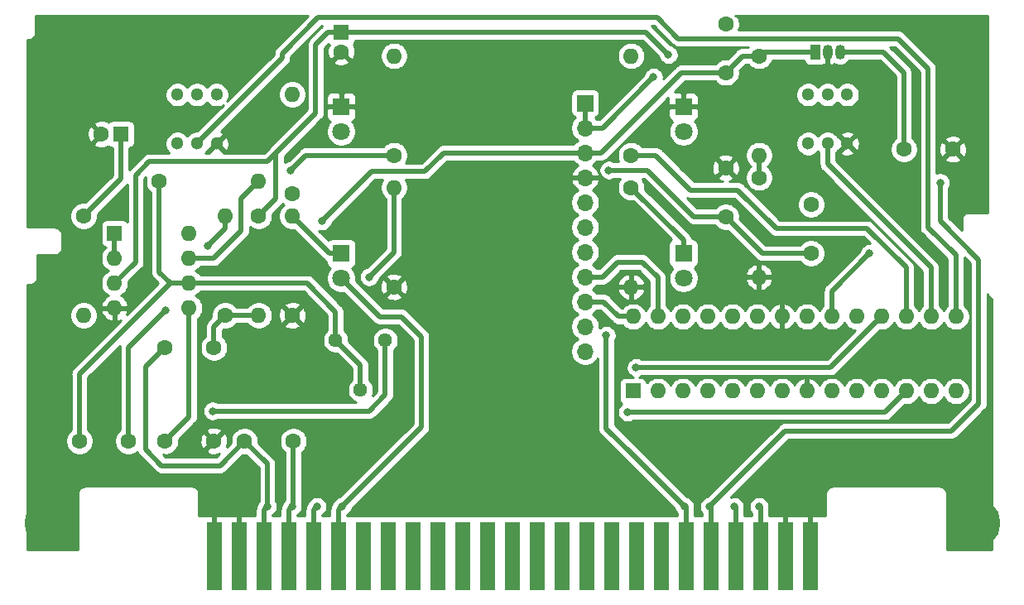
<source format=gbr>
G04 #@! TF.GenerationSoftware,KiCad,Pcbnew,(5.1.7)-1*
G04 #@! TF.CreationDate,2022-01-01T11:30:43-06:00*
G04 #@! TF.ProjectId,FmTransmitterCartridge,466d5472-616e-4736-9d69-747465724361,rev?*
G04 #@! TF.SameCoordinates,Original*
G04 #@! TF.FileFunction,Copper,L1,Top*
G04 #@! TF.FilePolarity,Positive*
%FSLAX46Y46*%
G04 Gerber Fmt 4.6, Leading zero omitted, Abs format (unit mm)*
G04 Created by KiCad (PCBNEW (5.1.7)-1) date 2022-01-01 11:30:43*
%MOMM*%
%LPD*%
G01*
G04 APERTURE LIST*
G04 #@! TA.AperFunction,ComponentPad*
%ADD10C,1.600000*%
G04 #@! TD*
G04 #@! TA.AperFunction,ComponentPad*
%ADD11O,1.600000X1.600000*%
G04 #@! TD*
G04 #@! TA.AperFunction,ComponentPad*
%ADD12R,1.800000X1.800000*%
G04 #@! TD*
G04 #@! TA.AperFunction,ComponentPad*
%ADD13C,1.800000*%
G04 #@! TD*
G04 #@! TA.AperFunction,ComponentPad*
%ADD14C,5.000000*%
G04 #@! TD*
G04 #@! TA.AperFunction,ConnectorPad*
%ADD15R,1.500000X7.000000*%
G04 #@! TD*
G04 #@! TA.AperFunction,ComponentPad*
%ADD16C,1.300000*%
G04 #@! TD*
G04 #@! TA.AperFunction,ComponentPad*
%ADD17R,1.600000X1.600000*%
G04 #@! TD*
G04 #@! TA.AperFunction,ComponentPad*
%ADD18C,1.440000*%
G04 #@! TD*
G04 #@! TA.AperFunction,ComponentPad*
%ADD19R,1.700000X1.700000*%
G04 #@! TD*
G04 #@! TA.AperFunction,ComponentPad*
%ADD20O,1.700000X1.700000*%
G04 #@! TD*
G04 #@! TA.AperFunction,ComponentPad*
%ADD21O,1.050000X1.500000*%
G04 #@! TD*
G04 #@! TA.AperFunction,ComponentPad*
%ADD22R,1.050000X1.500000*%
G04 #@! TD*
G04 #@! TA.AperFunction,ViaPad*
%ADD23C,0.800000*%
G04 #@! TD*
G04 #@! TA.AperFunction,Conductor*
%ADD24C,0.500000*%
G04 #@! TD*
G04 #@! TA.AperFunction,Conductor*
%ADD25C,0.254000*%
G04 #@! TD*
G04 #@! TA.AperFunction,Conductor*
%ADD26C,0.100000*%
G04 #@! TD*
G04 APERTURE END LIST*
D10*
G04 #@! TO.P,C8,2*
G04 #@! TO.N,/PreAmp*
X154578000Y-91250000D03*
G04 #@! TO.P,C8,1*
G04 #@! TO.N,GND*
X154578000Y-86250000D03*
G04 #@! TD*
G04 #@! TO.P,R11,1*
G04 #@! TO.N,GND*
X110250000Y-101346000D03*
D11*
G04 #@! TO.P,R11,2*
G04 #@! TO.N,Net-(D4-Pad1)*
X110250000Y-91186000D03*
G04 #@! TD*
D12*
G04 #@! TO.P,D4,1*
G04 #@! TO.N,Net-(D4-Pad1)*
X115250000Y-95000000D03*
D13*
G04 #@! TO.P,D4,2*
G04 #@! TO.N,/LEDPower*
X115250000Y-97540000D03*
G04 #@! TD*
G04 #@! TO.P,D5,2*
G04 #@! TO.N,/LEDPower*
X150250000Y-97540000D03*
D12*
G04 #@! TO.P,D5,1*
G04 #@! TO.N,Net-(D5-Pad1)*
X150250000Y-95000000D03*
G04 #@! TD*
D14*
G04 #@! TO.P,H1,1*
G04 #@! TO.N,GND*
X85350000Y-122600000D03*
G04 #@! TD*
G04 #@! TO.P,H2,1*
G04 #@! TO.N,GND*
X180150000Y-122600000D03*
G04 #@! TD*
D15*
G04 #@! TO.P,J2,25*
G04 #@! TO.N,GND*
X163230000Y-126000000D03*
G04 #@! TO.P,J2,24*
X160690000Y-126000000D03*
G04 #@! TO.P,J2,23*
G04 #@! TO.N,/Input*
X158150000Y-126000000D03*
G04 #@! TO.P,J2,22*
G04 #@! TO.N,/Output*
X155610000Y-126000000D03*
G04 #@! TO.P,J2,21*
G04 #@! TO.N,+9V*
X153070000Y-126000000D03*
G04 #@! TO.P,J2,20*
G04 #@! TO.N,/LEDPower*
X150530000Y-126000000D03*
G04 #@! TO.P,J2,19*
G04 #@! TO.N,N/C*
X147990000Y-126000000D03*
G04 #@! TO.P,J2,18*
X145450000Y-126000000D03*
G04 #@! TO.P,J2,17*
X142910000Y-126000000D03*
G04 #@! TO.P,J2,16*
X140370000Y-126000000D03*
G04 #@! TO.P,J2,15*
X137830000Y-126000000D03*
G04 #@! TO.P,J2,14*
X135290000Y-126000000D03*
G04 #@! TO.P,J2,13*
X132750000Y-126000000D03*
G04 #@! TO.P,J2,12*
X130210000Y-126000000D03*
G04 #@! TO.P,J2,11*
X127670000Y-126000000D03*
G04 #@! TO.P,J2,10*
X125130000Y-126000000D03*
G04 #@! TO.P,J2,9*
X122590000Y-126000000D03*
G04 #@! TO.P,J2,8*
X120050000Y-126000000D03*
G04 #@! TO.P,J2,7*
X117510000Y-126000000D03*
G04 #@! TO.P,J2,6*
G04 #@! TO.N,/LEDPower*
X114970000Y-126000000D03*
G04 #@! TO.P,J2,5*
G04 #@! TO.N,+9V*
X112430000Y-126000000D03*
G04 #@! TO.P,J2,4*
G04 #@! TO.N,/Output*
X109890000Y-126000000D03*
G04 #@! TO.P,J2,3*
G04 #@! TO.N,/Input*
X107350000Y-126000000D03*
G04 #@! TO.P,J2,2*
G04 #@! TO.N,GND*
X104810000Y-126000000D03*
G04 #@! TO.P,J2,1*
X102270000Y-126000000D03*
G04 #@! TD*
D10*
G04 #@! TO.P,C4,1*
G04 #@! TO.N,GND*
X177800000Y-84347000D03*
G04 #@! TO.P,C4,2*
G04 #@! TO.N,+9V*
X172800000Y-84347000D03*
G04 #@! TD*
G04 #@! TO.P,C5,2*
G04 #@! TO.N,+5V*
X154578000Y-76501000D03*
G04 #@! TO.P,C5,1*
G04 #@! TO.N,GND*
X154578000Y-71501000D03*
G04 #@! TD*
D13*
G04 #@! TO.P,D1,2*
G04 #@! TO.N,Net-(D1-Pad2)*
X115250000Y-82540000D03*
D12*
G04 #@! TO.P,D1,1*
G04 #@! TO.N,GND*
X115250000Y-80000000D03*
G04 #@! TD*
G04 #@! TO.P,D2,1*
G04 #@! TO.N,GND*
X150250000Y-80000000D03*
D13*
G04 #@! TO.P,D2,2*
G04 #@! TO.N,Net-(D2-Pad2)*
X150250000Y-82540000D03*
G04 #@! TD*
D11*
G04 #@! TO.P,R4,2*
G04 #@! TO.N,Net-(D1-Pad2)*
X110250000Y-78740000D03*
D10*
G04 #@! TO.P,R4,1*
G04 #@! TO.N,/LED_A*
X110250000Y-88900000D03*
G04 #@! TD*
G04 #@! TO.P,R5,1*
G04 #@! TO.N,/LED_B*
X144907000Y-84963000D03*
D11*
G04 #@! TO.P,R5,2*
G04 #@! TO.N,Net-(D2-Pad2)*
X144907000Y-74803000D03*
G04 #@! TD*
D10*
G04 #@! TO.P,R12,1*
G04 #@! TO.N,Net-(D5-Pad1)*
X144907000Y-88265000D03*
D11*
G04 #@! TO.P,R12,2*
G04 #@! TO.N,GND*
X144907000Y-98425000D03*
G04 #@! TD*
D10*
G04 #@! TO.P,C1,1*
G04 #@! TO.N,/Output*
X110363000Y-114192000D03*
G04 #@! TO.P,C1,2*
G04 #@! TO.N,/Input*
X105363000Y-114192000D03*
G04 #@! TD*
D16*
G04 #@! TO.P,SW1,6*
G04 #@! TO.N,N/C*
X102500000Y-78770000D03*
G04 #@! TO.P,SW1,5*
X100500000Y-78770000D03*
G04 #@! TO.P,SW1,4*
X98500000Y-78770000D03*
G04 #@! TO.P,SW1,3*
G04 #@! TO.N,GND*
X102500000Y-83770000D03*
G04 #@! TO.P,SW1,2*
G04 #@! TO.N,/SW_A*
X100500000Y-83770000D03*
G04 #@! TO.P,SW1,1*
G04 #@! TO.N,N/C*
X98500000Y-83770000D03*
G04 #@! TD*
G04 #@! TO.P,SW2,1*
G04 #@! TO.N,N/C*
X163000000Y-83770000D03*
G04 #@! TO.P,SW2,2*
G04 #@! TO.N,/SW_B*
X165000000Y-83770000D03*
G04 #@! TO.P,SW2,3*
G04 #@! TO.N,GND*
X167000000Y-83770000D03*
G04 #@! TO.P,SW2,4*
G04 #@! TO.N,N/C*
X163000000Y-78770000D03*
G04 #@! TO.P,SW2,5*
X165000000Y-78770000D03*
G04 #@! TO.P,SW2,6*
X167000000Y-78770000D03*
G04 #@! TD*
D17*
G04 #@! TO.P,U1,1*
G04 #@! TO.N,N/C*
X145100000Y-109087000D03*
D11*
G04 #@! TO.P,U1,15*
G04 #@! TO.N,/SW_A*
X178120000Y-101467000D03*
G04 #@! TO.P,U1,2*
G04 #@! TO.N,N/C*
X147640000Y-109087000D03*
G04 #@! TO.P,U1,16*
G04 #@! TO.N,/SW_B*
X175580000Y-101467000D03*
G04 #@! TO.P,U1,3*
G04 #@! TO.N,N/C*
X150180000Y-109087000D03*
G04 #@! TO.P,U1,17*
G04 #@! TO.N,/LED_B*
X173040000Y-101467000D03*
G04 #@! TO.P,U1,4*
G04 #@! TO.N,N/C*
X152720000Y-109087000D03*
G04 #@! TO.P,U1,18*
G04 #@! TO.N,/D12*
X170500000Y-101467000D03*
G04 #@! TO.P,U1,5*
G04 #@! TO.N,N/C*
X155260000Y-109087000D03*
G04 #@! TO.P,U1,19*
X167960000Y-101467000D03*
G04 #@! TO.P,U1,6*
X157800000Y-109087000D03*
G04 #@! TO.P,U1,20*
G04 #@! TO.N,+5V*
X165420000Y-101467000D03*
G04 #@! TO.P,U1,7*
X160340000Y-109087000D03*
G04 #@! TO.P,U1,21*
G04 #@! TO.N,N/C*
X162880000Y-101467000D03*
G04 #@! TO.P,U1,8*
G04 #@! TO.N,GND*
X162880000Y-109087000D03*
G04 #@! TO.P,U1,22*
X160340000Y-101467000D03*
G04 #@! TO.P,U1,9*
G04 #@! TO.N,N/C*
X165420000Y-109087000D03*
G04 #@! TO.P,U1,23*
X157800000Y-101467000D03*
G04 #@! TO.P,U1,10*
X167960000Y-109087000D03*
G04 #@! TO.P,U1,24*
X155260000Y-101467000D03*
G04 #@! TO.P,U1,11*
X170500000Y-109087000D03*
G04 #@! TO.P,U1,25*
X152720000Y-101467000D03*
G04 #@! TO.P,U1,12*
G04 #@! TO.N,/LED_A*
X173040000Y-109087000D03*
G04 #@! TO.P,U1,26*
G04 #@! TO.N,N/C*
X150180000Y-101467000D03*
G04 #@! TO.P,U1,13*
X175580000Y-109087000D03*
G04 #@! TO.P,U1,27*
G04 #@! TO.N,/SDA*
X147640000Y-101467000D03*
G04 #@! TO.P,U1,14*
G04 #@! TO.N,N/C*
X178120000Y-109087000D03*
G04 #@! TO.P,U1,28*
G04 #@! TO.N,/SCL*
X145100000Y-101467000D03*
G04 #@! TD*
D17*
G04 #@! TO.P,C2,1*
G04 #@! TO.N,Net-(C2-Pad1)*
X92710000Y-82804000D03*
D10*
G04 #@! TO.P,C2,2*
G04 #@! TO.N,GND*
X90710000Y-82804000D03*
G04 #@! TD*
G04 #@! TO.P,C3,1*
G04 #@! TO.N,Net-(C3-Pad1)*
X102235000Y-104629000D03*
G04 #@! TO.P,C3,2*
G04 #@! TO.N,/Input*
X97235000Y-104629000D03*
G04 #@! TD*
G04 #@! TO.P,C6,2*
G04 #@! TO.N,Net-(C6-Pad2)*
X97235000Y-114192000D03*
G04 #@! TO.P,C6,1*
G04 #@! TO.N,GND*
X102235000Y-114192000D03*
G04 #@! TD*
G04 #@! TO.P,C7,1*
G04 #@! TO.N,Net-(C7-Pad1)*
X93472000Y-114192000D03*
G04 #@! TO.P,C7,2*
G04 #@! TO.N,Net-(C7-Pad2)*
X88472000Y-114192000D03*
G04 #@! TD*
G04 #@! TO.P,C9,2*
G04 #@! TO.N,GND*
X115250000Y-74390000D03*
D17*
G04 #@! TO.P,C9,1*
G04 #@! TO.N,/VREF*
X115250000Y-72390000D03*
G04 #@! TD*
D11*
G04 #@! TO.P,R1,2*
G04 #@! TO.N,/Input*
X120650000Y-88265000D03*
D10*
G04 #@! TO.P,R1,1*
G04 #@! TO.N,GND*
X120650000Y-98425000D03*
G04 #@! TD*
D11*
G04 #@! TO.P,R2,2*
G04 #@! TO.N,Net-(R2-Pad2)*
X88900000Y-101346000D03*
D10*
G04 #@! TO.P,R2,1*
G04 #@! TO.N,Net-(C2-Pad1)*
X88900000Y-91186000D03*
G04 #@! TD*
G04 #@! TO.P,R3,1*
G04 #@! TO.N,/VREF*
X106807000Y-91186000D03*
D11*
G04 #@! TO.P,R3,2*
G04 #@! TO.N,Net-(C3-Pad1)*
X106807000Y-101346000D03*
G04 #@! TD*
G04 #@! TO.P,R6,2*
G04 #@! TO.N,Net-(C6-Pad2)*
X103378000Y-91186000D03*
D10*
G04 #@! TO.P,R6,1*
G04 #@! TO.N,Net-(C3-Pad1)*
X103378000Y-101346000D03*
G04 #@! TD*
D11*
G04 #@! TO.P,R7,2*
G04 #@! TO.N,Net-(C7-Pad1)*
X106807000Y-87630000D03*
D10*
G04 #@! TO.P,R7,1*
G04 #@! TO.N,Net-(C7-Pad2)*
X96647000Y-87630000D03*
G04 #@! TD*
G04 #@! TO.P,R8,1*
G04 #@! TO.N,Net-(C7-Pad1)*
X120650000Y-84963000D03*
D11*
G04 #@! TO.P,R8,2*
G04 #@! TO.N,/PreAmp*
X120650000Y-74803000D03*
G04 #@! TD*
D10*
G04 #@! TO.P,R9,1*
G04 #@! TO.N,+5V*
X157988000Y-74803000D03*
D11*
G04 #@! TO.P,R9,2*
G04 #@! TO.N,/VREF*
X157988000Y-84963000D03*
G04 #@! TD*
D10*
G04 #@! TO.P,R10,1*
G04 #@! TO.N,/VREF*
X157988000Y-87249000D03*
D11*
G04 #@! TO.P,R10,2*
G04 #@! TO.N,GND*
X157988000Y-97409000D03*
G04 #@! TD*
D18*
G04 #@! TO.P,RV1,3*
G04 #@! TO.N,Net-(R2-Pad2)*
X119761000Y-103886000D03*
G04 #@! TO.P,RV1,2*
G04 #@! TO.N,Net-(C7-Pad2)*
X117221000Y-108966000D03*
G04 #@! TO.P,RV1,1*
X114681000Y-103886000D03*
G04 #@! TD*
D19*
G04 #@! TO.P,U2,1*
G04 #@! TO.N,Net-(C10-Pad2)*
X140208000Y-79629000D03*
D20*
G04 #@! TO.P,U2,2*
X140208000Y-82169000D03*
G04 #@! TO.P,U2,3*
G04 #@! TO.N,+5V*
X140208000Y-84709000D03*
G04 #@! TO.P,U2,4*
G04 #@! TO.N,GND*
X140208000Y-87249000D03*
G04 #@! TO.P,U2,5*
G04 #@! TO.N,N/C*
X140208000Y-89789000D03*
G04 #@! TO.P,U2,6*
X140208000Y-92329000D03*
G04 #@! TO.P,U2,7*
X140208000Y-94869000D03*
G04 #@! TO.P,U2,8*
G04 #@! TO.N,/SDA*
X140208000Y-97409000D03*
G04 #@! TO.P,U2,9*
G04 #@! TO.N,/SCL*
X140208000Y-99949000D03*
G04 #@! TO.P,U2,10*
G04 #@! TO.N,N/C*
X140208000Y-102489000D03*
G04 #@! TO.P,U2,11*
G04 #@! TO.N,/D12*
X140208000Y-105029000D03*
G04 #@! TD*
D17*
G04 #@! TO.P,U3,1*
G04 #@! TO.N,Net-(U3-Pad1)*
X92075000Y-92964000D03*
D11*
G04 #@! TO.P,U3,5*
G04 #@! TO.N,Net-(C6-Pad2)*
X99695000Y-100584000D03*
G04 #@! TO.P,U3,2*
G04 #@! TO.N,Net-(U3-Pad1)*
X92075000Y-95504000D03*
G04 #@! TO.P,U3,6*
G04 #@! TO.N,Net-(C7-Pad2)*
X99695000Y-98044000D03*
G04 #@! TO.P,U3,3*
G04 #@! TO.N,/VREF*
X92075000Y-98044000D03*
G04 #@! TO.P,U3,7*
G04 #@! TO.N,Net-(C7-Pad1)*
X99695000Y-95504000D03*
G04 #@! TO.P,U3,4*
G04 #@! TO.N,GND*
X92075000Y-100584000D03*
G04 #@! TO.P,U3,8*
G04 #@! TO.N,+5V*
X99695000Y-92964000D03*
G04 #@! TD*
D21*
G04 #@! TO.P,U4,2*
G04 #@! TO.N,GND*
X165000000Y-74422000D03*
G04 #@! TO.P,U4,3*
G04 #@! TO.N,+9V*
X166270000Y-74422000D03*
D22*
G04 #@! TO.P,U4,1*
G04 #@! TO.N,+5V*
X163730000Y-74422000D03*
G04 #@! TD*
D10*
G04 #@! TO.P,C10,1*
G04 #@! TO.N,/PreAmp*
X163303000Y-94996000D03*
G04 #@! TO.P,C10,2*
G04 #@! TO.N,Net-(C10-Pad2)*
X163303000Y-89996000D03*
G04 #@! TD*
D23*
G04 #@! TO.N,GND*
X102616000Y-120904000D03*
X105156000Y-120904000D03*
X160528000Y-120904000D03*
X163068000Y-120904000D03*
G04 #@! TO.N,/LEDPower*
X115316000Y-120904000D03*
X150368000Y-120904000D03*
X142367000Y-103378000D03*
G04 #@! TO.N,/Input*
X107696000Y-120904000D03*
X157988000Y-120904000D03*
X118110000Y-97409000D03*
G04 #@! TO.N,+9V*
X112776000Y-120904000D03*
X152908000Y-120904000D03*
X176530000Y-87757000D03*
G04 #@! TO.N,/LED_A*
X144526000Y-111252000D03*
G04 #@! TO.N,/Output*
X155448000Y-120904000D03*
X110236000Y-120904000D03*
G04 #@! TO.N,+5V*
X113284000Y-91694000D03*
X169291000Y-94996000D03*
G04 #@! TO.N,Net-(C6-Pad2)*
X101600000Y-94234000D03*
G04 #@! TO.N,Net-(C7-Pad1)*
X110109000Y-86487000D03*
X97282000Y-100838000D03*
G04 #@! TO.N,/PreAmp*
X142621000Y-86487000D03*
G04 #@! TO.N,/VREF*
X148717000Y-74676000D03*
G04 #@! TO.N,Net-(R2-Pad2)*
X102108000Y-111125000D03*
G04 #@! TO.N,/D12*
X145415000Y-106680000D03*
G04 #@! TO.N,Net-(C10-Pad2)*
X147193000Y-76962000D03*
G04 #@! TD*
D24*
G04 #@! TO.N,GND*
X102270000Y-121250000D02*
X102616000Y-120904000D01*
X102270000Y-126000000D02*
X102270000Y-121250000D01*
X104810000Y-121250000D02*
X105156000Y-120904000D01*
X104810000Y-126000000D02*
X104810000Y-121250000D01*
X160690000Y-121066000D02*
X160528000Y-120904000D01*
X160690000Y-126000000D02*
X160690000Y-121066000D01*
X163230000Y-121066000D02*
X163068000Y-120904000D01*
X163230000Y-126000000D02*
X163230000Y-121066000D01*
G04 #@! TO.N,/LEDPower*
X150530000Y-121066000D02*
X150368000Y-120904000D01*
X150530000Y-126000000D02*
X150530000Y-121066000D01*
X114970000Y-121250000D02*
X115316000Y-120904000D01*
X114970000Y-126000000D02*
X114970000Y-121250000D01*
X119183000Y-101473000D02*
X115250000Y-97540000D01*
X121412000Y-101473000D02*
X119183000Y-101473000D01*
X123444000Y-103505000D02*
X121412000Y-101473000D01*
X123444000Y-112776000D02*
X123444000Y-103505000D01*
X115316000Y-120904000D02*
X123444000Y-112776000D01*
X150368000Y-120904000D02*
X145034000Y-115570000D01*
X145034000Y-115570000D02*
X142367000Y-112903000D01*
X142367000Y-112903000D02*
X142367000Y-103378000D01*
G04 #@! TO.N,/Input*
X107350000Y-121250000D02*
X107696000Y-120904000D01*
X107350000Y-126000000D02*
X107350000Y-121250000D01*
X158150000Y-121066000D02*
X157988000Y-120904000D01*
X158150000Y-126000000D02*
X158150000Y-121066000D01*
X107696000Y-116525000D02*
X105363000Y-114192000D01*
X107696000Y-120904000D02*
X107696000Y-116525000D01*
X105363000Y-114192000D02*
X102842000Y-116713000D01*
X102842000Y-116713000D02*
X96901000Y-116713000D01*
X96901000Y-116713000D02*
X95250000Y-115062000D01*
X95250000Y-106614000D02*
X97235000Y-104629000D01*
X95250000Y-115062000D02*
X95250000Y-106614000D01*
X120650000Y-94869000D02*
X118110000Y-97409000D01*
X120650000Y-88265000D02*
X120650000Y-94869000D01*
G04 #@! TO.N,+9V*
X112430000Y-121250000D02*
X112776000Y-120904000D01*
X112430000Y-126000000D02*
X112430000Y-121250000D01*
X153070000Y-121066000D02*
X152908000Y-120904000D01*
X153070000Y-126000000D02*
X153070000Y-121066000D01*
X172800000Y-84347000D02*
X172800000Y-76534000D01*
X170688000Y-74422000D02*
X166270000Y-74422000D01*
X172800000Y-76534000D02*
X170688000Y-74422000D01*
X152908000Y-120904000D02*
X160655000Y-113157000D01*
X160655000Y-113157000D02*
X177673000Y-113157000D01*
X177673000Y-113157000D02*
X180467000Y-110363000D01*
X180467000Y-110363000D02*
X180467000Y-95631000D01*
X176530000Y-91694000D02*
X176530000Y-87757000D01*
X180467000Y-95631000D02*
X176530000Y-91694000D01*
G04 #@! TO.N,Net-(D4-Pad1)*
X114064000Y-95000000D02*
X110250000Y-91186000D01*
X115250000Y-95000000D02*
X114064000Y-95000000D01*
G04 #@! TO.N,Net-(D5-Pad1)*
X150250000Y-93608000D02*
X144907000Y-88265000D01*
X150250000Y-95000000D02*
X150250000Y-93608000D01*
G04 #@! TO.N,/LED_A*
X173040000Y-109087000D02*
X170875000Y-111252000D01*
X170875000Y-111252000D02*
X144526000Y-111252000D01*
G04 #@! TO.N,/LED_B*
X173040000Y-101467000D02*
X173040000Y-96459000D01*
X173040000Y-96459000D02*
X169037000Y-92456000D01*
X169037000Y-92456000D02*
X159766000Y-92456000D01*
X159766000Y-92456000D02*
X155829000Y-88519000D01*
X155829000Y-88519000D02*
X151003000Y-88519000D01*
X147447000Y-84963000D02*
X144907000Y-84963000D01*
X151003000Y-88519000D02*
X147447000Y-84963000D01*
G04 #@! TO.N,/SW_A*
X100500000Y-83770000D02*
X109220000Y-75050000D01*
X109220000Y-75050000D02*
X109220000Y-74549000D01*
X109220000Y-74549000D02*
X112903000Y-70866000D01*
X112903000Y-70866000D02*
X147574000Y-70866000D01*
X147574000Y-70866000D02*
X149733000Y-73025000D01*
X149733000Y-73025000D02*
X172212000Y-73025000D01*
X172212000Y-73025000D02*
X175260000Y-76073000D01*
X175260000Y-76073000D02*
X175260000Y-92329000D01*
X178120000Y-95189000D02*
X178120000Y-101467000D01*
X175260000Y-92329000D02*
X178120000Y-95189000D01*
G04 #@! TO.N,/SW_B*
X165000000Y-83770000D02*
X165000000Y-85879000D01*
X175580000Y-96459000D02*
X175580000Y-101467000D01*
X165000000Y-85879000D02*
X175580000Y-96459000D01*
G04 #@! TO.N,/Output*
X155610000Y-126000000D02*
X155610000Y-121066000D01*
X155610000Y-121066000D02*
X155448000Y-120904000D01*
X109890000Y-121250000D02*
X110236000Y-120904000D01*
X109890000Y-126000000D02*
X109890000Y-121250000D01*
X110363000Y-120777000D02*
X110236000Y-120904000D01*
X110363000Y-114192000D02*
X110363000Y-120777000D01*
G04 #@! TO.N,/SDA*
X140208000Y-97409000D02*
X141986000Y-97409000D01*
X141986000Y-97409000D02*
X143510000Y-95885000D01*
X143510000Y-95885000D02*
X146050000Y-95885000D01*
X147640000Y-97475000D02*
X147640000Y-101467000D01*
X146050000Y-95885000D02*
X147640000Y-97475000D01*
G04 #@! TO.N,/SCL*
X145100000Y-101467000D02*
X143631000Y-101467000D01*
X142113000Y-99949000D02*
X140208000Y-99949000D01*
X143631000Y-101467000D02*
X142113000Y-99949000D01*
G04 #@! TO.N,Net-(C2-Pad1)*
X92710000Y-87376000D02*
X88900000Y-91186000D01*
X92710000Y-82804000D02*
X92710000Y-87376000D01*
G04 #@! TO.N,Net-(C3-Pad1)*
X102235000Y-102489000D02*
X103378000Y-101346000D01*
X102235000Y-104629000D02*
X102235000Y-102489000D01*
X103378000Y-101346000D02*
X106807000Y-101346000D01*
G04 #@! TO.N,+5V*
X158369000Y-74422000D02*
X157988000Y-74803000D01*
X163730000Y-74422000D02*
X158369000Y-74422000D01*
X156276000Y-74803000D02*
X154578000Y-76501000D01*
X157988000Y-74803000D02*
X156276000Y-74803000D01*
X140208000Y-84709000D02*
X141859000Y-84709000D01*
X150067000Y-76501000D02*
X154578000Y-76501000D01*
X141859000Y-84709000D02*
X150067000Y-76501000D01*
X140208000Y-84709000D02*
X125730000Y-84709000D01*
X125730000Y-84709000D02*
X123825000Y-86614000D01*
X118364000Y-86614000D02*
X113284000Y-91694000D01*
X123825000Y-86614000D02*
X118364000Y-86614000D01*
X165420000Y-98867000D02*
X169291000Y-94996000D01*
X165420000Y-101467000D02*
X165420000Y-98867000D01*
G04 #@! TO.N,Net-(C6-Pad2)*
X99695000Y-111732000D02*
X97235000Y-114192000D01*
X99695000Y-100584000D02*
X99695000Y-111732000D01*
X103378000Y-92456000D02*
X101600000Y-94234000D01*
X103378000Y-91186000D02*
X103378000Y-92456000D01*
G04 #@! TO.N,Net-(C7-Pad1)*
X106807000Y-87630000D02*
X105029000Y-89408000D01*
X105029000Y-89408000D02*
X105029000Y-92710000D01*
X102235000Y-95504000D02*
X99695000Y-95504000D01*
X105029000Y-92710000D02*
X102235000Y-95504000D01*
X111633000Y-84963000D02*
X110109000Y-86487000D01*
X120650000Y-84963000D02*
X111633000Y-84963000D01*
X93472000Y-104648000D02*
X97282000Y-100838000D01*
X93472000Y-114192000D02*
X93472000Y-104648000D01*
G04 #@! TO.N,Net-(C7-Pad2)*
X117221000Y-106426000D02*
X114681000Y-103886000D01*
X117221000Y-108966000D02*
X117221000Y-106426000D01*
X88472000Y-114192000D02*
X88472000Y-107362000D01*
X97790000Y-98044000D02*
X99695000Y-98044000D01*
X88472000Y-107362000D02*
X97790000Y-98044000D01*
X99695000Y-98044000D02*
X111760000Y-98044000D01*
X114681000Y-100965000D02*
X114681000Y-103886000D01*
X111760000Y-98044000D02*
X114681000Y-100965000D01*
X96647000Y-96901000D02*
X97790000Y-98044000D01*
X96647000Y-87630000D02*
X96647000Y-96901000D01*
G04 #@! TO.N,/PreAmp*
X158324000Y-94996000D02*
X154578000Y-91250000D01*
X163303000Y-94996000D02*
X158324000Y-94996000D01*
X154578000Y-91250000D02*
X151321000Y-91250000D01*
X146558000Y-86487000D02*
X142621000Y-86487000D01*
X151321000Y-91250000D02*
X146558000Y-86487000D01*
G04 #@! TO.N,/VREF*
X106807000Y-91186000D02*
X108585000Y-89408000D01*
X108585000Y-89408000D02*
X108585000Y-84709000D01*
X112649000Y-80645000D02*
X112649000Y-73660000D01*
X113919000Y-72390000D02*
X115250000Y-72390000D01*
X112649000Y-73660000D02*
X113919000Y-72390000D01*
X92075000Y-98044000D02*
X94234000Y-95885000D01*
X94234000Y-95885000D02*
X94234000Y-86995000D01*
X94234000Y-86995000D02*
X95631000Y-85598000D01*
X107696000Y-85598000D02*
X108712000Y-84582000D01*
X95631000Y-85598000D02*
X107696000Y-85598000D01*
X108712000Y-84582000D02*
X112649000Y-80645000D01*
X108585000Y-84709000D02*
X108712000Y-84582000D01*
X157988000Y-87249000D02*
X157988000Y-84963000D01*
X146431000Y-72390000D02*
X148717000Y-74676000D01*
X115250000Y-72390000D02*
X146431000Y-72390000D01*
G04 #@! TO.N,Net-(R2-Pad2)*
X119761000Y-103886000D02*
X119761000Y-109474000D01*
X118110000Y-111125000D02*
X102108000Y-111125000D01*
X119761000Y-109474000D02*
X118110000Y-111125000D01*
G04 #@! TO.N,/D12*
X170500000Y-101467000D02*
X165287000Y-106680000D01*
X165287000Y-106680000D02*
X145415000Y-106680000D01*
G04 #@! TO.N,Net-(U3-Pad1)*
X92075000Y-95504000D02*
X92075000Y-92964000D01*
G04 #@! TO.N,Net-(C10-Pad2)*
X140208000Y-82169000D02*
X140208000Y-79629000D01*
X141986000Y-82169000D02*
X147193000Y-76962000D01*
X140208000Y-82169000D02*
X141986000Y-82169000D01*
G04 #@! TD*
D25*
G04 #@! TO.N,GND*
X108630327Y-73898408D02*
X108596868Y-73925867D01*
X108569409Y-73959326D01*
X108569406Y-73959329D01*
X108545189Y-73988838D01*
X108487274Y-74059408D01*
X108405838Y-74211763D01*
X108373160Y-74319488D01*
X108355690Y-74377078D01*
X108338757Y-74549000D01*
X108343000Y-74592079D01*
X108343000Y-74686735D01*
X103584974Y-79444761D01*
X103631663Y-79374886D01*
X103727926Y-79142487D01*
X103777000Y-78895774D01*
X103777000Y-78644226D01*
X103727926Y-78397513D01*
X103631663Y-78165114D01*
X103491911Y-77955960D01*
X103314040Y-77778089D01*
X103104886Y-77638337D01*
X102872487Y-77542074D01*
X102625774Y-77493000D01*
X102374226Y-77493000D01*
X102127513Y-77542074D01*
X101895114Y-77638337D01*
X101685960Y-77778089D01*
X101508089Y-77955960D01*
X101500000Y-77968066D01*
X101491911Y-77955960D01*
X101314040Y-77778089D01*
X101104886Y-77638337D01*
X100872487Y-77542074D01*
X100625774Y-77493000D01*
X100374226Y-77493000D01*
X100127513Y-77542074D01*
X99895114Y-77638337D01*
X99685960Y-77778089D01*
X99508089Y-77955960D01*
X99500000Y-77968066D01*
X99491911Y-77955960D01*
X99314040Y-77778089D01*
X99104886Y-77638337D01*
X98872487Y-77542074D01*
X98625774Y-77493000D01*
X98374226Y-77493000D01*
X98127513Y-77542074D01*
X97895114Y-77638337D01*
X97685960Y-77778089D01*
X97508089Y-77955960D01*
X97368337Y-78165114D01*
X97272074Y-78397513D01*
X97223000Y-78644226D01*
X97223000Y-78895774D01*
X97272074Y-79142487D01*
X97368337Y-79374886D01*
X97508089Y-79584040D01*
X97685960Y-79761911D01*
X97895114Y-79901663D01*
X98127513Y-79997926D01*
X98374226Y-80047000D01*
X98625774Y-80047000D01*
X98872487Y-79997926D01*
X99104886Y-79901663D01*
X99314040Y-79761911D01*
X99491911Y-79584040D01*
X99500000Y-79571934D01*
X99508089Y-79584040D01*
X99685960Y-79761911D01*
X99895114Y-79901663D01*
X100127513Y-79997926D01*
X100374226Y-80047000D01*
X100625774Y-80047000D01*
X100872487Y-79997926D01*
X101104886Y-79901663D01*
X101314040Y-79761911D01*
X101491911Y-79584040D01*
X101500000Y-79571934D01*
X101508089Y-79584040D01*
X101685960Y-79761911D01*
X101895114Y-79901663D01*
X102127513Y-79997926D01*
X102374226Y-80047000D01*
X102625774Y-80047000D01*
X102872487Y-79997926D01*
X103104886Y-79901663D01*
X103174761Y-79854974D01*
X100536735Y-82493000D01*
X100374226Y-82493000D01*
X100127513Y-82542074D01*
X99895114Y-82638337D01*
X99685960Y-82778089D01*
X99508089Y-82955960D01*
X99500000Y-82968066D01*
X99491911Y-82955960D01*
X99314040Y-82778089D01*
X99104886Y-82638337D01*
X98872487Y-82542074D01*
X98625774Y-82493000D01*
X98374226Y-82493000D01*
X98127513Y-82542074D01*
X97895114Y-82638337D01*
X97685960Y-82778089D01*
X97508089Y-82955960D01*
X97368337Y-83165114D01*
X97272074Y-83397513D01*
X97223000Y-83644226D01*
X97223000Y-83895774D01*
X97272074Y-84142487D01*
X97368337Y-84374886D01*
X97508089Y-84584040D01*
X97645049Y-84721000D01*
X95674069Y-84721000D01*
X95630999Y-84716758D01*
X95587930Y-84721000D01*
X95587921Y-84721000D01*
X95459078Y-84733690D01*
X95293763Y-84783838D01*
X95141408Y-84865273D01*
X95007867Y-84974867D01*
X94980406Y-85008329D01*
X93644327Y-86344408D01*
X93610868Y-86371867D01*
X93587000Y-86400950D01*
X93587000Y-84226449D01*
X93632913Y-84221927D01*
X93751103Y-84186075D01*
X93860028Y-84127853D01*
X93955501Y-84049501D01*
X94033853Y-83954028D01*
X94092075Y-83845103D01*
X94127927Y-83726913D01*
X94140033Y-83604000D01*
X94140033Y-82004000D01*
X94127927Y-81881087D01*
X94092075Y-81762897D01*
X94033853Y-81653972D01*
X93955501Y-81558499D01*
X93860028Y-81480147D01*
X93751103Y-81421925D01*
X93632913Y-81386073D01*
X93510000Y-81373967D01*
X91910000Y-81373967D01*
X91787087Y-81386073D01*
X91668897Y-81421925D01*
X91559972Y-81480147D01*
X91464499Y-81558499D01*
X91453025Y-81572480D01*
X91451514Y-81567329D01*
X91196004Y-81446429D01*
X90921816Y-81377700D01*
X90639488Y-81363783D01*
X90359870Y-81405213D01*
X90093708Y-81500397D01*
X89968486Y-81567329D01*
X89896903Y-81811298D01*
X90710000Y-82624395D01*
X90724143Y-82610253D01*
X90903748Y-82789858D01*
X90889605Y-82804000D01*
X90903748Y-82818143D01*
X90724143Y-82997748D01*
X90710000Y-82983605D01*
X89896903Y-83796702D01*
X89968486Y-84040671D01*
X90223996Y-84161571D01*
X90498184Y-84230300D01*
X90780512Y-84244217D01*
X91060130Y-84202787D01*
X91326292Y-84107603D01*
X91451514Y-84040671D01*
X91453025Y-84035520D01*
X91464499Y-84049501D01*
X91559972Y-84127853D01*
X91668897Y-84186075D01*
X91787087Y-84221927D01*
X91833000Y-84226449D01*
X91833001Y-87012734D01*
X89079072Y-89766663D01*
X89040547Y-89759000D01*
X88759453Y-89759000D01*
X88483759Y-89813838D01*
X88224062Y-89921409D01*
X87990340Y-90077576D01*
X87791576Y-90276340D01*
X87635409Y-90510062D01*
X87527838Y-90769759D01*
X87473000Y-91045453D01*
X87473000Y-91326547D01*
X87527838Y-91602241D01*
X87635409Y-91861938D01*
X87791576Y-92095660D01*
X87990340Y-92294424D01*
X88224062Y-92450591D01*
X88483759Y-92558162D01*
X88759453Y-92613000D01*
X89040547Y-92613000D01*
X89316241Y-92558162D01*
X89575938Y-92450591D01*
X89809660Y-92294424D01*
X90008424Y-92095660D01*
X90164591Y-91861938D01*
X90272162Y-91602241D01*
X90327000Y-91326547D01*
X90327000Y-91045453D01*
X90319337Y-91006928D01*
X93299668Y-88026597D01*
X93333133Y-87999133D01*
X93357001Y-87970050D01*
X93357000Y-91762974D01*
X93320501Y-91718499D01*
X93225028Y-91640147D01*
X93116103Y-91581925D01*
X92997913Y-91546073D01*
X92875000Y-91533967D01*
X91275000Y-91533967D01*
X91152087Y-91546073D01*
X91033897Y-91581925D01*
X90924972Y-91640147D01*
X90829499Y-91718499D01*
X90751147Y-91813972D01*
X90692925Y-91922897D01*
X90657073Y-92041087D01*
X90644967Y-92164000D01*
X90644967Y-93764000D01*
X90657073Y-93886913D01*
X90692925Y-94005103D01*
X90751147Y-94114028D01*
X90829499Y-94209501D01*
X90924972Y-94287853D01*
X91033897Y-94346075D01*
X91152087Y-94381927D01*
X91181440Y-94384818D01*
X91165340Y-94395576D01*
X90966576Y-94594340D01*
X90810409Y-94828062D01*
X90702838Y-95087759D01*
X90648000Y-95363453D01*
X90648000Y-95644547D01*
X90702838Y-95920241D01*
X90810409Y-96179938D01*
X90966576Y-96413660D01*
X91165340Y-96612424D01*
X91399062Y-96768591D01*
X91412120Y-96774000D01*
X91399062Y-96779409D01*
X91165340Y-96935576D01*
X90966576Y-97134340D01*
X90810409Y-97368062D01*
X90702838Y-97627759D01*
X90648000Y-97903453D01*
X90648000Y-98184547D01*
X90702838Y-98460241D01*
X90810409Y-98719938D01*
X90966576Y-98953660D01*
X91165340Y-99152424D01*
X91399062Y-99308591D01*
X91414404Y-99314946D01*
X91219869Y-99431615D01*
X91011481Y-99620586D01*
X90843963Y-99846580D01*
X90723754Y-100100913D01*
X90683096Y-100234961D01*
X90805085Y-100457000D01*
X91948000Y-100457000D01*
X91948000Y-100437000D01*
X92202000Y-100437000D01*
X92202000Y-100457000D01*
X93344915Y-100457000D01*
X93466904Y-100234961D01*
X93426246Y-100100913D01*
X93306037Y-99846580D01*
X93138519Y-99620586D01*
X92930131Y-99431615D01*
X92735596Y-99314946D01*
X92750938Y-99308591D01*
X92984660Y-99152424D01*
X93183424Y-98953660D01*
X93339591Y-98719938D01*
X93447162Y-98460241D01*
X93502000Y-98184547D01*
X93502000Y-97903453D01*
X93494337Y-97864928D01*
X94823675Y-96535591D01*
X94857133Y-96508133D01*
X94884595Y-96474671D01*
X94966726Y-96374593D01*
X94966727Y-96374592D01*
X95048162Y-96222237D01*
X95098310Y-96056922D01*
X95111000Y-95928079D01*
X95111000Y-95928078D01*
X95115243Y-95885001D01*
X95111000Y-95841924D01*
X95111000Y-87358265D01*
X95288508Y-87180757D01*
X95274838Y-87213759D01*
X95220000Y-87489453D01*
X95220000Y-87770547D01*
X95274838Y-88046241D01*
X95382409Y-88305938D01*
X95538576Y-88539660D01*
X95737340Y-88738424D01*
X95770000Y-88760247D01*
X95770001Y-96857910D01*
X95765757Y-96901000D01*
X95782690Y-97072922D01*
X95832838Y-97238236D01*
X95914274Y-97390592D01*
X95996406Y-97490671D01*
X95996409Y-97490674D01*
X96023868Y-97524133D01*
X96057327Y-97551592D01*
X96549734Y-98044000D01*
X93336261Y-101257473D01*
X93426246Y-101067087D01*
X93466904Y-100933039D01*
X93344915Y-100711000D01*
X92202000Y-100711000D01*
X92202000Y-101854624D01*
X92424040Y-101975909D01*
X92688881Y-101881070D01*
X92748300Y-101845435D01*
X87882327Y-106711408D01*
X87848868Y-106738867D01*
X87821409Y-106772326D01*
X87821406Y-106772329D01*
X87739274Y-106872408D01*
X87657838Y-107024764D01*
X87607690Y-107190078D01*
X87590757Y-107362000D01*
X87595001Y-107405090D01*
X87595000Y-113061753D01*
X87562340Y-113083576D01*
X87363576Y-113282340D01*
X87207409Y-113516062D01*
X87099838Y-113775759D01*
X87045000Y-114051453D01*
X87045000Y-114332547D01*
X87099838Y-114608241D01*
X87207409Y-114867938D01*
X87363576Y-115101660D01*
X87562340Y-115300424D01*
X87796062Y-115456591D01*
X88055759Y-115564162D01*
X88331453Y-115619000D01*
X88612547Y-115619000D01*
X88888241Y-115564162D01*
X89147938Y-115456591D01*
X89381660Y-115300424D01*
X89580424Y-115101660D01*
X89736591Y-114867938D01*
X89844162Y-114608241D01*
X89899000Y-114332547D01*
X89899000Y-114051453D01*
X89844162Y-113775759D01*
X89736591Y-113516062D01*
X89580424Y-113282340D01*
X89381660Y-113083576D01*
X89349000Y-113061753D01*
X89349000Y-107725265D01*
X92611828Y-104462438D01*
X92607690Y-104476078D01*
X92590757Y-104648000D01*
X92595001Y-104691090D01*
X92595000Y-113061753D01*
X92562340Y-113083576D01*
X92363576Y-113282340D01*
X92207409Y-113516062D01*
X92099838Y-113775759D01*
X92045000Y-114051453D01*
X92045000Y-114332547D01*
X92099838Y-114608241D01*
X92207409Y-114867938D01*
X92363576Y-115101660D01*
X92562340Y-115300424D01*
X92796062Y-115456591D01*
X93055759Y-115564162D01*
X93331453Y-115619000D01*
X93612547Y-115619000D01*
X93888241Y-115564162D01*
X94147938Y-115456591D01*
X94381660Y-115300424D01*
X94400230Y-115281854D01*
X94435486Y-115398077D01*
X94435838Y-115399236D01*
X94517273Y-115551591D01*
X94626867Y-115685133D01*
X94660332Y-115712597D01*
X96250403Y-117302668D01*
X96277867Y-117336133D01*
X96411408Y-117445727D01*
X96563763Y-117527162D01*
X96729077Y-117577310D01*
X96901000Y-117594243D01*
X96944079Y-117590000D01*
X102798921Y-117590000D01*
X102842000Y-117594243D01*
X102885079Y-117590000D01*
X103013922Y-117577310D01*
X103179237Y-117527162D01*
X103331592Y-117445727D01*
X103465133Y-117336133D01*
X103492597Y-117302668D01*
X105183928Y-115611337D01*
X105222453Y-115619000D01*
X105503547Y-115619000D01*
X105542072Y-115611337D01*
X106819001Y-116888266D01*
X106819000Y-120367973D01*
X106785885Y-120417533D01*
X106708467Y-120604435D01*
X106696691Y-120663637D01*
X106617274Y-120760408D01*
X106535838Y-120912764D01*
X106485690Y-121078078D01*
X106468757Y-121250000D01*
X106473001Y-121293089D01*
X106473001Y-121793000D01*
X100697000Y-121793000D01*
X100697000Y-119533252D01*
X100700275Y-119500000D01*
X100687204Y-119367285D01*
X100648492Y-119239670D01*
X100585628Y-119122059D01*
X100501027Y-119018973D01*
X100397941Y-118934372D01*
X100280330Y-118871508D01*
X100152715Y-118832796D01*
X100053252Y-118823000D01*
X100020000Y-118819725D01*
X99986748Y-118823000D01*
X89033252Y-118823000D01*
X89000000Y-118819725D01*
X88966748Y-118823000D01*
X88867285Y-118832796D01*
X88739670Y-118871508D01*
X88622059Y-118934372D01*
X88518973Y-119018973D01*
X88434372Y-119122059D01*
X88371508Y-119239670D01*
X88332796Y-119367285D01*
X88319725Y-119500000D01*
X88323000Y-119533252D01*
X88323001Y-125323000D01*
X83177000Y-125323000D01*
X83177000Y-101205453D01*
X87473000Y-101205453D01*
X87473000Y-101486547D01*
X87527838Y-101762241D01*
X87635409Y-102021938D01*
X87791576Y-102255660D01*
X87990340Y-102454424D01*
X88224062Y-102610591D01*
X88483759Y-102718162D01*
X88759453Y-102773000D01*
X89040547Y-102773000D01*
X89316241Y-102718162D01*
X89575938Y-102610591D01*
X89809660Y-102454424D01*
X90008424Y-102255660D01*
X90164591Y-102021938D01*
X90272162Y-101762241D01*
X90327000Y-101486547D01*
X90327000Y-101205453D01*
X90272815Y-100933039D01*
X90683096Y-100933039D01*
X90723754Y-101067087D01*
X90843963Y-101321420D01*
X91011481Y-101547414D01*
X91219869Y-101736385D01*
X91461119Y-101881070D01*
X91725960Y-101975909D01*
X91948000Y-101854624D01*
X91948000Y-100711000D01*
X90805085Y-100711000D01*
X90683096Y-100933039D01*
X90272815Y-100933039D01*
X90272162Y-100929759D01*
X90164591Y-100670062D01*
X90008424Y-100436340D01*
X89809660Y-100237576D01*
X89575938Y-100081409D01*
X89316241Y-99973838D01*
X89040547Y-99919000D01*
X88759453Y-99919000D01*
X88483759Y-99973838D01*
X88224062Y-100081409D01*
X87990340Y-100237576D01*
X87791576Y-100436340D01*
X87635409Y-100670062D01*
X87527838Y-100929759D01*
X87473000Y-101205453D01*
X83177000Y-101205453D01*
X83177000Y-98177000D01*
X83466748Y-98177000D01*
X83500000Y-98180275D01*
X83533252Y-98177000D01*
X83632715Y-98167204D01*
X83760330Y-98128492D01*
X83877941Y-98065628D01*
X83981027Y-97981027D01*
X84065628Y-97877941D01*
X84128492Y-97760330D01*
X84167204Y-97632715D01*
X84180275Y-97500000D01*
X84177000Y-97466748D01*
X84177000Y-95177000D01*
X85966748Y-95177000D01*
X86000000Y-95180275D01*
X86033252Y-95177000D01*
X86132715Y-95167204D01*
X86260330Y-95128492D01*
X86377941Y-95065628D01*
X86481027Y-94981027D01*
X86565628Y-94877941D01*
X86628492Y-94760330D01*
X86667204Y-94632715D01*
X86680275Y-94500000D01*
X86677000Y-94466748D01*
X86677000Y-93033251D01*
X86680275Y-93000000D01*
X86667204Y-92867285D01*
X86628492Y-92739670D01*
X86565628Y-92622059D01*
X86481027Y-92518973D01*
X86377941Y-92434372D01*
X86260330Y-92371508D01*
X86132715Y-92332796D01*
X86033252Y-92323000D01*
X86000000Y-92319725D01*
X85966748Y-92323000D01*
X83177000Y-92323000D01*
X83177000Y-82874512D01*
X89269783Y-82874512D01*
X89311213Y-83154130D01*
X89406397Y-83420292D01*
X89473329Y-83545514D01*
X89717298Y-83617097D01*
X90530395Y-82804000D01*
X89717298Y-81990903D01*
X89473329Y-82062486D01*
X89352429Y-82317996D01*
X89283700Y-82592184D01*
X89269783Y-82874512D01*
X83177000Y-82874512D01*
X83177000Y-73177000D01*
X83266748Y-73177000D01*
X83300000Y-73180275D01*
X83333252Y-73177000D01*
X83432715Y-73167204D01*
X83560330Y-73128492D01*
X83677941Y-73065628D01*
X83781027Y-72981027D01*
X83865628Y-72877941D01*
X83928492Y-72760330D01*
X83967204Y-72632715D01*
X83980275Y-72500000D01*
X83977000Y-72466748D01*
X83977000Y-70677000D01*
X111851735Y-70677000D01*
X108630327Y-73898408D01*
G04 #@! TA.AperFunction,Conductor*
D26*
G36*
X108630327Y-73898408D02*
G01*
X108596868Y-73925867D01*
X108569409Y-73959326D01*
X108569406Y-73959329D01*
X108545189Y-73988838D01*
X108487274Y-74059408D01*
X108405838Y-74211763D01*
X108373160Y-74319488D01*
X108355690Y-74377078D01*
X108338757Y-74549000D01*
X108343000Y-74592079D01*
X108343000Y-74686735D01*
X103584974Y-79444761D01*
X103631663Y-79374886D01*
X103727926Y-79142487D01*
X103777000Y-78895774D01*
X103777000Y-78644226D01*
X103727926Y-78397513D01*
X103631663Y-78165114D01*
X103491911Y-77955960D01*
X103314040Y-77778089D01*
X103104886Y-77638337D01*
X102872487Y-77542074D01*
X102625774Y-77493000D01*
X102374226Y-77493000D01*
X102127513Y-77542074D01*
X101895114Y-77638337D01*
X101685960Y-77778089D01*
X101508089Y-77955960D01*
X101500000Y-77968066D01*
X101491911Y-77955960D01*
X101314040Y-77778089D01*
X101104886Y-77638337D01*
X100872487Y-77542074D01*
X100625774Y-77493000D01*
X100374226Y-77493000D01*
X100127513Y-77542074D01*
X99895114Y-77638337D01*
X99685960Y-77778089D01*
X99508089Y-77955960D01*
X99500000Y-77968066D01*
X99491911Y-77955960D01*
X99314040Y-77778089D01*
X99104886Y-77638337D01*
X98872487Y-77542074D01*
X98625774Y-77493000D01*
X98374226Y-77493000D01*
X98127513Y-77542074D01*
X97895114Y-77638337D01*
X97685960Y-77778089D01*
X97508089Y-77955960D01*
X97368337Y-78165114D01*
X97272074Y-78397513D01*
X97223000Y-78644226D01*
X97223000Y-78895774D01*
X97272074Y-79142487D01*
X97368337Y-79374886D01*
X97508089Y-79584040D01*
X97685960Y-79761911D01*
X97895114Y-79901663D01*
X98127513Y-79997926D01*
X98374226Y-80047000D01*
X98625774Y-80047000D01*
X98872487Y-79997926D01*
X99104886Y-79901663D01*
X99314040Y-79761911D01*
X99491911Y-79584040D01*
X99500000Y-79571934D01*
X99508089Y-79584040D01*
X99685960Y-79761911D01*
X99895114Y-79901663D01*
X100127513Y-79997926D01*
X100374226Y-80047000D01*
X100625774Y-80047000D01*
X100872487Y-79997926D01*
X101104886Y-79901663D01*
X101314040Y-79761911D01*
X101491911Y-79584040D01*
X101500000Y-79571934D01*
X101508089Y-79584040D01*
X101685960Y-79761911D01*
X101895114Y-79901663D01*
X102127513Y-79997926D01*
X102374226Y-80047000D01*
X102625774Y-80047000D01*
X102872487Y-79997926D01*
X103104886Y-79901663D01*
X103174761Y-79854974D01*
X100536735Y-82493000D01*
X100374226Y-82493000D01*
X100127513Y-82542074D01*
X99895114Y-82638337D01*
X99685960Y-82778089D01*
X99508089Y-82955960D01*
X99500000Y-82968066D01*
X99491911Y-82955960D01*
X99314040Y-82778089D01*
X99104886Y-82638337D01*
X98872487Y-82542074D01*
X98625774Y-82493000D01*
X98374226Y-82493000D01*
X98127513Y-82542074D01*
X97895114Y-82638337D01*
X97685960Y-82778089D01*
X97508089Y-82955960D01*
X97368337Y-83165114D01*
X97272074Y-83397513D01*
X97223000Y-83644226D01*
X97223000Y-83895774D01*
X97272074Y-84142487D01*
X97368337Y-84374886D01*
X97508089Y-84584040D01*
X97645049Y-84721000D01*
X95674069Y-84721000D01*
X95630999Y-84716758D01*
X95587930Y-84721000D01*
X95587921Y-84721000D01*
X95459078Y-84733690D01*
X95293763Y-84783838D01*
X95141408Y-84865273D01*
X95007867Y-84974867D01*
X94980406Y-85008329D01*
X93644327Y-86344408D01*
X93610868Y-86371867D01*
X93587000Y-86400950D01*
X93587000Y-84226449D01*
X93632913Y-84221927D01*
X93751103Y-84186075D01*
X93860028Y-84127853D01*
X93955501Y-84049501D01*
X94033853Y-83954028D01*
X94092075Y-83845103D01*
X94127927Y-83726913D01*
X94140033Y-83604000D01*
X94140033Y-82004000D01*
X94127927Y-81881087D01*
X94092075Y-81762897D01*
X94033853Y-81653972D01*
X93955501Y-81558499D01*
X93860028Y-81480147D01*
X93751103Y-81421925D01*
X93632913Y-81386073D01*
X93510000Y-81373967D01*
X91910000Y-81373967D01*
X91787087Y-81386073D01*
X91668897Y-81421925D01*
X91559972Y-81480147D01*
X91464499Y-81558499D01*
X91453025Y-81572480D01*
X91451514Y-81567329D01*
X91196004Y-81446429D01*
X90921816Y-81377700D01*
X90639488Y-81363783D01*
X90359870Y-81405213D01*
X90093708Y-81500397D01*
X89968486Y-81567329D01*
X89896903Y-81811298D01*
X90710000Y-82624395D01*
X90724143Y-82610253D01*
X90903748Y-82789858D01*
X90889605Y-82804000D01*
X90903748Y-82818143D01*
X90724143Y-82997748D01*
X90710000Y-82983605D01*
X89896903Y-83796702D01*
X89968486Y-84040671D01*
X90223996Y-84161571D01*
X90498184Y-84230300D01*
X90780512Y-84244217D01*
X91060130Y-84202787D01*
X91326292Y-84107603D01*
X91451514Y-84040671D01*
X91453025Y-84035520D01*
X91464499Y-84049501D01*
X91559972Y-84127853D01*
X91668897Y-84186075D01*
X91787087Y-84221927D01*
X91833000Y-84226449D01*
X91833001Y-87012734D01*
X89079072Y-89766663D01*
X89040547Y-89759000D01*
X88759453Y-89759000D01*
X88483759Y-89813838D01*
X88224062Y-89921409D01*
X87990340Y-90077576D01*
X87791576Y-90276340D01*
X87635409Y-90510062D01*
X87527838Y-90769759D01*
X87473000Y-91045453D01*
X87473000Y-91326547D01*
X87527838Y-91602241D01*
X87635409Y-91861938D01*
X87791576Y-92095660D01*
X87990340Y-92294424D01*
X88224062Y-92450591D01*
X88483759Y-92558162D01*
X88759453Y-92613000D01*
X89040547Y-92613000D01*
X89316241Y-92558162D01*
X89575938Y-92450591D01*
X89809660Y-92294424D01*
X90008424Y-92095660D01*
X90164591Y-91861938D01*
X90272162Y-91602241D01*
X90327000Y-91326547D01*
X90327000Y-91045453D01*
X90319337Y-91006928D01*
X93299668Y-88026597D01*
X93333133Y-87999133D01*
X93357001Y-87970050D01*
X93357000Y-91762974D01*
X93320501Y-91718499D01*
X93225028Y-91640147D01*
X93116103Y-91581925D01*
X92997913Y-91546073D01*
X92875000Y-91533967D01*
X91275000Y-91533967D01*
X91152087Y-91546073D01*
X91033897Y-91581925D01*
X90924972Y-91640147D01*
X90829499Y-91718499D01*
X90751147Y-91813972D01*
X90692925Y-91922897D01*
X90657073Y-92041087D01*
X90644967Y-92164000D01*
X90644967Y-93764000D01*
X90657073Y-93886913D01*
X90692925Y-94005103D01*
X90751147Y-94114028D01*
X90829499Y-94209501D01*
X90924972Y-94287853D01*
X91033897Y-94346075D01*
X91152087Y-94381927D01*
X91181440Y-94384818D01*
X91165340Y-94395576D01*
X90966576Y-94594340D01*
X90810409Y-94828062D01*
X90702838Y-95087759D01*
X90648000Y-95363453D01*
X90648000Y-95644547D01*
X90702838Y-95920241D01*
X90810409Y-96179938D01*
X90966576Y-96413660D01*
X91165340Y-96612424D01*
X91399062Y-96768591D01*
X91412120Y-96774000D01*
X91399062Y-96779409D01*
X91165340Y-96935576D01*
X90966576Y-97134340D01*
X90810409Y-97368062D01*
X90702838Y-97627759D01*
X90648000Y-97903453D01*
X90648000Y-98184547D01*
X90702838Y-98460241D01*
X90810409Y-98719938D01*
X90966576Y-98953660D01*
X91165340Y-99152424D01*
X91399062Y-99308591D01*
X91414404Y-99314946D01*
X91219869Y-99431615D01*
X91011481Y-99620586D01*
X90843963Y-99846580D01*
X90723754Y-100100913D01*
X90683096Y-100234961D01*
X90805085Y-100457000D01*
X91948000Y-100457000D01*
X91948000Y-100437000D01*
X92202000Y-100437000D01*
X92202000Y-100457000D01*
X93344915Y-100457000D01*
X93466904Y-100234961D01*
X93426246Y-100100913D01*
X93306037Y-99846580D01*
X93138519Y-99620586D01*
X92930131Y-99431615D01*
X92735596Y-99314946D01*
X92750938Y-99308591D01*
X92984660Y-99152424D01*
X93183424Y-98953660D01*
X93339591Y-98719938D01*
X93447162Y-98460241D01*
X93502000Y-98184547D01*
X93502000Y-97903453D01*
X93494337Y-97864928D01*
X94823675Y-96535591D01*
X94857133Y-96508133D01*
X94884595Y-96474671D01*
X94966726Y-96374593D01*
X94966727Y-96374592D01*
X95048162Y-96222237D01*
X95098310Y-96056922D01*
X95111000Y-95928079D01*
X95111000Y-95928078D01*
X95115243Y-95885001D01*
X95111000Y-95841924D01*
X95111000Y-87358265D01*
X95288508Y-87180757D01*
X95274838Y-87213759D01*
X95220000Y-87489453D01*
X95220000Y-87770547D01*
X95274838Y-88046241D01*
X95382409Y-88305938D01*
X95538576Y-88539660D01*
X95737340Y-88738424D01*
X95770000Y-88760247D01*
X95770001Y-96857910D01*
X95765757Y-96901000D01*
X95782690Y-97072922D01*
X95832838Y-97238236D01*
X95914274Y-97390592D01*
X95996406Y-97490671D01*
X95996409Y-97490674D01*
X96023868Y-97524133D01*
X96057327Y-97551592D01*
X96549734Y-98044000D01*
X93336261Y-101257473D01*
X93426246Y-101067087D01*
X93466904Y-100933039D01*
X93344915Y-100711000D01*
X92202000Y-100711000D01*
X92202000Y-101854624D01*
X92424040Y-101975909D01*
X92688881Y-101881070D01*
X92748300Y-101845435D01*
X87882327Y-106711408D01*
X87848868Y-106738867D01*
X87821409Y-106772326D01*
X87821406Y-106772329D01*
X87739274Y-106872408D01*
X87657838Y-107024764D01*
X87607690Y-107190078D01*
X87590757Y-107362000D01*
X87595001Y-107405090D01*
X87595000Y-113061753D01*
X87562340Y-113083576D01*
X87363576Y-113282340D01*
X87207409Y-113516062D01*
X87099838Y-113775759D01*
X87045000Y-114051453D01*
X87045000Y-114332547D01*
X87099838Y-114608241D01*
X87207409Y-114867938D01*
X87363576Y-115101660D01*
X87562340Y-115300424D01*
X87796062Y-115456591D01*
X88055759Y-115564162D01*
X88331453Y-115619000D01*
X88612547Y-115619000D01*
X88888241Y-115564162D01*
X89147938Y-115456591D01*
X89381660Y-115300424D01*
X89580424Y-115101660D01*
X89736591Y-114867938D01*
X89844162Y-114608241D01*
X89899000Y-114332547D01*
X89899000Y-114051453D01*
X89844162Y-113775759D01*
X89736591Y-113516062D01*
X89580424Y-113282340D01*
X89381660Y-113083576D01*
X89349000Y-113061753D01*
X89349000Y-107725265D01*
X92611828Y-104462438D01*
X92607690Y-104476078D01*
X92590757Y-104648000D01*
X92595001Y-104691090D01*
X92595000Y-113061753D01*
X92562340Y-113083576D01*
X92363576Y-113282340D01*
X92207409Y-113516062D01*
X92099838Y-113775759D01*
X92045000Y-114051453D01*
X92045000Y-114332547D01*
X92099838Y-114608241D01*
X92207409Y-114867938D01*
X92363576Y-115101660D01*
X92562340Y-115300424D01*
X92796062Y-115456591D01*
X93055759Y-115564162D01*
X93331453Y-115619000D01*
X93612547Y-115619000D01*
X93888241Y-115564162D01*
X94147938Y-115456591D01*
X94381660Y-115300424D01*
X94400230Y-115281854D01*
X94435486Y-115398077D01*
X94435838Y-115399236D01*
X94517273Y-115551591D01*
X94626867Y-115685133D01*
X94660332Y-115712597D01*
X96250403Y-117302668D01*
X96277867Y-117336133D01*
X96411408Y-117445727D01*
X96563763Y-117527162D01*
X96729077Y-117577310D01*
X96901000Y-117594243D01*
X96944079Y-117590000D01*
X102798921Y-117590000D01*
X102842000Y-117594243D01*
X102885079Y-117590000D01*
X103013922Y-117577310D01*
X103179237Y-117527162D01*
X103331592Y-117445727D01*
X103465133Y-117336133D01*
X103492597Y-117302668D01*
X105183928Y-115611337D01*
X105222453Y-115619000D01*
X105503547Y-115619000D01*
X105542072Y-115611337D01*
X106819001Y-116888266D01*
X106819000Y-120367973D01*
X106785885Y-120417533D01*
X106708467Y-120604435D01*
X106696691Y-120663637D01*
X106617274Y-120760408D01*
X106535838Y-120912764D01*
X106485690Y-121078078D01*
X106468757Y-121250000D01*
X106473001Y-121293089D01*
X106473001Y-121793000D01*
X100697000Y-121793000D01*
X100697000Y-119533252D01*
X100700275Y-119500000D01*
X100687204Y-119367285D01*
X100648492Y-119239670D01*
X100585628Y-119122059D01*
X100501027Y-119018973D01*
X100397941Y-118934372D01*
X100280330Y-118871508D01*
X100152715Y-118832796D01*
X100053252Y-118823000D01*
X100020000Y-118819725D01*
X99986748Y-118823000D01*
X89033252Y-118823000D01*
X89000000Y-118819725D01*
X88966748Y-118823000D01*
X88867285Y-118832796D01*
X88739670Y-118871508D01*
X88622059Y-118934372D01*
X88518973Y-119018973D01*
X88434372Y-119122059D01*
X88371508Y-119239670D01*
X88332796Y-119367285D01*
X88319725Y-119500000D01*
X88323000Y-119533252D01*
X88323001Y-125323000D01*
X83177000Y-125323000D01*
X83177000Y-101205453D01*
X87473000Y-101205453D01*
X87473000Y-101486547D01*
X87527838Y-101762241D01*
X87635409Y-102021938D01*
X87791576Y-102255660D01*
X87990340Y-102454424D01*
X88224062Y-102610591D01*
X88483759Y-102718162D01*
X88759453Y-102773000D01*
X89040547Y-102773000D01*
X89316241Y-102718162D01*
X89575938Y-102610591D01*
X89809660Y-102454424D01*
X90008424Y-102255660D01*
X90164591Y-102021938D01*
X90272162Y-101762241D01*
X90327000Y-101486547D01*
X90327000Y-101205453D01*
X90272815Y-100933039D01*
X90683096Y-100933039D01*
X90723754Y-101067087D01*
X90843963Y-101321420D01*
X91011481Y-101547414D01*
X91219869Y-101736385D01*
X91461119Y-101881070D01*
X91725960Y-101975909D01*
X91948000Y-101854624D01*
X91948000Y-100711000D01*
X90805085Y-100711000D01*
X90683096Y-100933039D01*
X90272815Y-100933039D01*
X90272162Y-100929759D01*
X90164591Y-100670062D01*
X90008424Y-100436340D01*
X89809660Y-100237576D01*
X89575938Y-100081409D01*
X89316241Y-99973838D01*
X89040547Y-99919000D01*
X88759453Y-99919000D01*
X88483759Y-99973838D01*
X88224062Y-100081409D01*
X87990340Y-100237576D01*
X87791576Y-100436340D01*
X87635409Y-100670062D01*
X87527838Y-100929759D01*
X87473000Y-101205453D01*
X83177000Y-101205453D01*
X83177000Y-98177000D01*
X83466748Y-98177000D01*
X83500000Y-98180275D01*
X83533252Y-98177000D01*
X83632715Y-98167204D01*
X83760330Y-98128492D01*
X83877941Y-98065628D01*
X83981027Y-97981027D01*
X84065628Y-97877941D01*
X84128492Y-97760330D01*
X84167204Y-97632715D01*
X84180275Y-97500000D01*
X84177000Y-97466748D01*
X84177000Y-95177000D01*
X85966748Y-95177000D01*
X86000000Y-95180275D01*
X86033252Y-95177000D01*
X86132715Y-95167204D01*
X86260330Y-95128492D01*
X86377941Y-95065628D01*
X86481027Y-94981027D01*
X86565628Y-94877941D01*
X86628492Y-94760330D01*
X86667204Y-94632715D01*
X86680275Y-94500000D01*
X86677000Y-94466748D01*
X86677000Y-93033251D01*
X86680275Y-93000000D01*
X86667204Y-92867285D01*
X86628492Y-92739670D01*
X86565628Y-92622059D01*
X86481027Y-92518973D01*
X86377941Y-92434372D01*
X86260330Y-92371508D01*
X86132715Y-92332796D01*
X86033252Y-92323000D01*
X86000000Y-92319725D01*
X85966748Y-92323000D01*
X83177000Y-92323000D01*
X83177000Y-82874512D01*
X89269783Y-82874512D01*
X89311213Y-83154130D01*
X89406397Y-83420292D01*
X89473329Y-83545514D01*
X89717298Y-83617097D01*
X90530395Y-82804000D01*
X89717298Y-81990903D01*
X89473329Y-82062486D01*
X89352429Y-82317996D01*
X89283700Y-82592184D01*
X89269783Y-82874512D01*
X83177000Y-82874512D01*
X83177000Y-73177000D01*
X83266748Y-73177000D01*
X83300000Y-73180275D01*
X83333252Y-73177000D01*
X83432715Y-73167204D01*
X83560330Y-73128492D01*
X83677941Y-73065628D01*
X83781027Y-72981027D01*
X83865628Y-72877941D01*
X83928492Y-72760330D01*
X83967204Y-72632715D01*
X83980275Y-72500000D01*
X83977000Y-72466748D01*
X83977000Y-70677000D01*
X111851735Y-70677000D01*
X108630327Y-73898408D01*
G37*
G04 #@! TD.AperFunction*
D25*
X181371508Y-99260330D02*
X181434372Y-99377941D01*
X181518973Y-99481027D01*
X181622059Y-99565628D01*
X181739670Y-99628492D01*
X181823001Y-99653770D01*
X181823000Y-125323000D01*
X177177000Y-125323000D01*
X177177000Y-119533252D01*
X177180275Y-119500000D01*
X177167204Y-119367285D01*
X177128492Y-119239670D01*
X177065628Y-119122059D01*
X176981027Y-119018973D01*
X176877941Y-118934372D01*
X176760330Y-118871508D01*
X176632715Y-118832796D01*
X176533252Y-118823000D01*
X176500000Y-118819725D01*
X176466748Y-118823000D01*
X165513252Y-118823000D01*
X165480000Y-118819725D01*
X165446748Y-118823000D01*
X165347285Y-118832796D01*
X165219670Y-118871508D01*
X165102059Y-118934372D01*
X164998973Y-119018973D01*
X164914372Y-119122059D01*
X164851508Y-119239670D01*
X164812796Y-119367285D01*
X164799725Y-119500000D01*
X164803001Y-119533262D01*
X164803001Y-121793000D01*
X159027000Y-121793000D01*
X159027000Y-121109079D01*
X159031243Y-121066000D01*
X159015000Y-120901084D01*
X159015000Y-120802849D01*
X158975533Y-120604435D01*
X158898115Y-120417533D01*
X158785723Y-120249326D01*
X158642674Y-120106277D01*
X158474467Y-119993885D01*
X158287565Y-119916467D01*
X158089151Y-119877000D01*
X157886849Y-119877000D01*
X157688435Y-119916467D01*
X157501533Y-119993885D01*
X157333326Y-120106277D01*
X157190277Y-120249326D01*
X157077885Y-120417533D01*
X157000467Y-120604435D01*
X156961000Y-120802849D01*
X156961000Y-121005151D01*
X157000467Y-121203565D01*
X157077885Y-121390467D01*
X157190277Y-121558674D01*
X157273001Y-121641398D01*
X157273001Y-121793000D01*
X156487000Y-121793000D01*
X156487000Y-121109079D01*
X156491243Y-121066000D01*
X156475000Y-120901084D01*
X156475000Y-120802849D01*
X156435533Y-120604435D01*
X156358115Y-120417533D01*
X156245723Y-120249326D01*
X156102674Y-120106277D01*
X155934467Y-119993885D01*
X155747565Y-119916467D01*
X155549151Y-119877000D01*
X155346849Y-119877000D01*
X155148435Y-119916467D01*
X155126862Y-119925403D01*
X161018265Y-114034000D01*
X177629921Y-114034000D01*
X177673000Y-114038243D01*
X177716079Y-114034000D01*
X177844922Y-114021310D01*
X178010237Y-113971162D01*
X178162592Y-113889727D01*
X178296133Y-113780133D01*
X178323597Y-113746668D01*
X181056669Y-111013596D01*
X181090133Y-110986133D01*
X181199727Y-110852592D01*
X181281162Y-110700237D01*
X181331310Y-110534922D01*
X181344000Y-110406079D01*
X181344000Y-110406078D01*
X181348243Y-110363000D01*
X181344000Y-110319921D01*
X181344000Y-99169649D01*
X181371508Y-99260330D01*
G04 #@! TA.AperFunction,Conductor*
D26*
G36*
X181371508Y-99260330D02*
G01*
X181434372Y-99377941D01*
X181518973Y-99481027D01*
X181622059Y-99565628D01*
X181739670Y-99628492D01*
X181823001Y-99653770D01*
X181823000Y-125323000D01*
X177177000Y-125323000D01*
X177177000Y-119533252D01*
X177180275Y-119500000D01*
X177167204Y-119367285D01*
X177128492Y-119239670D01*
X177065628Y-119122059D01*
X176981027Y-119018973D01*
X176877941Y-118934372D01*
X176760330Y-118871508D01*
X176632715Y-118832796D01*
X176533252Y-118823000D01*
X176500000Y-118819725D01*
X176466748Y-118823000D01*
X165513252Y-118823000D01*
X165480000Y-118819725D01*
X165446748Y-118823000D01*
X165347285Y-118832796D01*
X165219670Y-118871508D01*
X165102059Y-118934372D01*
X164998973Y-119018973D01*
X164914372Y-119122059D01*
X164851508Y-119239670D01*
X164812796Y-119367285D01*
X164799725Y-119500000D01*
X164803001Y-119533262D01*
X164803001Y-121793000D01*
X159027000Y-121793000D01*
X159027000Y-121109079D01*
X159031243Y-121066000D01*
X159015000Y-120901084D01*
X159015000Y-120802849D01*
X158975533Y-120604435D01*
X158898115Y-120417533D01*
X158785723Y-120249326D01*
X158642674Y-120106277D01*
X158474467Y-119993885D01*
X158287565Y-119916467D01*
X158089151Y-119877000D01*
X157886849Y-119877000D01*
X157688435Y-119916467D01*
X157501533Y-119993885D01*
X157333326Y-120106277D01*
X157190277Y-120249326D01*
X157077885Y-120417533D01*
X157000467Y-120604435D01*
X156961000Y-120802849D01*
X156961000Y-121005151D01*
X157000467Y-121203565D01*
X157077885Y-121390467D01*
X157190277Y-121558674D01*
X157273001Y-121641398D01*
X157273001Y-121793000D01*
X156487000Y-121793000D01*
X156487000Y-121109079D01*
X156491243Y-121066000D01*
X156475000Y-120901084D01*
X156475000Y-120802849D01*
X156435533Y-120604435D01*
X156358115Y-120417533D01*
X156245723Y-120249326D01*
X156102674Y-120106277D01*
X155934467Y-119993885D01*
X155747565Y-119916467D01*
X155549151Y-119877000D01*
X155346849Y-119877000D01*
X155148435Y-119916467D01*
X155126862Y-119925403D01*
X161018265Y-114034000D01*
X177629921Y-114034000D01*
X177673000Y-114038243D01*
X177716079Y-114034000D01*
X177844922Y-114021310D01*
X178010237Y-113971162D01*
X178162592Y-113889727D01*
X178296133Y-113780133D01*
X178323597Y-113746668D01*
X181056669Y-111013596D01*
X181090133Y-110986133D01*
X181199727Y-110852592D01*
X181281162Y-110700237D01*
X181331310Y-110534922D01*
X181344000Y-110406079D01*
X181344000Y-110406078D01*
X181348243Y-110363000D01*
X181344000Y-110319921D01*
X181344000Y-99169649D01*
X181371508Y-99260330D01*
G37*
G04 #@! TD.AperFunction*
D25*
X174383000Y-76436266D02*
X174383001Y-92285910D01*
X174378757Y-92329000D01*
X174395690Y-92500922D01*
X174445838Y-92666236D01*
X174527274Y-92818592D01*
X174609406Y-92918671D01*
X174609409Y-92918674D01*
X174636868Y-92952133D01*
X174670327Y-92979592D01*
X177243000Y-95552266D01*
X177243001Y-100336753D01*
X177210340Y-100358576D01*
X177011576Y-100557340D01*
X176855409Y-100791062D01*
X176850000Y-100804120D01*
X176844591Y-100791062D01*
X176688424Y-100557340D01*
X176489660Y-100358576D01*
X176457000Y-100336753D01*
X176457000Y-96502069D01*
X176461242Y-96458999D01*
X176457000Y-96415930D01*
X176457000Y-96415921D01*
X176444310Y-96287078D01*
X176394162Y-96121763D01*
X176312727Y-95969408D01*
X176203133Y-95835867D01*
X176169669Y-95808404D01*
X165877000Y-85515735D01*
X165877000Y-84698951D01*
X165920424Y-84655527D01*
X166294078Y-84655527D01*
X166347466Y-84884201D01*
X166577374Y-84990095D01*
X166823524Y-85049102D01*
X167076455Y-85058952D01*
X167326449Y-85019270D01*
X167563896Y-84931578D01*
X167652534Y-84884201D01*
X167705922Y-84655527D01*
X167000000Y-83949605D01*
X166294078Y-84655527D01*
X165920424Y-84655527D01*
X165991911Y-84584040D01*
X166070944Y-84465759D01*
X166114473Y-84475922D01*
X166820395Y-83770000D01*
X167179605Y-83770000D01*
X167885527Y-84475922D01*
X168114201Y-84422534D01*
X168220095Y-84192626D01*
X168279102Y-83946476D01*
X168288952Y-83693545D01*
X168249270Y-83443551D01*
X168161578Y-83206104D01*
X168114201Y-83117466D01*
X167885527Y-83064078D01*
X167179605Y-83770000D01*
X166820395Y-83770000D01*
X166114473Y-83064078D01*
X166070944Y-83074241D01*
X165991911Y-82955960D01*
X165920424Y-82884473D01*
X166294078Y-82884473D01*
X167000000Y-83590395D01*
X167705922Y-82884473D01*
X167652534Y-82655799D01*
X167422626Y-82549905D01*
X167176476Y-82490898D01*
X166923545Y-82481048D01*
X166673551Y-82520730D01*
X166436104Y-82608422D01*
X166347466Y-82655799D01*
X166294078Y-82884473D01*
X165920424Y-82884473D01*
X165814040Y-82778089D01*
X165604886Y-82638337D01*
X165372487Y-82542074D01*
X165125774Y-82493000D01*
X164874226Y-82493000D01*
X164627513Y-82542074D01*
X164395114Y-82638337D01*
X164185960Y-82778089D01*
X164008089Y-82955960D01*
X164000000Y-82968066D01*
X163991911Y-82955960D01*
X163814040Y-82778089D01*
X163604886Y-82638337D01*
X163372487Y-82542074D01*
X163125774Y-82493000D01*
X162874226Y-82493000D01*
X162627513Y-82542074D01*
X162395114Y-82638337D01*
X162185960Y-82778089D01*
X162008089Y-82955960D01*
X161868337Y-83165114D01*
X161772074Y-83397513D01*
X161723000Y-83644226D01*
X161723000Y-83895774D01*
X161772074Y-84142487D01*
X161868337Y-84374886D01*
X162008089Y-84584040D01*
X162185960Y-84761911D01*
X162395114Y-84901663D01*
X162627513Y-84997926D01*
X162874226Y-85047000D01*
X163125774Y-85047000D01*
X163372487Y-84997926D01*
X163604886Y-84901663D01*
X163814040Y-84761911D01*
X163991911Y-84584040D01*
X164000000Y-84571934D01*
X164008089Y-84584040D01*
X164123000Y-84698951D01*
X164123001Y-85835911D01*
X164118757Y-85879000D01*
X164135690Y-86050922D01*
X164185838Y-86216236D01*
X164267274Y-86368592D01*
X164349406Y-86468671D01*
X164349409Y-86468674D01*
X164376868Y-86502133D01*
X164410327Y-86529592D01*
X174703000Y-96822265D01*
X174703001Y-100336753D01*
X174670340Y-100358576D01*
X174471576Y-100557340D01*
X174315409Y-100791062D01*
X174310000Y-100804120D01*
X174304591Y-100791062D01*
X174148424Y-100557340D01*
X173949660Y-100358576D01*
X173917000Y-100336753D01*
X173917000Y-96502079D01*
X173921243Y-96459000D01*
X173904310Y-96287077D01*
X173854162Y-96121763D01*
X173826624Y-96070243D01*
X173772727Y-95969408D01*
X173738808Y-95928078D01*
X173690594Y-95869328D01*
X173690592Y-95869326D01*
X173663133Y-95835867D01*
X173629674Y-95808408D01*
X169687597Y-91866332D01*
X169660133Y-91832867D01*
X169526592Y-91723273D01*
X169374237Y-91641838D01*
X169208922Y-91591690D01*
X169080079Y-91579000D01*
X169037000Y-91574757D01*
X168993921Y-91579000D01*
X160129266Y-91579000D01*
X158405719Y-89855453D01*
X161876000Y-89855453D01*
X161876000Y-90136547D01*
X161930838Y-90412241D01*
X162038409Y-90671938D01*
X162194576Y-90905660D01*
X162393340Y-91104424D01*
X162627062Y-91260591D01*
X162886759Y-91368162D01*
X163162453Y-91423000D01*
X163443547Y-91423000D01*
X163719241Y-91368162D01*
X163978938Y-91260591D01*
X164212660Y-91104424D01*
X164411424Y-90905660D01*
X164567591Y-90671938D01*
X164675162Y-90412241D01*
X164730000Y-90136547D01*
X164730000Y-89855453D01*
X164675162Y-89579759D01*
X164567591Y-89320062D01*
X164411424Y-89086340D01*
X164212660Y-88887576D01*
X163978938Y-88731409D01*
X163719241Y-88623838D01*
X163443547Y-88569000D01*
X163162453Y-88569000D01*
X162886759Y-88623838D01*
X162627062Y-88731409D01*
X162393340Y-88887576D01*
X162194576Y-89086340D01*
X162038409Y-89320062D01*
X161930838Y-89579759D01*
X161876000Y-89855453D01*
X158405719Y-89855453D01*
X156479597Y-87929332D01*
X156452133Y-87895867D01*
X156318592Y-87786273D01*
X156166237Y-87704838D01*
X156000922Y-87654690D01*
X155940988Y-87648787D01*
X155829000Y-87637757D01*
X155785921Y-87642000D01*
X154947108Y-87642000D01*
X155194292Y-87553603D01*
X155319514Y-87486671D01*
X155391097Y-87242702D01*
X154578000Y-86429605D01*
X153764903Y-87242702D01*
X153836486Y-87486671D01*
X154091996Y-87607571D01*
X154229347Y-87642000D01*
X151366265Y-87642000D01*
X150044777Y-86320512D01*
X153137783Y-86320512D01*
X153179213Y-86600130D01*
X153274397Y-86866292D01*
X153341329Y-86991514D01*
X153585298Y-87063097D01*
X154398395Y-86250000D01*
X154757605Y-86250000D01*
X155570702Y-87063097D01*
X155814671Y-86991514D01*
X155935571Y-86736004D01*
X156004300Y-86461816D01*
X156018217Y-86179488D01*
X155976787Y-85899870D01*
X155881603Y-85633708D01*
X155814671Y-85508486D01*
X155570702Y-85436903D01*
X154757605Y-86250000D01*
X154398395Y-86250000D01*
X153585298Y-85436903D01*
X153341329Y-85508486D01*
X153220429Y-85763996D01*
X153151700Y-86038184D01*
X153137783Y-86320512D01*
X150044777Y-86320512D01*
X148981563Y-85257298D01*
X153764903Y-85257298D01*
X154578000Y-86070395D01*
X155391097Y-85257298D01*
X155319514Y-85013329D01*
X155064004Y-84892429D01*
X154789816Y-84823700D01*
X154764519Y-84822453D01*
X156561000Y-84822453D01*
X156561000Y-85103547D01*
X156615838Y-85379241D01*
X156723409Y-85638938D01*
X156879576Y-85872660D01*
X157078340Y-86071424D01*
X157111001Y-86093247D01*
X157111000Y-86118753D01*
X157078340Y-86140576D01*
X156879576Y-86339340D01*
X156723409Y-86573062D01*
X156615838Y-86832759D01*
X156561000Y-87108453D01*
X156561000Y-87389547D01*
X156615838Y-87665241D01*
X156723409Y-87924938D01*
X156879576Y-88158660D01*
X157078340Y-88357424D01*
X157312062Y-88513591D01*
X157571759Y-88621162D01*
X157847453Y-88676000D01*
X158128547Y-88676000D01*
X158404241Y-88621162D01*
X158663938Y-88513591D01*
X158897660Y-88357424D01*
X159096424Y-88158660D01*
X159252591Y-87924938D01*
X159360162Y-87665241D01*
X159415000Y-87389547D01*
X159415000Y-87108453D01*
X159360162Y-86832759D01*
X159252591Y-86573062D01*
X159096424Y-86339340D01*
X158897660Y-86140576D01*
X158865000Y-86118753D01*
X158865000Y-86093247D01*
X158897660Y-86071424D01*
X159096424Y-85872660D01*
X159252591Y-85638938D01*
X159360162Y-85379241D01*
X159415000Y-85103547D01*
X159415000Y-84822453D01*
X159360162Y-84546759D01*
X159252591Y-84287062D01*
X159096424Y-84053340D01*
X158897660Y-83854576D01*
X158663938Y-83698409D01*
X158404241Y-83590838D01*
X158128547Y-83536000D01*
X157847453Y-83536000D01*
X157571759Y-83590838D01*
X157312062Y-83698409D01*
X157078340Y-83854576D01*
X156879576Y-84053340D01*
X156723409Y-84287062D01*
X156615838Y-84546759D01*
X156561000Y-84822453D01*
X154764519Y-84822453D01*
X154507488Y-84809783D01*
X154227870Y-84851213D01*
X153961708Y-84946397D01*
X153836486Y-85013329D01*
X153764903Y-85257298D01*
X148981563Y-85257298D01*
X148097597Y-84373332D01*
X148070133Y-84339867D01*
X147936592Y-84230273D01*
X147784237Y-84148838D01*
X147618922Y-84098690D01*
X147490079Y-84086000D01*
X147447000Y-84081757D01*
X147403921Y-84086000D01*
X146037247Y-84086000D01*
X146015424Y-84053340D01*
X145816660Y-83854576D01*
X145582938Y-83698409D01*
X145323241Y-83590838D01*
X145047547Y-83536000D01*
X144766453Y-83536000D01*
X144490759Y-83590838D01*
X144231062Y-83698409D01*
X143997340Y-83854576D01*
X143798576Y-84053340D01*
X143642409Y-84287062D01*
X143534838Y-84546759D01*
X143480000Y-84822453D01*
X143480000Y-85103547D01*
X143534838Y-85379241D01*
X143630422Y-85610000D01*
X143157027Y-85610000D01*
X143107467Y-85576885D01*
X142920565Y-85499467D01*
X142722151Y-85460000D01*
X142519849Y-85460000D01*
X142321435Y-85499467D01*
X142134533Y-85576885D01*
X141966326Y-85689277D01*
X141823277Y-85832326D01*
X141710885Y-86000533D01*
X141633467Y-86187435D01*
X141594000Y-86385849D01*
X141594000Y-86588151D01*
X141633467Y-86786565D01*
X141710885Y-86973467D01*
X141823277Y-87141674D01*
X141966326Y-87284723D01*
X142134533Y-87397115D01*
X142321435Y-87474533D01*
X142519849Y-87514000D01*
X142722151Y-87514000D01*
X142920565Y-87474533D01*
X143107467Y-87397115D01*
X143157027Y-87364000D01*
X143792790Y-87364000D01*
X143642409Y-87589062D01*
X143534838Y-87848759D01*
X143480000Y-88124453D01*
X143480000Y-88405547D01*
X143534838Y-88681241D01*
X143642409Y-88940938D01*
X143798576Y-89174660D01*
X143997340Y-89373424D01*
X144231062Y-89529591D01*
X144490759Y-89637162D01*
X144766453Y-89692000D01*
X145047547Y-89692000D01*
X145086072Y-89684337D01*
X148987839Y-93586105D01*
X148904499Y-93654499D01*
X148826147Y-93749972D01*
X148767925Y-93858897D01*
X148732073Y-93977087D01*
X148719967Y-94100000D01*
X148719967Y-95900000D01*
X148732073Y-96022913D01*
X148767925Y-96141103D01*
X148826147Y-96250028D01*
X148904499Y-96345501D01*
X148999972Y-96423853D01*
X149108897Y-96482075D01*
X149139221Y-96491274D01*
X149063901Y-96566594D01*
X148896790Y-96816694D01*
X148781681Y-97094590D01*
X148723000Y-97389604D01*
X148723000Y-97690396D01*
X148781681Y-97985410D01*
X148896790Y-98263306D01*
X149063901Y-98513406D01*
X149276594Y-98726099D01*
X149526694Y-98893210D01*
X149804590Y-99008319D01*
X150099604Y-99067000D01*
X150400396Y-99067000D01*
X150695410Y-99008319D01*
X150973306Y-98893210D01*
X151223406Y-98726099D01*
X151436099Y-98513406D01*
X151603210Y-98263306D01*
X151718319Y-97985410D01*
X151763544Y-97758040D01*
X156596091Y-97758040D01*
X156690930Y-98022881D01*
X156835615Y-98264131D01*
X157024586Y-98472519D01*
X157250580Y-98640037D01*
X157504913Y-98760246D01*
X157638961Y-98800904D01*
X157861000Y-98678915D01*
X157861000Y-97536000D01*
X158115000Y-97536000D01*
X158115000Y-98678915D01*
X158337039Y-98800904D01*
X158471087Y-98760246D01*
X158725420Y-98640037D01*
X158951414Y-98472519D01*
X159140385Y-98264131D01*
X159285070Y-98022881D01*
X159379909Y-97758040D01*
X159258624Y-97536000D01*
X158115000Y-97536000D01*
X157861000Y-97536000D01*
X156717376Y-97536000D01*
X156596091Y-97758040D01*
X151763544Y-97758040D01*
X151777000Y-97690396D01*
X151777000Y-97389604D01*
X151718319Y-97094590D01*
X151703975Y-97059960D01*
X156596091Y-97059960D01*
X156717376Y-97282000D01*
X157861000Y-97282000D01*
X157861000Y-96139085D01*
X158115000Y-96139085D01*
X158115000Y-97282000D01*
X159258624Y-97282000D01*
X159379909Y-97059960D01*
X159285070Y-96795119D01*
X159140385Y-96553869D01*
X158951414Y-96345481D01*
X158725420Y-96177963D01*
X158471087Y-96057754D01*
X158337039Y-96017096D01*
X158115000Y-96139085D01*
X157861000Y-96139085D01*
X157638961Y-96017096D01*
X157504913Y-96057754D01*
X157250580Y-96177963D01*
X157024586Y-96345481D01*
X156835615Y-96553869D01*
X156690930Y-96795119D01*
X156596091Y-97059960D01*
X151703975Y-97059960D01*
X151603210Y-96816694D01*
X151436099Y-96566594D01*
X151360779Y-96491274D01*
X151391103Y-96482075D01*
X151500028Y-96423853D01*
X151595501Y-96345501D01*
X151673853Y-96250028D01*
X151732075Y-96141103D01*
X151767927Y-96022913D01*
X151780033Y-95900000D01*
X151780033Y-94100000D01*
X151767927Y-93977087D01*
X151732075Y-93858897D01*
X151673853Y-93749972D01*
X151595501Y-93654499D01*
X151500028Y-93576147D01*
X151391103Y-93517925D01*
X151272913Y-93482073D01*
X151150000Y-93469967D01*
X151117648Y-93469967D01*
X151114310Y-93436077D01*
X151096674Y-93377940D01*
X151064162Y-93270763D01*
X150982727Y-93118408D01*
X150924319Y-93047237D01*
X150900594Y-93018328D01*
X150900592Y-93018326D01*
X150873133Y-92984867D01*
X150839674Y-92957408D01*
X146326337Y-88444072D01*
X146334000Y-88405547D01*
X146334000Y-88124453D01*
X146279162Y-87848759D01*
X146171591Y-87589062D01*
X146021210Y-87364000D01*
X146194735Y-87364000D01*
X150670403Y-91839668D01*
X150697867Y-91873133D01*
X150831408Y-91982727D01*
X150983763Y-92064162D01*
X151149078Y-92114310D01*
X151277921Y-92127000D01*
X151277922Y-92127000D01*
X151320999Y-92131243D01*
X151364076Y-92127000D01*
X153447753Y-92127000D01*
X153469576Y-92159660D01*
X153668340Y-92358424D01*
X153902062Y-92514591D01*
X154161759Y-92622162D01*
X154437453Y-92677000D01*
X154718547Y-92677000D01*
X154757072Y-92669337D01*
X157673408Y-95585674D01*
X157700867Y-95619133D01*
X157734326Y-95646592D01*
X157734328Y-95646594D01*
X157770065Y-95675922D01*
X157834408Y-95728727D01*
X157874662Y-95750243D01*
X157986763Y-95810162D01*
X158152077Y-95860310D01*
X158323999Y-95877243D01*
X158367079Y-95873000D01*
X162172753Y-95873000D01*
X162194576Y-95905660D01*
X162393340Y-96104424D01*
X162627062Y-96260591D01*
X162886759Y-96368162D01*
X163162453Y-96423000D01*
X163443547Y-96423000D01*
X163719241Y-96368162D01*
X163978938Y-96260591D01*
X164212660Y-96104424D01*
X164411424Y-95905660D01*
X164567591Y-95671938D01*
X164675162Y-95412241D01*
X164730000Y-95136547D01*
X164730000Y-94855453D01*
X164675162Y-94579759D01*
X164567591Y-94320062D01*
X164411424Y-94086340D01*
X164212660Y-93887576D01*
X163978938Y-93731409D01*
X163719241Y-93623838D01*
X163443547Y-93569000D01*
X163162453Y-93569000D01*
X162886759Y-93623838D01*
X162627062Y-93731409D01*
X162393340Y-93887576D01*
X162194576Y-94086340D01*
X162172753Y-94119000D01*
X158687266Y-94119000D01*
X155997337Y-91429072D01*
X156005000Y-91390547D01*
X156005000Y-91109453D01*
X155950162Y-90833759D01*
X155842591Y-90574062D01*
X155686424Y-90340340D01*
X155487660Y-90141576D01*
X155253938Y-89985409D01*
X154994241Y-89877838D01*
X154718547Y-89823000D01*
X154437453Y-89823000D01*
X154161759Y-89877838D01*
X153902062Y-89985409D01*
X153668340Y-90141576D01*
X153469576Y-90340340D01*
X153447753Y-90373000D01*
X151684265Y-90373000D01*
X150619928Y-89308663D01*
X150665763Y-89333162D01*
X150831078Y-89383310D01*
X150959921Y-89396000D01*
X150959930Y-89396000D01*
X151002999Y-89400242D01*
X151046069Y-89396000D01*
X155465735Y-89396000D01*
X159115408Y-93045674D01*
X159142867Y-93079133D01*
X159176326Y-93106592D01*
X159176328Y-93106594D01*
X159190724Y-93118408D01*
X159276408Y-93188727D01*
X159310595Y-93207000D01*
X159428763Y-93270162D01*
X159594077Y-93320310D01*
X159766000Y-93337243D01*
X159809079Y-93333000D01*
X168673735Y-93333000D01*
X169309735Y-93969000D01*
X169189849Y-93969000D01*
X168991435Y-94008467D01*
X168804533Y-94085885D01*
X168636326Y-94198277D01*
X168493277Y-94341326D01*
X168380885Y-94509533D01*
X168303467Y-94696435D01*
X168291838Y-94754897D01*
X164830327Y-98216408D01*
X164796868Y-98243867D01*
X164769409Y-98277326D01*
X164769406Y-98277329D01*
X164687274Y-98377408D01*
X164605838Y-98529764D01*
X164555690Y-98695078D01*
X164538757Y-98867000D01*
X164543001Y-98910089D01*
X164543000Y-100336753D01*
X164510340Y-100358576D01*
X164311576Y-100557340D01*
X164155409Y-100791062D01*
X164150000Y-100804120D01*
X164144591Y-100791062D01*
X163988424Y-100557340D01*
X163789660Y-100358576D01*
X163555938Y-100202409D01*
X163296241Y-100094838D01*
X163020547Y-100040000D01*
X162739453Y-100040000D01*
X162463759Y-100094838D01*
X162204062Y-100202409D01*
X161970340Y-100358576D01*
X161771576Y-100557340D01*
X161615409Y-100791062D01*
X161609054Y-100806404D01*
X161492385Y-100611869D01*
X161303414Y-100403481D01*
X161077420Y-100235963D01*
X160823087Y-100115754D01*
X160689039Y-100075096D01*
X160467000Y-100197085D01*
X160467000Y-101340000D01*
X160487000Y-101340000D01*
X160487000Y-101594000D01*
X160467000Y-101594000D01*
X160467000Y-102736915D01*
X160689039Y-102858904D01*
X160823087Y-102818246D01*
X161077420Y-102698037D01*
X161303414Y-102530519D01*
X161492385Y-102322131D01*
X161609054Y-102127596D01*
X161615409Y-102142938D01*
X161771576Y-102376660D01*
X161970340Y-102575424D01*
X162204062Y-102731591D01*
X162463759Y-102839162D01*
X162739453Y-102894000D01*
X163020547Y-102894000D01*
X163296241Y-102839162D01*
X163555938Y-102731591D01*
X163789660Y-102575424D01*
X163988424Y-102376660D01*
X164144591Y-102142938D01*
X164150000Y-102129880D01*
X164155409Y-102142938D01*
X164311576Y-102376660D01*
X164510340Y-102575424D01*
X164744062Y-102731591D01*
X165003759Y-102839162D01*
X165279453Y-102894000D01*
X165560547Y-102894000D01*
X165836241Y-102839162D01*
X166095938Y-102731591D01*
X166329660Y-102575424D01*
X166528424Y-102376660D01*
X166684591Y-102142938D01*
X166690000Y-102129880D01*
X166695409Y-102142938D01*
X166851576Y-102376660D01*
X167050340Y-102575424D01*
X167284062Y-102731591D01*
X167543759Y-102839162D01*
X167819453Y-102894000D01*
X167832735Y-102894000D01*
X164923735Y-105803000D01*
X145951027Y-105803000D01*
X145901467Y-105769885D01*
X145714565Y-105692467D01*
X145516151Y-105653000D01*
X145313849Y-105653000D01*
X145115435Y-105692467D01*
X144928533Y-105769885D01*
X144760326Y-105882277D01*
X144617277Y-106025326D01*
X144504885Y-106193533D01*
X144427467Y-106380435D01*
X144388000Y-106578849D01*
X144388000Y-106781151D01*
X144427467Y-106979565D01*
X144504885Y-107166467D01*
X144617277Y-107334674D01*
X144760326Y-107477723D01*
X144928533Y-107590115D01*
X145089927Y-107656967D01*
X144300000Y-107656967D01*
X144177087Y-107669073D01*
X144058897Y-107704925D01*
X143949972Y-107763147D01*
X143854499Y-107841499D01*
X143776147Y-107936972D01*
X143717925Y-108045897D01*
X143682073Y-108164087D01*
X143669967Y-108287000D01*
X143669967Y-109887000D01*
X143682073Y-110009913D01*
X143717925Y-110128103D01*
X143776147Y-110237028D01*
X143854499Y-110332501D01*
X143943843Y-110405823D01*
X143871326Y-110454277D01*
X143728277Y-110597326D01*
X143615885Y-110765533D01*
X143538467Y-110952435D01*
X143499000Y-111150849D01*
X143499000Y-111353151D01*
X143538467Y-111551565D01*
X143615885Y-111738467D01*
X143728277Y-111906674D01*
X143871326Y-112049723D01*
X144039533Y-112162115D01*
X144226435Y-112239533D01*
X144424849Y-112279000D01*
X144627151Y-112279000D01*
X144825565Y-112239533D01*
X145012467Y-112162115D01*
X145062027Y-112129000D01*
X170831921Y-112129000D01*
X170875000Y-112133243D01*
X170918079Y-112129000D01*
X170954570Y-112125406D01*
X171046922Y-112116310D01*
X171059373Y-112112533D01*
X171212237Y-112066162D01*
X171364592Y-111984727D01*
X171498133Y-111875133D01*
X171525597Y-111841668D01*
X172860928Y-110506337D01*
X172899453Y-110514000D01*
X173180547Y-110514000D01*
X173456241Y-110459162D01*
X173715938Y-110351591D01*
X173949660Y-110195424D01*
X174148424Y-109996660D01*
X174304591Y-109762938D01*
X174310000Y-109749880D01*
X174315409Y-109762938D01*
X174471576Y-109996660D01*
X174670340Y-110195424D01*
X174904062Y-110351591D01*
X175163759Y-110459162D01*
X175439453Y-110514000D01*
X175720547Y-110514000D01*
X175996241Y-110459162D01*
X176255938Y-110351591D01*
X176489660Y-110195424D01*
X176688424Y-109996660D01*
X176844591Y-109762938D01*
X176850000Y-109749880D01*
X176855409Y-109762938D01*
X177011576Y-109996660D01*
X177210340Y-110195424D01*
X177444062Y-110351591D01*
X177703759Y-110459162D01*
X177979453Y-110514000D01*
X178260547Y-110514000D01*
X178536241Y-110459162D01*
X178795938Y-110351591D01*
X179029660Y-110195424D01*
X179228424Y-109996660D01*
X179384591Y-109762938D01*
X179492162Y-109503241D01*
X179547000Y-109227547D01*
X179547000Y-108946453D01*
X179492162Y-108670759D01*
X179384591Y-108411062D01*
X179228424Y-108177340D01*
X179029660Y-107978576D01*
X178795938Y-107822409D01*
X178536241Y-107714838D01*
X178260547Y-107660000D01*
X177979453Y-107660000D01*
X177703759Y-107714838D01*
X177444062Y-107822409D01*
X177210340Y-107978576D01*
X177011576Y-108177340D01*
X176855409Y-108411062D01*
X176850000Y-108424120D01*
X176844591Y-108411062D01*
X176688424Y-108177340D01*
X176489660Y-107978576D01*
X176255938Y-107822409D01*
X175996241Y-107714838D01*
X175720547Y-107660000D01*
X175439453Y-107660000D01*
X175163759Y-107714838D01*
X174904062Y-107822409D01*
X174670340Y-107978576D01*
X174471576Y-108177340D01*
X174315409Y-108411062D01*
X174310000Y-108424120D01*
X174304591Y-108411062D01*
X174148424Y-108177340D01*
X173949660Y-107978576D01*
X173715938Y-107822409D01*
X173456241Y-107714838D01*
X173180547Y-107660000D01*
X172899453Y-107660000D01*
X172623759Y-107714838D01*
X172364062Y-107822409D01*
X172130340Y-107978576D01*
X171931576Y-108177340D01*
X171775409Y-108411062D01*
X171770000Y-108424120D01*
X171764591Y-108411062D01*
X171608424Y-108177340D01*
X171409660Y-107978576D01*
X171175938Y-107822409D01*
X170916241Y-107714838D01*
X170640547Y-107660000D01*
X170359453Y-107660000D01*
X170083759Y-107714838D01*
X169824062Y-107822409D01*
X169590340Y-107978576D01*
X169391576Y-108177340D01*
X169235409Y-108411062D01*
X169230000Y-108424120D01*
X169224591Y-108411062D01*
X169068424Y-108177340D01*
X168869660Y-107978576D01*
X168635938Y-107822409D01*
X168376241Y-107714838D01*
X168100547Y-107660000D01*
X167819453Y-107660000D01*
X167543759Y-107714838D01*
X167284062Y-107822409D01*
X167050340Y-107978576D01*
X166851576Y-108177340D01*
X166695409Y-108411062D01*
X166690000Y-108424120D01*
X166684591Y-108411062D01*
X166528424Y-108177340D01*
X166329660Y-107978576D01*
X166095938Y-107822409D01*
X165836241Y-107714838D01*
X165560547Y-107660000D01*
X165279453Y-107660000D01*
X165003759Y-107714838D01*
X164744062Y-107822409D01*
X164510340Y-107978576D01*
X164311576Y-108177340D01*
X164155409Y-108411062D01*
X164149054Y-108426404D01*
X164032385Y-108231869D01*
X163843414Y-108023481D01*
X163617420Y-107855963D01*
X163363087Y-107735754D01*
X163229039Y-107695096D01*
X163007000Y-107817085D01*
X163007000Y-108960000D01*
X163027000Y-108960000D01*
X163027000Y-109214000D01*
X163007000Y-109214000D01*
X163007000Y-109234000D01*
X162753000Y-109234000D01*
X162753000Y-109214000D01*
X162733000Y-109214000D01*
X162733000Y-108960000D01*
X162753000Y-108960000D01*
X162753000Y-107817085D01*
X162530961Y-107695096D01*
X162396913Y-107735754D01*
X162142580Y-107855963D01*
X161916586Y-108023481D01*
X161727615Y-108231869D01*
X161610946Y-108426404D01*
X161604591Y-108411062D01*
X161448424Y-108177340D01*
X161249660Y-107978576D01*
X161015938Y-107822409D01*
X160756241Y-107714838D01*
X160480547Y-107660000D01*
X160199453Y-107660000D01*
X159923759Y-107714838D01*
X159664062Y-107822409D01*
X159430340Y-107978576D01*
X159231576Y-108177340D01*
X159075409Y-108411062D01*
X159070000Y-108424120D01*
X159064591Y-108411062D01*
X158908424Y-108177340D01*
X158709660Y-107978576D01*
X158475938Y-107822409D01*
X158216241Y-107714838D01*
X157940547Y-107660000D01*
X157659453Y-107660000D01*
X157383759Y-107714838D01*
X157124062Y-107822409D01*
X156890340Y-107978576D01*
X156691576Y-108177340D01*
X156535409Y-108411062D01*
X156530000Y-108424120D01*
X156524591Y-108411062D01*
X156368424Y-108177340D01*
X156169660Y-107978576D01*
X155935938Y-107822409D01*
X155676241Y-107714838D01*
X155400547Y-107660000D01*
X155119453Y-107660000D01*
X154843759Y-107714838D01*
X154584062Y-107822409D01*
X154350340Y-107978576D01*
X154151576Y-108177340D01*
X153995409Y-108411062D01*
X153990000Y-108424120D01*
X153984591Y-108411062D01*
X153828424Y-108177340D01*
X153629660Y-107978576D01*
X153395938Y-107822409D01*
X153136241Y-107714838D01*
X152860547Y-107660000D01*
X152579453Y-107660000D01*
X152303759Y-107714838D01*
X152044062Y-107822409D01*
X151810340Y-107978576D01*
X151611576Y-108177340D01*
X151455409Y-108411062D01*
X151450000Y-108424120D01*
X151444591Y-108411062D01*
X151288424Y-108177340D01*
X151089660Y-107978576D01*
X150855938Y-107822409D01*
X150596241Y-107714838D01*
X150320547Y-107660000D01*
X150039453Y-107660000D01*
X149763759Y-107714838D01*
X149504062Y-107822409D01*
X149270340Y-107978576D01*
X149071576Y-108177340D01*
X148915409Y-108411062D01*
X148910000Y-108424120D01*
X148904591Y-108411062D01*
X148748424Y-108177340D01*
X148549660Y-107978576D01*
X148315938Y-107822409D01*
X148056241Y-107714838D01*
X147780547Y-107660000D01*
X147499453Y-107660000D01*
X147223759Y-107714838D01*
X146964062Y-107822409D01*
X146730340Y-107978576D01*
X146531576Y-108177340D01*
X146520818Y-108193440D01*
X146517927Y-108164087D01*
X146482075Y-108045897D01*
X146423853Y-107936972D01*
X146345501Y-107841499D01*
X146250028Y-107763147D01*
X146141103Y-107704925D01*
X146022913Y-107669073D01*
X145900000Y-107656967D01*
X145740073Y-107656967D01*
X145901467Y-107590115D01*
X145951027Y-107557000D01*
X165243921Y-107557000D01*
X165287000Y-107561243D01*
X165330079Y-107557000D01*
X165458922Y-107544310D01*
X165624237Y-107494162D01*
X165776592Y-107412727D01*
X165910133Y-107303133D01*
X165937597Y-107269668D01*
X170320928Y-102886337D01*
X170359453Y-102894000D01*
X170640547Y-102894000D01*
X170916241Y-102839162D01*
X171175938Y-102731591D01*
X171409660Y-102575424D01*
X171608424Y-102376660D01*
X171764591Y-102142938D01*
X171770000Y-102129880D01*
X171775409Y-102142938D01*
X171931576Y-102376660D01*
X172130340Y-102575424D01*
X172364062Y-102731591D01*
X172623759Y-102839162D01*
X172899453Y-102894000D01*
X173180547Y-102894000D01*
X173456241Y-102839162D01*
X173715938Y-102731591D01*
X173949660Y-102575424D01*
X174148424Y-102376660D01*
X174304591Y-102142938D01*
X174310000Y-102129880D01*
X174315409Y-102142938D01*
X174471576Y-102376660D01*
X174670340Y-102575424D01*
X174904062Y-102731591D01*
X175163759Y-102839162D01*
X175439453Y-102894000D01*
X175720547Y-102894000D01*
X175996241Y-102839162D01*
X176255938Y-102731591D01*
X176489660Y-102575424D01*
X176688424Y-102376660D01*
X176844591Y-102142938D01*
X176850000Y-102129880D01*
X176855409Y-102142938D01*
X177011576Y-102376660D01*
X177210340Y-102575424D01*
X177444062Y-102731591D01*
X177703759Y-102839162D01*
X177979453Y-102894000D01*
X178260547Y-102894000D01*
X178536241Y-102839162D01*
X178795938Y-102731591D01*
X179029660Y-102575424D01*
X179228424Y-102376660D01*
X179384591Y-102142938D01*
X179492162Y-101883241D01*
X179547000Y-101607547D01*
X179547000Y-101326453D01*
X179492162Y-101050759D01*
X179384591Y-100791062D01*
X179228424Y-100557340D01*
X179029660Y-100358576D01*
X178997000Y-100336753D01*
X178997000Y-95401266D01*
X179590001Y-95994267D01*
X179590000Y-109999735D01*
X177309735Y-112280000D01*
X160698069Y-112280000D01*
X160654999Y-112275758D01*
X160611930Y-112280000D01*
X160611921Y-112280000D01*
X160483078Y-112292690D01*
X160317763Y-112342838D01*
X160165408Y-112424273D01*
X160031867Y-112533867D01*
X160004406Y-112567329D01*
X152666897Y-119904838D01*
X152608435Y-119916467D01*
X152421533Y-119993885D01*
X152253326Y-120106277D01*
X152110277Y-120249326D01*
X151997885Y-120417533D01*
X151920467Y-120604435D01*
X151881000Y-120802849D01*
X151881000Y-121005151D01*
X151920467Y-121203565D01*
X151997885Y-121390467D01*
X152110277Y-121558674D01*
X152193001Y-121641398D01*
X152193001Y-121793000D01*
X151407000Y-121793000D01*
X151407000Y-121109079D01*
X151411243Y-121066000D01*
X151395000Y-120901084D01*
X151395000Y-120802849D01*
X151355533Y-120604435D01*
X151278115Y-120417533D01*
X151165723Y-120249326D01*
X151022674Y-120106277D01*
X150854467Y-119993885D01*
X150667565Y-119916467D01*
X150609103Y-119904838D01*
X143244000Y-112539735D01*
X143244000Y-103914027D01*
X143277115Y-103864467D01*
X143354533Y-103677565D01*
X143394000Y-103479151D01*
X143394000Y-103276849D01*
X143354533Y-103078435D01*
X143277115Y-102891533D01*
X143164723Y-102723326D01*
X143021674Y-102580277D01*
X142853467Y-102467885D01*
X142666565Y-102390467D01*
X142468151Y-102351000D01*
X142265849Y-102351000D01*
X142067435Y-102390467D01*
X141880533Y-102467885D01*
X141712326Y-102580277D01*
X141685000Y-102607603D01*
X141685000Y-102343528D01*
X141628240Y-102058175D01*
X141516901Y-101789378D01*
X141355261Y-101547467D01*
X141149533Y-101341739D01*
X140965841Y-101219000D01*
X141149533Y-101096261D01*
X141355261Y-100890533D01*
X141398381Y-100826000D01*
X141749735Y-100826000D01*
X142980403Y-102056668D01*
X143007867Y-102090133D01*
X143141408Y-102199727D01*
X143293763Y-102281162D01*
X143459078Y-102331310D01*
X143587921Y-102344000D01*
X143587922Y-102344000D01*
X143630999Y-102348243D01*
X143674076Y-102344000D01*
X143969753Y-102344000D01*
X143991576Y-102376660D01*
X144190340Y-102575424D01*
X144424062Y-102731591D01*
X144683759Y-102839162D01*
X144959453Y-102894000D01*
X145240547Y-102894000D01*
X145516241Y-102839162D01*
X145775938Y-102731591D01*
X146009660Y-102575424D01*
X146208424Y-102376660D01*
X146364591Y-102142938D01*
X146370000Y-102129880D01*
X146375409Y-102142938D01*
X146531576Y-102376660D01*
X146730340Y-102575424D01*
X146964062Y-102731591D01*
X147223759Y-102839162D01*
X147499453Y-102894000D01*
X147780547Y-102894000D01*
X148056241Y-102839162D01*
X148315938Y-102731591D01*
X148549660Y-102575424D01*
X148748424Y-102376660D01*
X148904591Y-102142938D01*
X148910000Y-102129880D01*
X148915409Y-102142938D01*
X149071576Y-102376660D01*
X149270340Y-102575424D01*
X149504062Y-102731591D01*
X149763759Y-102839162D01*
X150039453Y-102894000D01*
X150320547Y-102894000D01*
X150596241Y-102839162D01*
X150855938Y-102731591D01*
X151089660Y-102575424D01*
X151288424Y-102376660D01*
X151444591Y-102142938D01*
X151450000Y-102129880D01*
X151455409Y-102142938D01*
X151611576Y-102376660D01*
X151810340Y-102575424D01*
X152044062Y-102731591D01*
X152303759Y-102839162D01*
X152579453Y-102894000D01*
X152860547Y-102894000D01*
X153136241Y-102839162D01*
X153395938Y-102731591D01*
X153629660Y-102575424D01*
X153828424Y-102376660D01*
X153984591Y-102142938D01*
X153990000Y-102129880D01*
X153995409Y-102142938D01*
X154151576Y-102376660D01*
X154350340Y-102575424D01*
X154584062Y-102731591D01*
X154843759Y-102839162D01*
X155119453Y-102894000D01*
X155400547Y-102894000D01*
X155676241Y-102839162D01*
X155935938Y-102731591D01*
X156169660Y-102575424D01*
X156368424Y-102376660D01*
X156524591Y-102142938D01*
X156530000Y-102129880D01*
X156535409Y-102142938D01*
X156691576Y-102376660D01*
X156890340Y-102575424D01*
X157124062Y-102731591D01*
X157383759Y-102839162D01*
X157659453Y-102894000D01*
X157940547Y-102894000D01*
X158216241Y-102839162D01*
X158475938Y-102731591D01*
X158709660Y-102575424D01*
X158908424Y-102376660D01*
X159064591Y-102142938D01*
X159070946Y-102127596D01*
X159187615Y-102322131D01*
X159376586Y-102530519D01*
X159602580Y-102698037D01*
X159856913Y-102818246D01*
X159990961Y-102858904D01*
X160213000Y-102736915D01*
X160213000Y-101594000D01*
X160193000Y-101594000D01*
X160193000Y-101340000D01*
X160213000Y-101340000D01*
X160213000Y-100197085D01*
X159990961Y-100075096D01*
X159856913Y-100115754D01*
X159602580Y-100235963D01*
X159376586Y-100403481D01*
X159187615Y-100611869D01*
X159070946Y-100806404D01*
X159064591Y-100791062D01*
X158908424Y-100557340D01*
X158709660Y-100358576D01*
X158475938Y-100202409D01*
X158216241Y-100094838D01*
X157940547Y-100040000D01*
X157659453Y-100040000D01*
X157383759Y-100094838D01*
X157124062Y-100202409D01*
X156890340Y-100358576D01*
X156691576Y-100557340D01*
X156535409Y-100791062D01*
X156530000Y-100804120D01*
X156524591Y-100791062D01*
X156368424Y-100557340D01*
X156169660Y-100358576D01*
X155935938Y-100202409D01*
X155676241Y-100094838D01*
X155400547Y-100040000D01*
X155119453Y-100040000D01*
X154843759Y-100094838D01*
X154584062Y-100202409D01*
X154350340Y-100358576D01*
X154151576Y-100557340D01*
X153995409Y-100791062D01*
X153990000Y-100804120D01*
X153984591Y-100791062D01*
X153828424Y-100557340D01*
X153629660Y-100358576D01*
X153395938Y-100202409D01*
X153136241Y-100094838D01*
X152860547Y-100040000D01*
X152579453Y-100040000D01*
X152303759Y-100094838D01*
X152044062Y-100202409D01*
X151810340Y-100358576D01*
X151611576Y-100557340D01*
X151455409Y-100791062D01*
X151450000Y-100804120D01*
X151444591Y-100791062D01*
X151288424Y-100557340D01*
X151089660Y-100358576D01*
X150855938Y-100202409D01*
X150596241Y-100094838D01*
X150320547Y-100040000D01*
X150039453Y-100040000D01*
X149763759Y-100094838D01*
X149504062Y-100202409D01*
X149270340Y-100358576D01*
X149071576Y-100557340D01*
X148915409Y-100791062D01*
X148910000Y-100804120D01*
X148904591Y-100791062D01*
X148748424Y-100557340D01*
X148549660Y-100358576D01*
X148517000Y-100336753D01*
X148517000Y-97518079D01*
X148521243Y-97475000D01*
X148504310Y-97303077D01*
X148454162Y-97137763D01*
X148439020Y-97109435D01*
X148372727Y-96985408D01*
X148263133Y-96851867D01*
X148229669Y-96824404D01*
X146700597Y-95295332D01*
X146673133Y-95261867D01*
X146539592Y-95152273D01*
X146387237Y-95070838D01*
X146221922Y-95020690D01*
X146093079Y-95008000D01*
X146050000Y-95003757D01*
X146006921Y-95008000D01*
X143553069Y-95008000D01*
X143509999Y-95003758D01*
X143466930Y-95008000D01*
X143466921Y-95008000D01*
X143338078Y-95020690D01*
X143172763Y-95070838D01*
X143020408Y-95152273D01*
X142886867Y-95261867D01*
X142859403Y-95295332D01*
X141622735Y-96532000D01*
X141398381Y-96532000D01*
X141355261Y-96467467D01*
X141149533Y-96261739D01*
X140965841Y-96139000D01*
X141149533Y-96016261D01*
X141355261Y-95810533D01*
X141516901Y-95568622D01*
X141628240Y-95299825D01*
X141685000Y-95014472D01*
X141685000Y-94723528D01*
X141628240Y-94438175D01*
X141516901Y-94169378D01*
X141355261Y-93927467D01*
X141149533Y-93721739D01*
X140965841Y-93599000D01*
X141149533Y-93476261D01*
X141355261Y-93270533D01*
X141516901Y-93028622D01*
X141628240Y-92759825D01*
X141685000Y-92474472D01*
X141685000Y-92183528D01*
X141628240Y-91898175D01*
X141516901Y-91629378D01*
X141355261Y-91387467D01*
X141149533Y-91181739D01*
X140965841Y-91059000D01*
X141149533Y-90936261D01*
X141355261Y-90730533D01*
X141516901Y-90488622D01*
X141628240Y-90219825D01*
X141685000Y-89934472D01*
X141685000Y-89643528D01*
X141628240Y-89358175D01*
X141516901Y-89089378D01*
X141355261Y-88847467D01*
X141149533Y-88641739D01*
X140964853Y-88518340D01*
X141089355Y-88444178D01*
X141305588Y-88249269D01*
X141479641Y-88015920D01*
X141604825Y-87753099D01*
X141649476Y-87605890D01*
X141528155Y-87376000D01*
X140335000Y-87376000D01*
X140335000Y-87396000D01*
X140081000Y-87396000D01*
X140081000Y-87376000D01*
X138887845Y-87376000D01*
X138766524Y-87605890D01*
X138811175Y-87753099D01*
X138936359Y-88015920D01*
X139110412Y-88249269D01*
X139326645Y-88444178D01*
X139451147Y-88518340D01*
X139266467Y-88641739D01*
X139060739Y-88847467D01*
X138899099Y-89089378D01*
X138787760Y-89358175D01*
X138731000Y-89643528D01*
X138731000Y-89934472D01*
X138787760Y-90219825D01*
X138899099Y-90488622D01*
X139060739Y-90730533D01*
X139266467Y-90936261D01*
X139450159Y-91059000D01*
X139266467Y-91181739D01*
X139060739Y-91387467D01*
X138899099Y-91629378D01*
X138787760Y-91898175D01*
X138731000Y-92183528D01*
X138731000Y-92474472D01*
X138787760Y-92759825D01*
X138899099Y-93028622D01*
X139060739Y-93270533D01*
X139266467Y-93476261D01*
X139450159Y-93599000D01*
X139266467Y-93721739D01*
X139060739Y-93927467D01*
X138899099Y-94169378D01*
X138787760Y-94438175D01*
X138731000Y-94723528D01*
X138731000Y-95014472D01*
X138787760Y-95299825D01*
X138899099Y-95568622D01*
X139060739Y-95810533D01*
X139266467Y-96016261D01*
X139450159Y-96139000D01*
X139266467Y-96261739D01*
X139060739Y-96467467D01*
X138899099Y-96709378D01*
X138787760Y-96978175D01*
X138731000Y-97263528D01*
X138731000Y-97554472D01*
X138787760Y-97839825D01*
X138899099Y-98108622D01*
X139060739Y-98350533D01*
X139266467Y-98556261D01*
X139450159Y-98679000D01*
X139266467Y-98801739D01*
X139060739Y-99007467D01*
X138899099Y-99249378D01*
X138787760Y-99518175D01*
X138731000Y-99803528D01*
X138731000Y-100094472D01*
X138787760Y-100379825D01*
X138899099Y-100648622D01*
X139060739Y-100890533D01*
X139266467Y-101096261D01*
X139450159Y-101219000D01*
X139266467Y-101341739D01*
X139060739Y-101547467D01*
X138899099Y-101789378D01*
X138787760Y-102058175D01*
X138731000Y-102343528D01*
X138731000Y-102634472D01*
X138787760Y-102919825D01*
X138899099Y-103188622D01*
X139060739Y-103430533D01*
X139266467Y-103636261D01*
X139450159Y-103759000D01*
X139266467Y-103881739D01*
X139060739Y-104087467D01*
X138899099Y-104329378D01*
X138787760Y-104598175D01*
X138731000Y-104883528D01*
X138731000Y-105174472D01*
X138787760Y-105459825D01*
X138899099Y-105728622D01*
X139060739Y-105970533D01*
X139266467Y-106176261D01*
X139508378Y-106337901D01*
X139777175Y-106449240D01*
X140062528Y-106506000D01*
X140353472Y-106506000D01*
X140638825Y-106449240D01*
X140907622Y-106337901D01*
X141149533Y-106176261D01*
X141355261Y-105970533D01*
X141490001Y-105768881D01*
X141490000Y-112859920D01*
X141485757Y-112903000D01*
X141502690Y-113074922D01*
X141552838Y-113240236D01*
X141634273Y-113392591D01*
X141743867Y-113526133D01*
X141777332Y-113553597D01*
X149368838Y-121145103D01*
X149380467Y-121203565D01*
X149457885Y-121390467D01*
X149570277Y-121558674D01*
X149653001Y-121641398D01*
X149653001Y-121793000D01*
X115847000Y-121793000D01*
X115847000Y-121784359D01*
X115970674Y-121701723D01*
X116113723Y-121558674D01*
X116226115Y-121390467D01*
X116303533Y-121203565D01*
X116315162Y-121145103D01*
X124033675Y-113426591D01*
X124067133Y-113399133D01*
X124176727Y-113265592D01*
X124258162Y-113113237D01*
X124308310Y-112947922D01*
X124312735Y-112903000D01*
X124325243Y-112776000D01*
X124321000Y-112732921D01*
X124321000Y-103548079D01*
X124325243Y-103505000D01*
X124308310Y-103333077D01*
X124258162Y-103167763D01*
X124176727Y-103015408D01*
X124146513Y-102978592D01*
X124094594Y-102915328D01*
X124094592Y-102915326D01*
X124067133Y-102881867D01*
X124033674Y-102854408D01*
X122062597Y-100883332D01*
X122035133Y-100849867D01*
X121901592Y-100740273D01*
X121749237Y-100658838D01*
X121583922Y-100608690D01*
X121541238Y-100604486D01*
X121412000Y-100591757D01*
X121368921Y-100596000D01*
X119546266Y-100596000D01*
X118367968Y-99417702D01*
X119836903Y-99417702D01*
X119908486Y-99661671D01*
X120163996Y-99782571D01*
X120438184Y-99851300D01*
X120720512Y-99865217D01*
X121000130Y-99823787D01*
X121266292Y-99728603D01*
X121391514Y-99661671D01*
X121463097Y-99417702D01*
X120650000Y-98604605D01*
X119836903Y-99417702D01*
X118367968Y-99417702D01*
X117445778Y-98495512D01*
X119209783Y-98495512D01*
X119251213Y-98775130D01*
X119346397Y-99041292D01*
X119413329Y-99166514D01*
X119657298Y-99238097D01*
X120470395Y-98425000D01*
X120829605Y-98425000D01*
X121642702Y-99238097D01*
X121886671Y-99166514D01*
X122007571Y-98911004D01*
X122076300Y-98636816D01*
X122090217Y-98354488D01*
X122048787Y-98074870D01*
X121953603Y-97808708D01*
X121886671Y-97683486D01*
X121642702Y-97611903D01*
X120829605Y-98425000D01*
X120470395Y-98425000D01*
X119657298Y-97611903D01*
X119413329Y-97683486D01*
X119292429Y-97938996D01*
X119223700Y-98213184D01*
X119209783Y-98495512D01*
X117445778Y-98495512D01*
X116754380Y-97804115D01*
X116777000Y-97690396D01*
X116777000Y-97389604D01*
X116718319Y-97094590D01*
X116603210Y-96816694D01*
X116436099Y-96566594D01*
X116360779Y-96491274D01*
X116391103Y-96482075D01*
X116500028Y-96423853D01*
X116595501Y-96345501D01*
X116673853Y-96250028D01*
X116732075Y-96141103D01*
X116767927Y-96022913D01*
X116780033Y-95900000D01*
X116780033Y-94100000D01*
X116767927Y-93977087D01*
X116732075Y-93858897D01*
X116673853Y-93749972D01*
X116595501Y-93654499D01*
X116500028Y-93576147D01*
X116391103Y-93517925D01*
X116272913Y-93482073D01*
X116150000Y-93469967D01*
X114350000Y-93469967D01*
X114227087Y-93482073D01*
X114108897Y-93517925D01*
X113999972Y-93576147D01*
X113934304Y-93630039D01*
X112986136Y-92681871D01*
X113182849Y-92721000D01*
X113385151Y-92721000D01*
X113583565Y-92681533D01*
X113770467Y-92604115D01*
X113938674Y-92491723D01*
X114081723Y-92348674D01*
X114194115Y-92180467D01*
X114271533Y-91993565D01*
X114283162Y-91935103D01*
X118727266Y-87491000D01*
X119450931Y-87491000D01*
X119385409Y-87589062D01*
X119277838Y-87848759D01*
X119223000Y-88124453D01*
X119223000Y-88405547D01*
X119277838Y-88681241D01*
X119385409Y-88940938D01*
X119541576Y-89174660D01*
X119740340Y-89373424D01*
X119773000Y-89395247D01*
X119773001Y-94505734D01*
X117868897Y-96409838D01*
X117810435Y-96421467D01*
X117623533Y-96498885D01*
X117455326Y-96611277D01*
X117312277Y-96754326D01*
X117199885Y-96922533D01*
X117122467Y-97109435D01*
X117083000Y-97307849D01*
X117083000Y-97510151D01*
X117122467Y-97708565D01*
X117199885Y-97895467D01*
X117312277Y-98063674D01*
X117455326Y-98206723D01*
X117623533Y-98319115D01*
X117810435Y-98396533D01*
X118008849Y-98436000D01*
X118211151Y-98436000D01*
X118409565Y-98396533D01*
X118596467Y-98319115D01*
X118764674Y-98206723D01*
X118907723Y-98063674D01*
X119020115Y-97895467D01*
X119097533Y-97708565D01*
X119109162Y-97650103D01*
X119326967Y-97432298D01*
X119836903Y-97432298D01*
X120650000Y-98245395D01*
X121463097Y-97432298D01*
X121391514Y-97188329D01*
X121136004Y-97067429D01*
X120861816Y-96998700D01*
X120579488Y-96984783D01*
X120299870Y-97026213D01*
X120033708Y-97121397D01*
X119908486Y-97188329D01*
X119836903Y-97432298D01*
X119326967Y-97432298D01*
X121239668Y-95519597D01*
X121273133Y-95492133D01*
X121382727Y-95358592D01*
X121464162Y-95206237D01*
X121514310Y-95040922D01*
X121527000Y-94912079D01*
X121527000Y-94912070D01*
X121531242Y-94869001D01*
X121527000Y-94825931D01*
X121527000Y-89395247D01*
X121559660Y-89373424D01*
X121758424Y-89174660D01*
X121914591Y-88940938D01*
X122022162Y-88681241D01*
X122077000Y-88405547D01*
X122077000Y-88124453D01*
X122022162Y-87848759D01*
X121914591Y-87589062D01*
X121849069Y-87491000D01*
X123781921Y-87491000D01*
X123825000Y-87495243D01*
X123868079Y-87491000D01*
X123996922Y-87478310D01*
X124162237Y-87428162D01*
X124314592Y-87346727D01*
X124448133Y-87237133D01*
X124475597Y-87203668D01*
X126093266Y-85586000D01*
X139017619Y-85586000D01*
X139060739Y-85650533D01*
X139266467Y-85856261D01*
X139451147Y-85979660D01*
X139326645Y-86053822D01*
X139110412Y-86248731D01*
X138936359Y-86482080D01*
X138811175Y-86744901D01*
X138766524Y-86892110D01*
X138887845Y-87122000D01*
X140081000Y-87122000D01*
X140081000Y-87102000D01*
X140335000Y-87102000D01*
X140335000Y-87122000D01*
X141528155Y-87122000D01*
X141649476Y-86892110D01*
X141604825Y-86744901D01*
X141479641Y-86482080D01*
X141305588Y-86248731D01*
X141089355Y-86053822D01*
X140964853Y-85979660D01*
X141149533Y-85856261D01*
X141355261Y-85650533D01*
X141398381Y-85586000D01*
X141815921Y-85586000D01*
X141859000Y-85590243D01*
X141902079Y-85586000D01*
X142030922Y-85573310D01*
X142196237Y-85523162D01*
X142348592Y-85441727D01*
X142482133Y-85332133D01*
X142509597Y-85298668D01*
X146908265Y-80900000D01*
X148711928Y-80900000D01*
X148724188Y-81024482D01*
X148760498Y-81144180D01*
X148819463Y-81254494D01*
X148898815Y-81351185D01*
X148995506Y-81430537D01*
X149105820Y-81489502D01*
X149132807Y-81497688D01*
X149063901Y-81566594D01*
X148896790Y-81816694D01*
X148781681Y-82094590D01*
X148723000Y-82389604D01*
X148723000Y-82690396D01*
X148781681Y-82985410D01*
X148896790Y-83263306D01*
X149063901Y-83513406D01*
X149276594Y-83726099D01*
X149526694Y-83893210D01*
X149804590Y-84008319D01*
X150099604Y-84067000D01*
X150400396Y-84067000D01*
X150695410Y-84008319D01*
X150973306Y-83893210D01*
X151223406Y-83726099D01*
X151436099Y-83513406D01*
X151603210Y-83263306D01*
X151718319Y-82985410D01*
X151777000Y-82690396D01*
X151777000Y-82389604D01*
X151718319Y-82094590D01*
X151603210Y-81816694D01*
X151436099Y-81566594D01*
X151367193Y-81497688D01*
X151394180Y-81489502D01*
X151504494Y-81430537D01*
X151601185Y-81351185D01*
X151680537Y-81254494D01*
X151739502Y-81144180D01*
X151775812Y-81024482D01*
X151788072Y-80900000D01*
X151785000Y-80285750D01*
X151626250Y-80127000D01*
X150377000Y-80127000D01*
X150377000Y-80147000D01*
X150123000Y-80147000D01*
X150123000Y-80127000D01*
X148873750Y-80127000D01*
X148715000Y-80285750D01*
X148711928Y-80900000D01*
X146908265Y-80900000D01*
X148712328Y-79095938D01*
X148711928Y-79100000D01*
X148715000Y-79714250D01*
X148873750Y-79873000D01*
X150123000Y-79873000D01*
X150123000Y-78623750D01*
X150377000Y-78623750D01*
X150377000Y-79873000D01*
X151626250Y-79873000D01*
X151785000Y-79714250D01*
X151788072Y-79100000D01*
X151775812Y-78975518D01*
X151739502Y-78855820D01*
X151680537Y-78745506D01*
X151601185Y-78648815D01*
X151595594Y-78644226D01*
X161723000Y-78644226D01*
X161723000Y-78895774D01*
X161772074Y-79142487D01*
X161868337Y-79374886D01*
X162008089Y-79584040D01*
X162185960Y-79761911D01*
X162395114Y-79901663D01*
X162627513Y-79997926D01*
X162874226Y-80047000D01*
X163125774Y-80047000D01*
X163372487Y-79997926D01*
X163604886Y-79901663D01*
X163814040Y-79761911D01*
X163991911Y-79584040D01*
X164000000Y-79571934D01*
X164008089Y-79584040D01*
X164185960Y-79761911D01*
X164395114Y-79901663D01*
X164627513Y-79997926D01*
X164874226Y-80047000D01*
X165125774Y-80047000D01*
X165372487Y-79997926D01*
X165604886Y-79901663D01*
X165814040Y-79761911D01*
X165991911Y-79584040D01*
X166000000Y-79571934D01*
X166008089Y-79584040D01*
X166185960Y-79761911D01*
X166395114Y-79901663D01*
X166627513Y-79997926D01*
X166874226Y-80047000D01*
X167125774Y-80047000D01*
X167372487Y-79997926D01*
X167604886Y-79901663D01*
X167814040Y-79761911D01*
X167991911Y-79584040D01*
X168131663Y-79374886D01*
X168227926Y-79142487D01*
X168277000Y-78895774D01*
X168277000Y-78644226D01*
X168227926Y-78397513D01*
X168131663Y-78165114D01*
X167991911Y-77955960D01*
X167814040Y-77778089D01*
X167604886Y-77638337D01*
X167372487Y-77542074D01*
X167125774Y-77493000D01*
X166874226Y-77493000D01*
X166627513Y-77542074D01*
X166395114Y-77638337D01*
X166185960Y-77778089D01*
X166008089Y-77955960D01*
X166000000Y-77968066D01*
X165991911Y-77955960D01*
X165814040Y-77778089D01*
X165604886Y-77638337D01*
X165372487Y-77542074D01*
X165125774Y-77493000D01*
X164874226Y-77493000D01*
X164627513Y-77542074D01*
X164395114Y-77638337D01*
X164185960Y-77778089D01*
X164008089Y-77955960D01*
X164000000Y-77968066D01*
X163991911Y-77955960D01*
X163814040Y-77778089D01*
X163604886Y-77638337D01*
X163372487Y-77542074D01*
X163125774Y-77493000D01*
X162874226Y-77493000D01*
X162627513Y-77542074D01*
X162395114Y-77638337D01*
X162185960Y-77778089D01*
X162008089Y-77955960D01*
X161868337Y-78165114D01*
X161772074Y-78397513D01*
X161723000Y-78644226D01*
X151595594Y-78644226D01*
X151504494Y-78569463D01*
X151394180Y-78510498D01*
X151274482Y-78474188D01*
X151150000Y-78461928D01*
X150535750Y-78465000D01*
X150377000Y-78623750D01*
X150123000Y-78623750D01*
X149964250Y-78465000D01*
X149350000Y-78461928D01*
X149345938Y-78462328D01*
X150430266Y-77378000D01*
X153447753Y-77378000D01*
X153469576Y-77410660D01*
X153668340Y-77609424D01*
X153902062Y-77765591D01*
X154161759Y-77873162D01*
X154437453Y-77928000D01*
X154718547Y-77928000D01*
X154994241Y-77873162D01*
X155253938Y-77765591D01*
X155487660Y-77609424D01*
X155686424Y-77410660D01*
X155842591Y-77176938D01*
X155950162Y-76917241D01*
X156005000Y-76641547D01*
X156005000Y-76360453D01*
X155997337Y-76321928D01*
X156639265Y-75680000D01*
X156857753Y-75680000D01*
X156879576Y-75712660D01*
X157078340Y-75911424D01*
X157312062Y-76067591D01*
X157571759Y-76175162D01*
X157847453Y-76230000D01*
X158128547Y-76230000D01*
X158404241Y-76175162D01*
X158663938Y-76067591D01*
X158897660Y-75911424D01*
X159096424Y-75712660D01*
X159252591Y-75478938D01*
X159327124Y-75299000D01*
X162588313Y-75299000D01*
X162622925Y-75413103D01*
X162681147Y-75522028D01*
X162759499Y-75617501D01*
X162854972Y-75695853D01*
X162963897Y-75754075D01*
X163082087Y-75789927D01*
X163205000Y-75802033D01*
X164255000Y-75802033D01*
X164377913Y-75789927D01*
X164496103Y-75754075D01*
X164554784Y-75722709D01*
X164632663Y-75757272D01*
X164694190Y-75765964D01*
X164873000Y-75640163D01*
X164873000Y-75294172D01*
X164885033Y-75172000D01*
X164885033Y-74275000D01*
X165118000Y-74275000D01*
X165118000Y-74703595D01*
X165127000Y-74794975D01*
X165127000Y-75640163D01*
X165305810Y-75765964D01*
X165367337Y-75757272D01*
X165576882Y-75664275D01*
X165642649Y-75617913D01*
X165827017Y-75716459D01*
X166044170Y-75782332D01*
X166270000Y-75804574D01*
X166495831Y-75782332D01*
X166712984Y-75716459D01*
X166913114Y-75609488D01*
X167088528Y-75465528D01*
X167225195Y-75299000D01*
X170324735Y-75299000D01*
X171923001Y-76897267D01*
X171923000Y-83216753D01*
X171890340Y-83238576D01*
X171691576Y-83437340D01*
X171535409Y-83671062D01*
X171427838Y-83930759D01*
X171373000Y-84206453D01*
X171373000Y-84487547D01*
X171427838Y-84763241D01*
X171535409Y-85022938D01*
X171691576Y-85256660D01*
X171890340Y-85455424D01*
X172124062Y-85611591D01*
X172383759Y-85719162D01*
X172659453Y-85774000D01*
X172940547Y-85774000D01*
X173216241Y-85719162D01*
X173475938Y-85611591D01*
X173709660Y-85455424D01*
X173908424Y-85256660D01*
X174064591Y-85022938D01*
X174172162Y-84763241D01*
X174227000Y-84487547D01*
X174227000Y-84206453D01*
X174172162Y-83930759D01*
X174064591Y-83671062D01*
X173908424Y-83437340D01*
X173709660Y-83238576D01*
X173677000Y-83216753D01*
X173677000Y-76577079D01*
X173681243Y-76533999D01*
X173664310Y-76362077D01*
X173614162Y-76196763D01*
X173588011Y-76147838D01*
X173532727Y-76044408D01*
X173423133Y-75910867D01*
X173389674Y-75883408D01*
X171408265Y-73902000D01*
X171848735Y-73902000D01*
X174383000Y-76436266D01*
G04 #@! TA.AperFunction,Conductor*
D26*
G36*
X174383000Y-76436266D02*
G01*
X174383001Y-92285910D01*
X174378757Y-92329000D01*
X174395690Y-92500922D01*
X174445838Y-92666236D01*
X174527274Y-92818592D01*
X174609406Y-92918671D01*
X174609409Y-92918674D01*
X174636868Y-92952133D01*
X174670327Y-92979592D01*
X177243000Y-95552266D01*
X177243001Y-100336753D01*
X177210340Y-100358576D01*
X177011576Y-100557340D01*
X176855409Y-100791062D01*
X176850000Y-100804120D01*
X176844591Y-100791062D01*
X176688424Y-100557340D01*
X176489660Y-100358576D01*
X176457000Y-100336753D01*
X176457000Y-96502069D01*
X176461242Y-96458999D01*
X176457000Y-96415930D01*
X176457000Y-96415921D01*
X176444310Y-96287078D01*
X176394162Y-96121763D01*
X176312727Y-95969408D01*
X176203133Y-95835867D01*
X176169669Y-95808404D01*
X165877000Y-85515735D01*
X165877000Y-84698951D01*
X165920424Y-84655527D01*
X166294078Y-84655527D01*
X166347466Y-84884201D01*
X166577374Y-84990095D01*
X166823524Y-85049102D01*
X167076455Y-85058952D01*
X167326449Y-85019270D01*
X167563896Y-84931578D01*
X167652534Y-84884201D01*
X167705922Y-84655527D01*
X167000000Y-83949605D01*
X166294078Y-84655527D01*
X165920424Y-84655527D01*
X165991911Y-84584040D01*
X166070944Y-84465759D01*
X166114473Y-84475922D01*
X166820395Y-83770000D01*
X167179605Y-83770000D01*
X167885527Y-84475922D01*
X168114201Y-84422534D01*
X168220095Y-84192626D01*
X168279102Y-83946476D01*
X168288952Y-83693545D01*
X168249270Y-83443551D01*
X168161578Y-83206104D01*
X168114201Y-83117466D01*
X167885527Y-83064078D01*
X167179605Y-83770000D01*
X166820395Y-83770000D01*
X166114473Y-83064078D01*
X166070944Y-83074241D01*
X165991911Y-82955960D01*
X165920424Y-82884473D01*
X166294078Y-82884473D01*
X167000000Y-83590395D01*
X167705922Y-82884473D01*
X167652534Y-82655799D01*
X167422626Y-82549905D01*
X167176476Y-82490898D01*
X166923545Y-82481048D01*
X166673551Y-82520730D01*
X166436104Y-82608422D01*
X166347466Y-82655799D01*
X166294078Y-82884473D01*
X165920424Y-82884473D01*
X165814040Y-82778089D01*
X165604886Y-82638337D01*
X165372487Y-82542074D01*
X165125774Y-82493000D01*
X164874226Y-82493000D01*
X164627513Y-82542074D01*
X164395114Y-82638337D01*
X164185960Y-82778089D01*
X164008089Y-82955960D01*
X164000000Y-82968066D01*
X163991911Y-82955960D01*
X163814040Y-82778089D01*
X163604886Y-82638337D01*
X163372487Y-82542074D01*
X163125774Y-82493000D01*
X162874226Y-82493000D01*
X162627513Y-82542074D01*
X162395114Y-82638337D01*
X162185960Y-82778089D01*
X162008089Y-82955960D01*
X161868337Y-83165114D01*
X161772074Y-83397513D01*
X161723000Y-83644226D01*
X161723000Y-83895774D01*
X161772074Y-84142487D01*
X161868337Y-84374886D01*
X162008089Y-84584040D01*
X162185960Y-84761911D01*
X162395114Y-84901663D01*
X162627513Y-84997926D01*
X162874226Y-85047000D01*
X163125774Y-85047000D01*
X163372487Y-84997926D01*
X163604886Y-84901663D01*
X163814040Y-84761911D01*
X163991911Y-84584040D01*
X164000000Y-84571934D01*
X164008089Y-84584040D01*
X164123000Y-84698951D01*
X164123001Y-85835911D01*
X164118757Y-85879000D01*
X164135690Y-86050922D01*
X164185838Y-86216236D01*
X164267274Y-86368592D01*
X164349406Y-86468671D01*
X164349409Y-86468674D01*
X164376868Y-86502133D01*
X164410327Y-86529592D01*
X174703000Y-96822265D01*
X174703001Y-100336753D01*
X174670340Y-100358576D01*
X174471576Y-100557340D01*
X174315409Y-100791062D01*
X174310000Y-100804120D01*
X174304591Y-100791062D01*
X174148424Y-100557340D01*
X173949660Y-100358576D01*
X173917000Y-100336753D01*
X173917000Y-96502079D01*
X173921243Y-96459000D01*
X173904310Y-96287077D01*
X173854162Y-96121763D01*
X173826624Y-96070243D01*
X173772727Y-95969408D01*
X173738808Y-95928078D01*
X173690594Y-95869328D01*
X173690592Y-95869326D01*
X173663133Y-95835867D01*
X173629674Y-95808408D01*
X169687597Y-91866332D01*
X169660133Y-91832867D01*
X169526592Y-91723273D01*
X169374237Y-91641838D01*
X169208922Y-91591690D01*
X169080079Y-91579000D01*
X169037000Y-91574757D01*
X168993921Y-91579000D01*
X160129266Y-91579000D01*
X158405719Y-89855453D01*
X161876000Y-89855453D01*
X161876000Y-90136547D01*
X161930838Y-90412241D01*
X162038409Y-90671938D01*
X162194576Y-90905660D01*
X162393340Y-91104424D01*
X162627062Y-91260591D01*
X162886759Y-91368162D01*
X163162453Y-91423000D01*
X163443547Y-91423000D01*
X163719241Y-91368162D01*
X163978938Y-91260591D01*
X164212660Y-91104424D01*
X164411424Y-90905660D01*
X164567591Y-90671938D01*
X164675162Y-90412241D01*
X164730000Y-90136547D01*
X164730000Y-89855453D01*
X164675162Y-89579759D01*
X164567591Y-89320062D01*
X164411424Y-89086340D01*
X164212660Y-88887576D01*
X163978938Y-88731409D01*
X163719241Y-88623838D01*
X163443547Y-88569000D01*
X163162453Y-88569000D01*
X162886759Y-88623838D01*
X162627062Y-88731409D01*
X162393340Y-88887576D01*
X162194576Y-89086340D01*
X162038409Y-89320062D01*
X161930838Y-89579759D01*
X161876000Y-89855453D01*
X158405719Y-89855453D01*
X156479597Y-87929332D01*
X156452133Y-87895867D01*
X156318592Y-87786273D01*
X156166237Y-87704838D01*
X156000922Y-87654690D01*
X155940988Y-87648787D01*
X155829000Y-87637757D01*
X155785921Y-87642000D01*
X154947108Y-87642000D01*
X155194292Y-87553603D01*
X155319514Y-87486671D01*
X155391097Y-87242702D01*
X154578000Y-86429605D01*
X153764903Y-87242702D01*
X153836486Y-87486671D01*
X154091996Y-87607571D01*
X154229347Y-87642000D01*
X151366265Y-87642000D01*
X150044777Y-86320512D01*
X153137783Y-86320512D01*
X153179213Y-86600130D01*
X153274397Y-86866292D01*
X153341329Y-86991514D01*
X153585298Y-87063097D01*
X154398395Y-86250000D01*
X154757605Y-86250000D01*
X155570702Y-87063097D01*
X155814671Y-86991514D01*
X155935571Y-86736004D01*
X156004300Y-86461816D01*
X156018217Y-86179488D01*
X155976787Y-85899870D01*
X155881603Y-85633708D01*
X155814671Y-85508486D01*
X155570702Y-85436903D01*
X154757605Y-86250000D01*
X154398395Y-86250000D01*
X153585298Y-85436903D01*
X153341329Y-85508486D01*
X153220429Y-85763996D01*
X153151700Y-86038184D01*
X153137783Y-86320512D01*
X150044777Y-86320512D01*
X148981563Y-85257298D01*
X153764903Y-85257298D01*
X154578000Y-86070395D01*
X155391097Y-85257298D01*
X155319514Y-85013329D01*
X155064004Y-84892429D01*
X154789816Y-84823700D01*
X154764519Y-84822453D01*
X156561000Y-84822453D01*
X156561000Y-85103547D01*
X156615838Y-85379241D01*
X156723409Y-85638938D01*
X156879576Y-85872660D01*
X157078340Y-86071424D01*
X157111001Y-86093247D01*
X157111000Y-86118753D01*
X157078340Y-86140576D01*
X156879576Y-86339340D01*
X156723409Y-86573062D01*
X156615838Y-86832759D01*
X156561000Y-87108453D01*
X156561000Y-87389547D01*
X156615838Y-87665241D01*
X156723409Y-87924938D01*
X156879576Y-88158660D01*
X157078340Y-88357424D01*
X157312062Y-88513591D01*
X157571759Y-88621162D01*
X157847453Y-88676000D01*
X158128547Y-88676000D01*
X158404241Y-88621162D01*
X158663938Y-88513591D01*
X158897660Y-88357424D01*
X159096424Y-88158660D01*
X159252591Y-87924938D01*
X159360162Y-87665241D01*
X159415000Y-87389547D01*
X159415000Y-87108453D01*
X159360162Y-86832759D01*
X159252591Y-86573062D01*
X159096424Y-86339340D01*
X158897660Y-86140576D01*
X158865000Y-86118753D01*
X158865000Y-86093247D01*
X158897660Y-86071424D01*
X159096424Y-85872660D01*
X159252591Y-85638938D01*
X159360162Y-85379241D01*
X159415000Y-85103547D01*
X159415000Y-84822453D01*
X159360162Y-84546759D01*
X159252591Y-84287062D01*
X159096424Y-84053340D01*
X158897660Y-83854576D01*
X158663938Y-83698409D01*
X158404241Y-83590838D01*
X158128547Y-83536000D01*
X157847453Y-83536000D01*
X157571759Y-83590838D01*
X157312062Y-83698409D01*
X157078340Y-83854576D01*
X156879576Y-84053340D01*
X156723409Y-84287062D01*
X156615838Y-84546759D01*
X156561000Y-84822453D01*
X154764519Y-84822453D01*
X154507488Y-84809783D01*
X154227870Y-84851213D01*
X153961708Y-84946397D01*
X153836486Y-85013329D01*
X153764903Y-85257298D01*
X148981563Y-85257298D01*
X148097597Y-84373332D01*
X148070133Y-84339867D01*
X147936592Y-84230273D01*
X147784237Y-84148838D01*
X147618922Y-84098690D01*
X147490079Y-84086000D01*
X147447000Y-84081757D01*
X147403921Y-84086000D01*
X146037247Y-84086000D01*
X146015424Y-84053340D01*
X145816660Y-83854576D01*
X145582938Y-83698409D01*
X145323241Y-83590838D01*
X145047547Y-83536000D01*
X144766453Y-83536000D01*
X144490759Y-83590838D01*
X144231062Y-83698409D01*
X143997340Y-83854576D01*
X143798576Y-84053340D01*
X143642409Y-84287062D01*
X143534838Y-84546759D01*
X143480000Y-84822453D01*
X143480000Y-85103547D01*
X143534838Y-85379241D01*
X143630422Y-85610000D01*
X143157027Y-85610000D01*
X143107467Y-85576885D01*
X142920565Y-85499467D01*
X142722151Y-85460000D01*
X142519849Y-85460000D01*
X142321435Y-85499467D01*
X142134533Y-85576885D01*
X141966326Y-85689277D01*
X141823277Y-85832326D01*
X141710885Y-86000533D01*
X141633467Y-86187435D01*
X141594000Y-86385849D01*
X141594000Y-86588151D01*
X141633467Y-86786565D01*
X141710885Y-86973467D01*
X141823277Y-87141674D01*
X141966326Y-87284723D01*
X142134533Y-87397115D01*
X142321435Y-87474533D01*
X142519849Y-87514000D01*
X142722151Y-87514000D01*
X142920565Y-87474533D01*
X143107467Y-87397115D01*
X143157027Y-87364000D01*
X143792790Y-87364000D01*
X143642409Y-87589062D01*
X143534838Y-87848759D01*
X143480000Y-88124453D01*
X143480000Y-88405547D01*
X143534838Y-88681241D01*
X143642409Y-88940938D01*
X143798576Y-89174660D01*
X143997340Y-89373424D01*
X144231062Y-89529591D01*
X144490759Y-89637162D01*
X144766453Y-89692000D01*
X145047547Y-89692000D01*
X145086072Y-89684337D01*
X148987839Y-93586105D01*
X148904499Y-93654499D01*
X148826147Y-93749972D01*
X148767925Y-93858897D01*
X148732073Y-93977087D01*
X148719967Y-94100000D01*
X148719967Y-95900000D01*
X148732073Y-96022913D01*
X148767925Y-96141103D01*
X148826147Y-96250028D01*
X148904499Y-96345501D01*
X148999972Y-96423853D01*
X149108897Y-96482075D01*
X149139221Y-96491274D01*
X149063901Y-96566594D01*
X148896790Y-96816694D01*
X148781681Y-97094590D01*
X148723000Y-97389604D01*
X148723000Y-97690396D01*
X148781681Y-97985410D01*
X148896790Y-98263306D01*
X149063901Y-98513406D01*
X149276594Y-98726099D01*
X149526694Y-98893210D01*
X149804590Y-99008319D01*
X150099604Y-99067000D01*
X150400396Y-99067000D01*
X150695410Y-99008319D01*
X150973306Y-98893210D01*
X151223406Y-98726099D01*
X151436099Y-98513406D01*
X151603210Y-98263306D01*
X151718319Y-97985410D01*
X151763544Y-97758040D01*
X156596091Y-97758040D01*
X156690930Y-98022881D01*
X156835615Y-98264131D01*
X157024586Y-98472519D01*
X157250580Y-98640037D01*
X157504913Y-98760246D01*
X157638961Y-98800904D01*
X157861000Y-98678915D01*
X157861000Y-97536000D01*
X158115000Y-97536000D01*
X158115000Y-98678915D01*
X158337039Y-98800904D01*
X158471087Y-98760246D01*
X158725420Y-98640037D01*
X158951414Y-98472519D01*
X159140385Y-98264131D01*
X159285070Y-98022881D01*
X159379909Y-97758040D01*
X159258624Y-97536000D01*
X158115000Y-97536000D01*
X157861000Y-97536000D01*
X156717376Y-97536000D01*
X156596091Y-97758040D01*
X151763544Y-97758040D01*
X151777000Y-97690396D01*
X151777000Y-97389604D01*
X151718319Y-97094590D01*
X151703975Y-97059960D01*
X156596091Y-97059960D01*
X156717376Y-97282000D01*
X157861000Y-97282000D01*
X157861000Y-96139085D01*
X158115000Y-96139085D01*
X158115000Y-97282000D01*
X159258624Y-97282000D01*
X159379909Y-97059960D01*
X159285070Y-96795119D01*
X159140385Y-96553869D01*
X158951414Y-96345481D01*
X158725420Y-96177963D01*
X158471087Y-96057754D01*
X158337039Y-96017096D01*
X158115000Y-96139085D01*
X157861000Y-96139085D01*
X157638961Y-96017096D01*
X157504913Y-96057754D01*
X157250580Y-96177963D01*
X157024586Y-96345481D01*
X156835615Y-96553869D01*
X156690930Y-96795119D01*
X156596091Y-97059960D01*
X151703975Y-97059960D01*
X151603210Y-96816694D01*
X151436099Y-96566594D01*
X151360779Y-96491274D01*
X151391103Y-96482075D01*
X151500028Y-96423853D01*
X151595501Y-96345501D01*
X151673853Y-96250028D01*
X151732075Y-96141103D01*
X151767927Y-96022913D01*
X151780033Y-95900000D01*
X151780033Y-94100000D01*
X151767927Y-93977087D01*
X151732075Y-93858897D01*
X151673853Y-93749972D01*
X151595501Y-93654499D01*
X151500028Y-93576147D01*
X151391103Y-93517925D01*
X151272913Y-93482073D01*
X151150000Y-93469967D01*
X151117648Y-93469967D01*
X151114310Y-93436077D01*
X151096674Y-93377940D01*
X151064162Y-93270763D01*
X150982727Y-93118408D01*
X150924319Y-93047237D01*
X150900594Y-93018328D01*
X150900592Y-93018326D01*
X150873133Y-92984867D01*
X150839674Y-92957408D01*
X146326337Y-88444072D01*
X146334000Y-88405547D01*
X146334000Y-88124453D01*
X146279162Y-87848759D01*
X146171591Y-87589062D01*
X146021210Y-87364000D01*
X146194735Y-87364000D01*
X150670403Y-91839668D01*
X150697867Y-91873133D01*
X150831408Y-91982727D01*
X150983763Y-92064162D01*
X151149078Y-92114310D01*
X151277921Y-92127000D01*
X151277922Y-92127000D01*
X151320999Y-92131243D01*
X151364076Y-92127000D01*
X153447753Y-92127000D01*
X153469576Y-92159660D01*
X153668340Y-92358424D01*
X153902062Y-92514591D01*
X154161759Y-92622162D01*
X154437453Y-92677000D01*
X154718547Y-92677000D01*
X154757072Y-92669337D01*
X157673408Y-95585674D01*
X157700867Y-95619133D01*
X157734326Y-95646592D01*
X157734328Y-95646594D01*
X157770065Y-95675922D01*
X157834408Y-95728727D01*
X157874662Y-95750243D01*
X157986763Y-95810162D01*
X158152077Y-95860310D01*
X158323999Y-95877243D01*
X158367079Y-95873000D01*
X162172753Y-95873000D01*
X162194576Y-95905660D01*
X162393340Y-96104424D01*
X162627062Y-96260591D01*
X162886759Y-96368162D01*
X163162453Y-96423000D01*
X163443547Y-96423000D01*
X163719241Y-96368162D01*
X163978938Y-96260591D01*
X164212660Y-96104424D01*
X164411424Y-95905660D01*
X164567591Y-95671938D01*
X164675162Y-95412241D01*
X164730000Y-95136547D01*
X164730000Y-94855453D01*
X164675162Y-94579759D01*
X164567591Y-94320062D01*
X164411424Y-94086340D01*
X164212660Y-93887576D01*
X163978938Y-93731409D01*
X163719241Y-93623838D01*
X163443547Y-93569000D01*
X163162453Y-93569000D01*
X162886759Y-93623838D01*
X162627062Y-93731409D01*
X162393340Y-93887576D01*
X162194576Y-94086340D01*
X162172753Y-94119000D01*
X158687266Y-94119000D01*
X155997337Y-91429072D01*
X156005000Y-91390547D01*
X156005000Y-91109453D01*
X155950162Y-90833759D01*
X155842591Y-90574062D01*
X155686424Y-90340340D01*
X155487660Y-90141576D01*
X155253938Y-89985409D01*
X154994241Y-89877838D01*
X154718547Y-89823000D01*
X154437453Y-89823000D01*
X154161759Y-89877838D01*
X153902062Y-89985409D01*
X153668340Y-90141576D01*
X153469576Y-90340340D01*
X153447753Y-90373000D01*
X151684265Y-90373000D01*
X150619928Y-89308663D01*
X150665763Y-89333162D01*
X150831078Y-89383310D01*
X150959921Y-89396000D01*
X150959930Y-89396000D01*
X151002999Y-89400242D01*
X151046069Y-89396000D01*
X155465735Y-89396000D01*
X159115408Y-93045674D01*
X159142867Y-93079133D01*
X159176326Y-93106592D01*
X159176328Y-93106594D01*
X159190724Y-93118408D01*
X159276408Y-93188727D01*
X159310595Y-93207000D01*
X159428763Y-93270162D01*
X159594077Y-93320310D01*
X159766000Y-93337243D01*
X159809079Y-93333000D01*
X168673735Y-93333000D01*
X169309735Y-93969000D01*
X169189849Y-93969000D01*
X168991435Y-94008467D01*
X168804533Y-94085885D01*
X168636326Y-94198277D01*
X168493277Y-94341326D01*
X168380885Y-94509533D01*
X168303467Y-94696435D01*
X168291838Y-94754897D01*
X164830327Y-98216408D01*
X164796868Y-98243867D01*
X164769409Y-98277326D01*
X164769406Y-98277329D01*
X164687274Y-98377408D01*
X164605838Y-98529764D01*
X164555690Y-98695078D01*
X164538757Y-98867000D01*
X164543001Y-98910089D01*
X164543000Y-100336753D01*
X164510340Y-100358576D01*
X164311576Y-100557340D01*
X164155409Y-100791062D01*
X164150000Y-100804120D01*
X164144591Y-100791062D01*
X163988424Y-100557340D01*
X163789660Y-100358576D01*
X163555938Y-100202409D01*
X163296241Y-100094838D01*
X163020547Y-100040000D01*
X162739453Y-100040000D01*
X162463759Y-100094838D01*
X162204062Y-100202409D01*
X161970340Y-100358576D01*
X161771576Y-100557340D01*
X161615409Y-100791062D01*
X161609054Y-100806404D01*
X161492385Y-100611869D01*
X161303414Y-100403481D01*
X161077420Y-100235963D01*
X160823087Y-100115754D01*
X160689039Y-100075096D01*
X160467000Y-100197085D01*
X160467000Y-101340000D01*
X160487000Y-101340000D01*
X160487000Y-101594000D01*
X160467000Y-101594000D01*
X160467000Y-102736915D01*
X160689039Y-102858904D01*
X160823087Y-102818246D01*
X161077420Y-102698037D01*
X161303414Y-102530519D01*
X161492385Y-102322131D01*
X161609054Y-102127596D01*
X161615409Y-102142938D01*
X161771576Y-102376660D01*
X161970340Y-102575424D01*
X162204062Y-102731591D01*
X162463759Y-102839162D01*
X162739453Y-102894000D01*
X163020547Y-102894000D01*
X163296241Y-102839162D01*
X163555938Y-102731591D01*
X163789660Y-102575424D01*
X163988424Y-102376660D01*
X164144591Y-102142938D01*
X164150000Y-102129880D01*
X164155409Y-102142938D01*
X164311576Y-102376660D01*
X164510340Y-102575424D01*
X164744062Y-102731591D01*
X165003759Y-102839162D01*
X165279453Y-102894000D01*
X165560547Y-102894000D01*
X165836241Y-102839162D01*
X166095938Y-102731591D01*
X166329660Y-102575424D01*
X166528424Y-102376660D01*
X166684591Y-102142938D01*
X166690000Y-102129880D01*
X166695409Y-102142938D01*
X166851576Y-102376660D01*
X167050340Y-102575424D01*
X167284062Y-102731591D01*
X167543759Y-102839162D01*
X167819453Y-102894000D01*
X167832735Y-102894000D01*
X164923735Y-105803000D01*
X145951027Y-105803000D01*
X145901467Y-105769885D01*
X145714565Y-105692467D01*
X145516151Y-105653000D01*
X145313849Y-105653000D01*
X145115435Y-105692467D01*
X144928533Y-105769885D01*
X144760326Y-105882277D01*
X144617277Y-106025326D01*
X144504885Y-106193533D01*
X144427467Y-106380435D01*
X144388000Y-106578849D01*
X144388000Y-106781151D01*
X144427467Y-106979565D01*
X144504885Y-107166467D01*
X144617277Y-107334674D01*
X144760326Y-107477723D01*
X144928533Y-107590115D01*
X145089927Y-107656967D01*
X144300000Y-107656967D01*
X144177087Y-107669073D01*
X144058897Y-107704925D01*
X143949972Y-107763147D01*
X143854499Y-107841499D01*
X143776147Y-107936972D01*
X143717925Y-108045897D01*
X143682073Y-108164087D01*
X143669967Y-108287000D01*
X143669967Y-109887000D01*
X143682073Y-110009913D01*
X143717925Y-110128103D01*
X143776147Y-110237028D01*
X143854499Y-110332501D01*
X143943843Y-110405823D01*
X143871326Y-110454277D01*
X143728277Y-110597326D01*
X143615885Y-110765533D01*
X143538467Y-110952435D01*
X143499000Y-111150849D01*
X143499000Y-111353151D01*
X143538467Y-111551565D01*
X143615885Y-111738467D01*
X143728277Y-111906674D01*
X143871326Y-112049723D01*
X144039533Y-112162115D01*
X144226435Y-112239533D01*
X144424849Y-112279000D01*
X144627151Y-112279000D01*
X144825565Y-112239533D01*
X145012467Y-112162115D01*
X145062027Y-112129000D01*
X170831921Y-112129000D01*
X170875000Y-112133243D01*
X170918079Y-112129000D01*
X170954570Y-112125406D01*
X171046922Y-112116310D01*
X171059373Y-112112533D01*
X171212237Y-112066162D01*
X171364592Y-111984727D01*
X171498133Y-111875133D01*
X171525597Y-111841668D01*
X172860928Y-110506337D01*
X172899453Y-110514000D01*
X173180547Y-110514000D01*
X173456241Y-110459162D01*
X173715938Y-110351591D01*
X173949660Y-110195424D01*
X174148424Y-109996660D01*
X174304591Y-109762938D01*
X174310000Y-109749880D01*
X174315409Y-109762938D01*
X174471576Y-109996660D01*
X174670340Y-110195424D01*
X174904062Y-110351591D01*
X175163759Y-110459162D01*
X175439453Y-110514000D01*
X175720547Y-110514000D01*
X175996241Y-110459162D01*
X176255938Y-110351591D01*
X176489660Y-110195424D01*
X176688424Y-109996660D01*
X176844591Y-109762938D01*
X176850000Y-109749880D01*
X176855409Y-109762938D01*
X177011576Y-109996660D01*
X177210340Y-110195424D01*
X177444062Y-110351591D01*
X177703759Y-110459162D01*
X177979453Y-110514000D01*
X178260547Y-110514000D01*
X178536241Y-110459162D01*
X178795938Y-110351591D01*
X179029660Y-110195424D01*
X179228424Y-109996660D01*
X179384591Y-109762938D01*
X179492162Y-109503241D01*
X179547000Y-109227547D01*
X179547000Y-108946453D01*
X179492162Y-108670759D01*
X179384591Y-108411062D01*
X179228424Y-108177340D01*
X179029660Y-107978576D01*
X178795938Y-107822409D01*
X178536241Y-107714838D01*
X178260547Y-107660000D01*
X177979453Y-107660000D01*
X177703759Y-107714838D01*
X177444062Y-107822409D01*
X177210340Y-107978576D01*
X177011576Y-108177340D01*
X176855409Y-108411062D01*
X176850000Y-108424120D01*
X176844591Y-108411062D01*
X176688424Y-108177340D01*
X176489660Y-107978576D01*
X176255938Y-107822409D01*
X175996241Y-107714838D01*
X175720547Y-107660000D01*
X175439453Y-107660000D01*
X175163759Y-107714838D01*
X174904062Y-107822409D01*
X174670340Y-107978576D01*
X174471576Y-108177340D01*
X174315409Y-108411062D01*
X174310000Y-108424120D01*
X174304591Y-108411062D01*
X174148424Y-108177340D01*
X173949660Y-107978576D01*
X173715938Y-107822409D01*
X173456241Y-107714838D01*
X173180547Y-107660000D01*
X172899453Y-107660000D01*
X172623759Y-107714838D01*
X172364062Y-107822409D01*
X172130340Y-107978576D01*
X171931576Y-108177340D01*
X171775409Y-108411062D01*
X171770000Y-108424120D01*
X171764591Y-108411062D01*
X171608424Y-108177340D01*
X171409660Y-107978576D01*
X171175938Y-107822409D01*
X170916241Y-107714838D01*
X170640547Y-107660000D01*
X170359453Y-107660000D01*
X170083759Y-107714838D01*
X169824062Y-107822409D01*
X169590340Y-107978576D01*
X169391576Y-108177340D01*
X169235409Y-108411062D01*
X169230000Y-108424120D01*
X169224591Y-108411062D01*
X169068424Y-108177340D01*
X168869660Y-107978576D01*
X168635938Y-107822409D01*
X168376241Y-107714838D01*
X168100547Y-107660000D01*
X167819453Y-107660000D01*
X167543759Y-107714838D01*
X167284062Y-107822409D01*
X167050340Y-107978576D01*
X166851576Y-108177340D01*
X166695409Y-108411062D01*
X166690000Y-108424120D01*
X166684591Y-108411062D01*
X166528424Y-108177340D01*
X166329660Y-107978576D01*
X166095938Y-107822409D01*
X165836241Y-107714838D01*
X165560547Y-107660000D01*
X165279453Y-107660000D01*
X165003759Y-107714838D01*
X164744062Y-107822409D01*
X164510340Y-107978576D01*
X164311576Y-108177340D01*
X164155409Y-108411062D01*
X164149054Y-108426404D01*
X164032385Y-108231869D01*
X163843414Y-108023481D01*
X163617420Y-107855963D01*
X163363087Y-107735754D01*
X163229039Y-107695096D01*
X163007000Y-107817085D01*
X163007000Y-108960000D01*
X163027000Y-108960000D01*
X163027000Y-109214000D01*
X163007000Y-109214000D01*
X163007000Y-109234000D01*
X162753000Y-109234000D01*
X162753000Y-109214000D01*
X162733000Y-109214000D01*
X162733000Y-108960000D01*
X162753000Y-108960000D01*
X162753000Y-107817085D01*
X162530961Y-107695096D01*
X162396913Y-107735754D01*
X162142580Y-107855963D01*
X161916586Y-108023481D01*
X161727615Y-108231869D01*
X161610946Y-108426404D01*
X161604591Y-108411062D01*
X161448424Y-108177340D01*
X161249660Y-107978576D01*
X161015938Y-107822409D01*
X160756241Y-107714838D01*
X160480547Y-107660000D01*
X160199453Y-107660000D01*
X159923759Y-107714838D01*
X159664062Y-107822409D01*
X159430340Y-107978576D01*
X159231576Y-108177340D01*
X159075409Y-108411062D01*
X159070000Y-108424120D01*
X159064591Y-108411062D01*
X158908424Y-108177340D01*
X158709660Y-107978576D01*
X158475938Y-107822409D01*
X158216241Y-107714838D01*
X157940547Y-107660000D01*
X157659453Y-107660000D01*
X157383759Y-107714838D01*
X157124062Y-107822409D01*
X156890340Y-107978576D01*
X156691576Y-108177340D01*
X156535409Y-108411062D01*
X156530000Y-108424120D01*
X156524591Y-108411062D01*
X156368424Y-108177340D01*
X156169660Y-107978576D01*
X155935938Y-107822409D01*
X155676241Y-107714838D01*
X155400547Y-107660000D01*
X155119453Y-107660000D01*
X154843759Y-107714838D01*
X154584062Y-107822409D01*
X154350340Y-107978576D01*
X154151576Y-108177340D01*
X153995409Y-108411062D01*
X153990000Y-108424120D01*
X153984591Y-108411062D01*
X153828424Y-108177340D01*
X153629660Y-107978576D01*
X153395938Y-107822409D01*
X153136241Y-107714838D01*
X152860547Y-107660000D01*
X152579453Y-107660000D01*
X152303759Y-107714838D01*
X152044062Y-107822409D01*
X151810340Y-107978576D01*
X151611576Y-108177340D01*
X151455409Y-108411062D01*
X151450000Y-108424120D01*
X151444591Y-108411062D01*
X151288424Y-108177340D01*
X151089660Y-107978576D01*
X150855938Y-107822409D01*
X150596241Y-107714838D01*
X150320547Y-107660000D01*
X150039453Y-107660000D01*
X149763759Y-107714838D01*
X149504062Y-107822409D01*
X149270340Y-107978576D01*
X149071576Y-108177340D01*
X148915409Y-108411062D01*
X148910000Y-108424120D01*
X148904591Y-108411062D01*
X148748424Y-108177340D01*
X148549660Y-107978576D01*
X148315938Y-107822409D01*
X148056241Y-107714838D01*
X147780547Y-107660000D01*
X147499453Y-107660000D01*
X147223759Y-107714838D01*
X146964062Y-107822409D01*
X146730340Y-107978576D01*
X146531576Y-108177340D01*
X146520818Y-108193440D01*
X146517927Y-108164087D01*
X146482075Y-108045897D01*
X146423853Y-107936972D01*
X146345501Y-107841499D01*
X146250028Y-107763147D01*
X146141103Y-107704925D01*
X146022913Y-107669073D01*
X145900000Y-107656967D01*
X145740073Y-107656967D01*
X145901467Y-107590115D01*
X145951027Y-107557000D01*
X165243921Y-107557000D01*
X165287000Y-107561243D01*
X165330079Y-107557000D01*
X165458922Y-107544310D01*
X165624237Y-107494162D01*
X165776592Y-107412727D01*
X165910133Y-107303133D01*
X165937597Y-107269668D01*
X170320928Y-102886337D01*
X170359453Y-102894000D01*
X170640547Y-102894000D01*
X170916241Y-102839162D01*
X171175938Y-102731591D01*
X171409660Y-102575424D01*
X171608424Y-102376660D01*
X171764591Y-102142938D01*
X171770000Y-102129880D01*
X171775409Y-102142938D01*
X171931576Y-102376660D01*
X172130340Y-102575424D01*
X172364062Y-102731591D01*
X172623759Y-102839162D01*
X172899453Y-102894000D01*
X173180547Y-102894000D01*
X173456241Y-102839162D01*
X173715938Y-102731591D01*
X173949660Y-102575424D01*
X174148424Y-102376660D01*
X174304591Y-102142938D01*
X174310000Y-102129880D01*
X174315409Y-102142938D01*
X174471576Y-102376660D01*
X174670340Y-102575424D01*
X174904062Y-102731591D01*
X175163759Y-102839162D01*
X175439453Y-102894000D01*
X175720547Y-102894000D01*
X175996241Y-102839162D01*
X176255938Y-102731591D01*
X176489660Y-102575424D01*
X176688424Y-102376660D01*
X176844591Y-102142938D01*
X176850000Y-102129880D01*
X176855409Y-102142938D01*
X177011576Y-102376660D01*
X177210340Y-102575424D01*
X177444062Y-102731591D01*
X177703759Y-102839162D01*
X177979453Y-102894000D01*
X178260547Y-102894000D01*
X178536241Y-102839162D01*
X178795938Y-102731591D01*
X179029660Y-102575424D01*
X179228424Y-102376660D01*
X179384591Y-102142938D01*
X179492162Y-101883241D01*
X179547000Y-101607547D01*
X179547000Y-101326453D01*
X179492162Y-101050759D01*
X179384591Y-100791062D01*
X179228424Y-100557340D01*
X179029660Y-100358576D01*
X178997000Y-100336753D01*
X178997000Y-95401266D01*
X179590001Y-95994267D01*
X179590000Y-109999735D01*
X177309735Y-112280000D01*
X160698069Y-112280000D01*
X160654999Y-112275758D01*
X160611930Y-112280000D01*
X160611921Y-112280000D01*
X160483078Y-112292690D01*
X160317763Y-112342838D01*
X160165408Y-112424273D01*
X160031867Y-112533867D01*
X160004406Y-112567329D01*
X152666897Y-119904838D01*
X152608435Y-119916467D01*
X152421533Y-119993885D01*
X152253326Y-120106277D01*
X152110277Y-120249326D01*
X151997885Y-120417533D01*
X151920467Y-120604435D01*
X151881000Y-120802849D01*
X151881000Y-121005151D01*
X151920467Y-121203565D01*
X151997885Y-121390467D01*
X152110277Y-121558674D01*
X152193001Y-121641398D01*
X152193001Y-121793000D01*
X151407000Y-121793000D01*
X151407000Y-121109079D01*
X151411243Y-121066000D01*
X151395000Y-120901084D01*
X151395000Y-120802849D01*
X151355533Y-120604435D01*
X151278115Y-120417533D01*
X151165723Y-120249326D01*
X151022674Y-120106277D01*
X150854467Y-119993885D01*
X150667565Y-119916467D01*
X150609103Y-119904838D01*
X143244000Y-112539735D01*
X143244000Y-103914027D01*
X143277115Y-103864467D01*
X143354533Y-103677565D01*
X143394000Y-103479151D01*
X143394000Y-103276849D01*
X143354533Y-103078435D01*
X143277115Y-102891533D01*
X143164723Y-102723326D01*
X143021674Y-102580277D01*
X142853467Y-102467885D01*
X142666565Y-102390467D01*
X142468151Y-102351000D01*
X142265849Y-102351000D01*
X142067435Y-102390467D01*
X141880533Y-102467885D01*
X141712326Y-102580277D01*
X141685000Y-102607603D01*
X141685000Y-102343528D01*
X141628240Y-102058175D01*
X141516901Y-101789378D01*
X141355261Y-101547467D01*
X141149533Y-101341739D01*
X140965841Y-101219000D01*
X141149533Y-101096261D01*
X141355261Y-100890533D01*
X141398381Y-100826000D01*
X141749735Y-100826000D01*
X142980403Y-102056668D01*
X143007867Y-102090133D01*
X143141408Y-102199727D01*
X143293763Y-102281162D01*
X143459078Y-102331310D01*
X143587921Y-102344000D01*
X143587922Y-102344000D01*
X143630999Y-102348243D01*
X143674076Y-102344000D01*
X143969753Y-102344000D01*
X143991576Y-102376660D01*
X144190340Y-102575424D01*
X144424062Y-102731591D01*
X144683759Y-102839162D01*
X144959453Y-102894000D01*
X145240547Y-102894000D01*
X145516241Y-102839162D01*
X145775938Y-102731591D01*
X146009660Y-102575424D01*
X146208424Y-102376660D01*
X146364591Y-102142938D01*
X146370000Y-102129880D01*
X146375409Y-102142938D01*
X146531576Y-102376660D01*
X146730340Y-102575424D01*
X146964062Y-102731591D01*
X147223759Y-102839162D01*
X147499453Y-102894000D01*
X147780547Y-102894000D01*
X148056241Y-102839162D01*
X148315938Y-102731591D01*
X148549660Y-102575424D01*
X148748424Y-102376660D01*
X148904591Y-102142938D01*
X148910000Y-102129880D01*
X148915409Y-102142938D01*
X149071576Y-102376660D01*
X149270340Y-102575424D01*
X149504062Y-102731591D01*
X149763759Y-102839162D01*
X150039453Y-102894000D01*
X150320547Y-102894000D01*
X150596241Y-102839162D01*
X150855938Y-102731591D01*
X151089660Y-102575424D01*
X151288424Y-102376660D01*
X151444591Y-102142938D01*
X151450000Y-102129880D01*
X151455409Y-102142938D01*
X151611576Y-102376660D01*
X151810340Y-102575424D01*
X152044062Y-102731591D01*
X152303759Y-102839162D01*
X152579453Y-102894000D01*
X152860547Y-102894000D01*
X153136241Y-102839162D01*
X153395938Y-102731591D01*
X153629660Y-102575424D01*
X153828424Y-102376660D01*
X153984591Y-102142938D01*
X153990000Y-102129880D01*
X153995409Y-102142938D01*
X154151576Y-102376660D01*
X154350340Y-102575424D01*
X154584062Y-102731591D01*
X154843759Y-102839162D01*
X155119453Y-102894000D01*
X155400547Y-102894000D01*
X155676241Y-102839162D01*
X155935938Y-102731591D01*
X156169660Y-102575424D01*
X156368424Y-102376660D01*
X156524591Y-102142938D01*
X156530000Y-102129880D01*
X156535409Y-102142938D01*
X156691576Y-102376660D01*
X156890340Y-102575424D01*
X157124062Y-102731591D01*
X157383759Y-102839162D01*
X157659453Y-102894000D01*
X157940547Y-102894000D01*
X158216241Y-102839162D01*
X158475938Y-102731591D01*
X158709660Y-102575424D01*
X158908424Y-102376660D01*
X159064591Y-102142938D01*
X159070946Y-102127596D01*
X159187615Y-102322131D01*
X159376586Y-102530519D01*
X159602580Y-102698037D01*
X159856913Y-102818246D01*
X159990961Y-102858904D01*
X160213000Y-102736915D01*
X160213000Y-101594000D01*
X160193000Y-101594000D01*
X160193000Y-101340000D01*
X160213000Y-101340000D01*
X160213000Y-100197085D01*
X159990961Y-100075096D01*
X159856913Y-100115754D01*
X159602580Y-100235963D01*
X159376586Y-100403481D01*
X159187615Y-100611869D01*
X159070946Y-100806404D01*
X159064591Y-100791062D01*
X158908424Y-100557340D01*
X158709660Y-100358576D01*
X158475938Y-100202409D01*
X158216241Y-100094838D01*
X157940547Y-100040000D01*
X157659453Y-100040000D01*
X157383759Y-100094838D01*
X157124062Y-100202409D01*
X156890340Y-100358576D01*
X156691576Y-100557340D01*
X156535409Y-100791062D01*
X156530000Y-100804120D01*
X156524591Y-100791062D01*
X156368424Y-100557340D01*
X156169660Y-100358576D01*
X155935938Y-100202409D01*
X155676241Y-100094838D01*
X155400547Y-100040000D01*
X155119453Y-100040000D01*
X154843759Y-100094838D01*
X154584062Y-100202409D01*
X154350340Y-100358576D01*
X154151576Y-100557340D01*
X153995409Y-100791062D01*
X153990000Y-100804120D01*
X153984591Y-100791062D01*
X153828424Y-100557340D01*
X153629660Y-100358576D01*
X153395938Y-100202409D01*
X153136241Y-100094838D01*
X152860547Y-100040000D01*
X152579453Y-100040000D01*
X152303759Y-100094838D01*
X152044062Y-100202409D01*
X151810340Y-100358576D01*
X151611576Y-100557340D01*
X151455409Y-100791062D01*
X151450000Y-100804120D01*
X151444591Y-100791062D01*
X151288424Y-100557340D01*
X151089660Y-100358576D01*
X150855938Y-100202409D01*
X150596241Y-100094838D01*
X150320547Y-100040000D01*
X150039453Y-100040000D01*
X149763759Y-100094838D01*
X149504062Y-100202409D01*
X149270340Y-100358576D01*
X149071576Y-100557340D01*
X148915409Y-100791062D01*
X148910000Y-100804120D01*
X148904591Y-100791062D01*
X148748424Y-100557340D01*
X148549660Y-100358576D01*
X148517000Y-100336753D01*
X148517000Y-97518079D01*
X148521243Y-97475000D01*
X148504310Y-97303077D01*
X148454162Y-97137763D01*
X148439020Y-97109435D01*
X148372727Y-96985408D01*
X148263133Y-96851867D01*
X148229669Y-96824404D01*
X146700597Y-95295332D01*
X146673133Y-95261867D01*
X146539592Y-95152273D01*
X146387237Y-95070838D01*
X146221922Y-95020690D01*
X146093079Y-95008000D01*
X146050000Y-95003757D01*
X146006921Y-95008000D01*
X143553069Y-95008000D01*
X143509999Y-95003758D01*
X143466930Y-95008000D01*
X143466921Y-95008000D01*
X143338078Y-95020690D01*
X143172763Y-95070838D01*
X143020408Y-95152273D01*
X142886867Y-95261867D01*
X142859403Y-95295332D01*
X141622735Y-96532000D01*
X141398381Y-96532000D01*
X141355261Y-96467467D01*
X141149533Y-96261739D01*
X140965841Y-96139000D01*
X141149533Y-96016261D01*
X141355261Y-95810533D01*
X141516901Y-95568622D01*
X141628240Y-95299825D01*
X141685000Y-95014472D01*
X141685000Y-94723528D01*
X141628240Y-94438175D01*
X141516901Y-94169378D01*
X141355261Y-93927467D01*
X141149533Y-93721739D01*
X140965841Y-93599000D01*
X141149533Y-93476261D01*
X141355261Y-93270533D01*
X141516901Y-93028622D01*
X141628240Y-92759825D01*
X141685000Y-92474472D01*
X141685000Y-92183528D01*
X141628240Y-91898175D01*
X141516901Y-91629378D01*
X141355261Y-91387467D01*
X141149533Y-91181739D01*
X140965841Y-91059000D01*
X141149533Y-90936261D01*
X141355261Y-90730533D01*
X141516901Y-90488622D01*
X141628240Y-90219825D01*
X141685000Y-89934472D01*
X141685000Y-89643528D01*
X141628240Y-89358175D01*
X141516901Y-89089378D01*
X141355261Y-88847467D01*
X141149533Y-88641739D01*
X140964853Y-88518340D01*
X141089355Y-88444178D01*
X141305588Y-88249269D01*
X141479641Y-88015920D01*
X141604825Y-87753099D01*
X141649476Y-87605890D01*
X141528155Y-87376000D01*
X140335000Y-87376000D01*
X140335000Y-87396000D01*
X140081000Y-87396000D01*
X140081000Y-87376000D01*
X138887845Y-87376000D01*
X138766524Y-87605890D01*
X138811175Y-87753099D01*
X138936359Y-88015920D01*
X139110412Y-88249269D01*
X139326645Y-88444178D01*
X139451147Y-88518340D01*
X139266467Y-88641739D01*
X139060739Y-88847467D01*
X138899099Y-89089378D01*
X138787760Y-89358175D01*
X138731000Y-89643528D01*
X138731000Y-89934472D01*
X138787760Y-90219825D01*
X138899099Y-90488622D01*
X139060739Y-90730533D01*
X139266467Y-90936261D01*
X139450159Y-91059000D01*
X139266467Y-91181739D01*
X139060739Y-91387467D01*
X138899099Y-91629378D01*
X138787760Y-91898175D01*
X138731000Y-92183528D01*
X138731000Y-92474472D01*
X138787760Y-92759825D01*
X138899099Y-93028622D01*
X139060739Y-93270533D01*
X139266467Y-93476261D01*
X139450159Y-93599000D01*
X139266467Y-93721739D01*
X139060739Y-93927467D01*
X138899099Y-94169378D01*
X138787760Y-94438175D01*
X138731000Y-94723528D01*
X138731000Y-95014472D01*
X138787760Y-95299825D01*
X138899099Y-95568622D01*
X139060739Y-95810533D01*
X139266467Y-96016261D01*
X139450159Y-96139000D01*
X139266467Y-96261739D01*
X139060739Y-96467467D01*
X138899099Y-96709378D01*
X138787760Y-96978175D01*
X138731000Y-97263528D01*
X138731000Y-97554472D01*
X138787760Y-97839825D01*
X138899099Y-98108622D01*
X139060739Y-98350533D01*
X139266467Y-98556261D01*
X139450159Y-98679000D01*
X139266467Y-98801739D01*
X139060739Y-99007467D01*
X138899099Y-99249378D01*
X138787760Y-99518175D01*
X138731000Y-99803528D01*
X138731000Y-100094472D01*
X138787760Y-100379825D01*
X138899099Y-100648622D01*
X139060739Y-100890533D01*
X139266467Y-101096261D01*
X139450159Y-101219000D01*
X139266467Y-101341739D01*
X139060739Y-101547467D01*
X138899099Y-101789378D01*
X138787760Y-102058175D01*
X138731000Y-102343528D01*
X138731000Y-102634472D01*
X138787760Y-102919825D01*
X138899099Y-103188622D01*
X139060739Y-103430533D01*
X139266467Y-103636261D01*
X139450159Y-103759000D01*
X139266467Y-103881739D01*
X139060739Y-104087467D01*
X138899099Y-104329378D01*
X138787760Y-104598175D01*
X138731000Y-104883528D01*
X138731000Y-105174472D01*
X138787760Y-105459825D01*
X138899099Y-105728622D01*
X139060739Y-105970533D01*
X139266467Y-106176261D01*
X139508378Y-106337901D01*
X139777175Y-106449240D01*
X140062528Y-106506000D01*
X140353472Y-106506000D01*
X140638825Y-106449240D01*
X140907622Y-106337901D01*
X141149533Y-106176261D01*
X141355261Y-105970533D01*
X141490001Y-105768881D01*
X141490000Y-112859920D01*
X141485757Y-112903000D01*
X141502690Y-113074922D01*
X141552838Y-113240236D01*
X141634273Y-113392591D01*
X141743867Y-113526133D01*
X141777332Y-113553597D01*
X149368838Y-121145103D01*
X149380467Y-121203565D01*
X149457885Y-121390467D01*
X149570277Y-121558674D01*
X149653001Y-121641398D01*
X149653001Y-121793000D01*
X115847000Y-121793000D01*
X115847000Y-121784359D01*
X115970674Y-121701723D01*
X116113723Y-121558674D01*
X116226115Y-121390467D01*
X116303533Y-121203565D01*
X116315162Y-121145103D01*
X124033675Y-113426591D01*
X124067133Y-113399133D01*
X124176727Y-113265592D01*
X124258162Y-113113237D01*
X124308310Y-112947922D01*
X124312735Y-112903000D01*
X124325243Y-112776000D01*
X124321000Y-112732921D01*
X124321000Y-103548079D01*
X124325243Y-103505000D01*
X124308310Y-103333077D01*
X124258162Y-103167763D01*
X124176727Y-103015408D01*
X124146513Y-102978592D01*
X124094594Y-102915328D01*
X124094592Y-102915326D01*
X124067133Y-102881867D01*
X124033674Y-102854408D01*
X122062597Y-100883332D01*
X122035133Y-100849867D01*
X121901592Y-100740273D01*
X121749237Y-100658838D01*
X121583922Y-100608690D01*
X121541238Y-100604486D01*
X121412000Y-100591757D01*
X121368921Y-100596000D01*
X119546266Y-100596000D01*
X118367968Y-99417702D01*
X119836903Y-99417702D01*
X119908486Y-99661671D01*
X120163996Y-99782571D01*
X120438184Y-99851300D01*
X120720512Y-99865217D01*
X121000130Y-99823787D01*
X121266292Y-99728603D01*
X121391514Y-99661671D01*
X121463097Y-99417702D01*
X120650000Y-98604605D01*
X119836903Y-99417702D01*
X118367968Y-99417702D01*
X117445778Y-98495512D01*
X119209783Y-98495512D01*
X119251213Y-98775130D01*
X119346397Y-99041292D01*
X119413329Y-99166514D01*
X119657298Y-99238097D01*
X120470395Y-98425000D01*
X120829605Y-98425000D01*
X121642702Y-99238097D01*
X121886671Y-99166514D01*
X122007571Y-98911004D01*
X122076300Y-98636816D01*
X122090217Y-98354488D01*
X122048787Y-98074870D01*
X121953603Y-97808708D01*
X121886671Y-97683486D01*
X121642702Y-97611903D01*
X120829605Y-98425000D01*
X120470395Y-98425000D01*
X119657298Y-97611903D01*
X119413329Y-97683486D01*
X119292429Y-97938996D01*
X119223700Y-98213184D01*
X119209783Y-98495512D01*
X117445778Y-98495512D01*
X116754380Y-97804115D01*
X116777000Y-97690396D01*
X116777000Y-97389604D01*
X116718319Y-97094590D01*
X116603210Y-96816694D01*
X116436099Y-96566594D01*
X116360779Y-96491274D01*
X116391103Y-96482075D01*
X116500028Y-96423853D01*
X116595501Y-96345501D01*
X116673853Y-96250028D01*
X116732075Y-96141103D01*
X116767927Y-96022913D01*
X116780033Y-95900000D01*
X116780033Y-94100000D01*
X116767927Y-93977087D01*
X116732075Y-93858897D01*
X116673853Y-93749972D01*
X116595501Y-93654499D01*
X116500028Y-93576147D01*
X116391103Y-93517925D01*
X116272913Y-93482073D01*
X116150000Y-93469967D01*
X114350000Y-93469967D01*
X114227087Y-93482073D01*
X114108897Y-93517925D01*
X113999972Y-93576147D01*
X113934304Y-93630039D01*
X112986136Y-92681871D01*
X113182849Y-92721000D01*
X113385151Y-92721000D01*
X113583565Y-92681533D01*
X113770467Y-92604115D01*
X113938674Y-92491723D01*
X114081723Y-92348674D01*
X114194115Y-92180467D01*
X114271533Y-91993565D01*
X114283162Y-91935103D01*
X118727266Y-87491000D01*
X119450931Y-87491000D01*
X119385409Y-87589062D01*
X119277838Y-87848759D01*
X119223000Y-88124453D01*
X119223000Y-88405547D01*
X119277838Y-88681241D01*
X119385409Y-88940938D01*
X119541576Y-89174660D01*
X119740340Y-89373424D01*
X119773000Y-89395247D01*
X119773001Y-94505734D01*
X117868897Y-96409838D01*
X117810435Y-96421467D01*
X117623533Y-96498885D01*
X117455326Y-96611277D01*
X117312277Y-96754326D01*
X117199885Y-96922533D01*
X117122467Y-97109435D01*
X117083000Y-97307849D01*
X117083000Y-97510151D01*
X117122467Y-97708565D01*
X117199885Y-97895467D01*
X117312277Y-98063674D01*
X117455326Y-98206723D01*
X117623533Y-98319115D01*
X117810435Y-98396533D01*
X118008849Y-98436000D01*
X118211151Y-98436000D01*
X118409565Y-98396533D01*
X118596467Y-98319115D01*
X118764674Y-98206723D01*
X118907723Y-98063674D01*
X119020115Y-97895467D01*
X119097533Y-97708565D01*
X119109162Y-97650103D01*
X119326967Y-97432298D01*
X119836903Y-97432298D01*
X120650000Y-98245395D01*
X121463097Y-97432298D01*
X121391514Y-97188329D01*
X121136004Y-97067429D01*
X120861816Y-96998700D01*
X120579488Y-96984783D01*
X120299870Y-97026213D01*
X120033708Y-97121397D01*
X119908486Y-97188329D01*
X119836903Y-97432298D01*
X119326967Y-97432298D01*
X121239668Y-95519597D01*
X121273133Y-95492133D01*
X121382727Y-95358592D01*
X121464162Y-95206237D01*
X121514310Y-95040922D01*
X121527000Y-94912079D01*
X121527000Y-94912070D01*
X121531242Y-94869001D01*
X121527000Y-94825931D01*
X121527000Y-89395247D01*
X121559660Y-89373424D01*
X121758424Y-89174660D01*
X121914591Y-88940938D01*
X122022162Y-88681241D01*
X122077000Y-88405547D01*
X122077000Y-88124453D01*
X122022162Y-87848759D01*
X121914591Y-87589062D01*
X121849069Y-87491000D01*
X123781921Y-87491000D01*
X123825000Y-87495243D01*
X123868079Y-87491000D01*
X123996922Y-87478310D01*
X124162237Y-87428162D01*
X124314592Y-87346727D01*
X124448133Y-87237133D01*
X124475597Y-87203668D01*
X126093266Y-85586000D01*
X139017619Y-85586000D01*
X139060739Y-85650533D01*
X139266467Y-85856261D01*
X139451147Y-85979660D01*
X139326645Y-86053822D01*
X139110412Y-86248731D01*
X138936359Y-86482080D01*
X138811175Y-86744901D01*
X138766524Y-86892110D01*
X138887845Y-87122000D01*
X140081000Y-87122000D01*
X140081000Y-87102000D01*
X140335000Y-87102000D01*
X140335000Y-87122000D01*
X141528155Y-87122000D01*
X141649476Y-86892110D01*
X141604825Y-86744901D01*
X141479641Y-86482080D01*
X141305588Y-86248731D01*
X141089355Y-86053822D01*
X140964853Y-85979660D01*
X141149533Y-85856261D01*
X141355261Y-85650533D01*
X141398381Y-85586000D01*
X141815921Y-85586000D01*
X141859000Y-85590243D01*
X141902079Y-85586000D01*
X142030922Y-85573310D01*
X142196237Y-85523162D01*
X142348592Y-85441727D01*
X142482133Y-85332133D01*
X142509597Y-85298668D01*
X146908265Y-80900000D01*
X148711928Y-80900000D01*
X148724188Y-81024482D01*
X148760498Y-81144180D01*
X148819463Y-81254494D01*
X148898815Y-81351185D01*
X148995506Y-81430537D01*
X149105820Y-81489502D01*
X149132807Y-81497688D01*
X149063901Y-81566594D01*
X148896790Y-81816694D01*
X148781681Y-82094590D01*
X148723000Y-82389604D01*
X148723000Y-82690396D01*
X148781681Y-82985410D01*
X148896790Y-83263306D01*
X149063901Y-83513406D01*
X149276594Y-83726099D01*
X149526694Y-83893210D01*
X149804590Y-84008319D01*
X150099604Y-84067000D01*
X150400396Y-84067000D01*
X150695410Y-84008319D01*
X150973306Y-83893210D01*
X151223406Y-83726099D01*
X151436099Y-83513406D01*
X151603210Y-83263306D01*
X151718319Y-82985410D01*
X151777000Y-82690396D01*
X151777000Y-82389604D01*
X151718319Y-82094590D01*
X151603210Y-81816694D01*
X151436099Y-81566594D01*
X151367193Y-81497688D01*
X151394180Y-81489502D01*
X151504494Y-81430537D01*
X151601185Y-81351185D01*
X151680537Y-81254494D01*
X151739502Y-81144180D01*
X151775812Y-81024482D01*
X151788072Y-80900000D01*
X151785000Y-80285750D01*
X151626250Y-80127000D01*
X150377000Y-80127000D01*
X150377000Y-80147000D01*
X150123000Y-80147000D01*
X150123000Y-80127000D01*
X148873750Y-80127000D01*
X148715000Y-80285750D01*
X148711928Y-80900000D01*
X146908265Y-80900000D01*
X148712328Y-79095938D01*
X148711928Y-79100000D01*
X148715000Y-79714250D01*
X148873750Y-79873000D01*
X150123000Y-79873000D01*
X150123000Y-78623750D01*
X150377000Y-78623750D01*
X150377000Y-79873000D01*
X151626250Y-79873000D01*
X151785000Y-79714250D01*
X151788072Y-79100000D01*
X151775812Y-78975518D01*
X151739502Y-78855820D01*
X151680537Y-78745506D01*
X151601185Y-78648815D01*
X151595594Y-78644226D01*
X161723000Y-78644226D01*
X161723000Y-78895774D01*
X161772074Y-79142487D01*
X161868337Y-79374886D01*
X162008089Y-79584040D01*
X162185960Y-79761911D01*
X162395114Y-79901663D01*
X162627513Y-79997926D01*
X162874226Y-80047000D01*
X163125774Y-80047000D01*
X163372487Y-79997926D01*
X163604886Y-79901663D01*
X163814040Y-79761911D01*
X163991911Y-79584040D01*
X164000000Y-79571934D01*
X164008089Y-79584040D01*
X164185960Y-79761911D01*
X164395114Y-79901663D01*
X164627513Y-79997926D01*
X164874226Y-80047000D01*
X165125774Y-80047000D01*
X165372487Y-79997926D01*
X165604886Y-79901663D01*
X165814040Y-79761911D01*
X165991911Y-79584040D01*
X166000000Y-79571934D01*
X166008089Y-79584040D01*
X166185960Y-79761911D01*
X166395114Y-79901663D01*
X166627513Y-79997926D01*
X166874226Y-80047000D01*
X167125774Y-80047000D01*
X167372487Y-79997926D01*
X167604886Y-79901663D01*
X167814040Y-79761911D01*
X167991911Y-79584040D01*
X168131663Y-79374886D01*
X168227926Y-79142487D01*
X168277000Y-78895774D01*
X168277000Y-78644226D01*
X168227926Y-78397513D01*
X168131663Y-78165114D01*
X167991911Y-77955960D01*
X167814040Y-77778089D01*
X167604886Y-77638337D01*
X167372487Y-77542074D01*
X167125774Y-77493000D01*
X166874226Y-77493000D01*
X166627513Y-77542074D01*
X166395114Y-77638337D01*
X166185960Y-77778089D01*
X166008089Y-77955960D01*
X166000000Y-77968066D01*
X165991911Y-77955960D01*
X165814040Y-77778089D01*
X165604886Y-77638337D01*
X165372487Y-77542074D01*
X165125774Y-77493000D01*
X164874226Y-77493000D01*
X164627513Y-77542074D01*
X164395114Y-77638337D01*
X164185960Y-77778089D01*
X164008089Y-77955960D01*
X164000000Y-77968066D01*
X163991911Y-77955960D01*
X163814040Y-77778089D01*
X163604886Y-77638337D01*
X163372487Y-77542074D01*
X163125774Y-77493000D01*
X162874226Y-77493000D01*
X162627513Y-77542074D01*
X162395114Y-77638337D01*
X162185960Y-77778089D01*
X162008089Y-77955960D01*
X161868337Y-78165114D01*
X161772074Y-78397513D01*
X161723000Y-78644226D01*
X151595594Y-78644226D01*
X151504494Y-78569463D01*
X151394180Y-78510498D01*
X151274482Y-78474188D01*
X151150000Y-78461928D01*
X150535750Y-78465000D01*
X150377000Y-78623750D01*
X150123000Y-78623750D01*
X149964250Y-78465000D01*
X149350000Y-78461928D01*
X149345938Y-78462328D01*
X150430266Y-77378000D01*
X153447753Y-77378000D01*
X153469576Y-77410660D01*
X153668340Y-77609424D01*
X153902062Y-77765591D01*
X154161759Y-77873162D01*
X154437453Y-77928000D01*
X154718547Y-77928000D01*
X154994241Y-77873162D01*
X155253938Y-77765591D01*
X155487660Y-77609424D01*
X155686424Y-77410660D01*
X155842591Y-77176938D01*
X155950162Y-76917241D01*
X156005000Y-76641547D01*
X156005000Y-76360453D01*
X155997337Y-76321928D01*
X156639265Y-75680000D01*
X156857753Y-75680000D01*
X156879576Y-75712660D01*
X157078340Y-75911424D01*
X157312062Y-76067591D01*
X157571759Y-76175162D01*
X157847453Y-76230000D01*
X158128547Y-76230000D01*
X158404241Y-76175162D01*
X158663938Y-76067591D01*
X158897660Y-75911424D01*
X159096424Y-75712660D01*
X159252591Y-75478938D01*
X159327124Y-75299000D01*
X162588313Y-75299000D01*
X162622925Y-75413103D01*
X162681147Y-75522028D01*
X162759499Y-75617501D01*
X162854972Y-75695853D01*
X162963897Y-75754075D01*
X163082087Y-75789927D01*
X163205000Y-75802033D01*
X164255000Y-75802033D01*
X164377913Y-75789927D01*
X164496103Y-75754075D01*
X164554784Y-75722709D01*
X164632663Y-75757272D01*
X164694190Y-75765964D01*
X164873000Y-75640163D01*
X164873000Y-75294172D01*
X164885033Y-75172000D01*
X164885033Y-74275000D01*
X165118000Y-74275000D01*
X165118000Y-74703595D01*
X165127000Y-74794975D01*
X165127000Y-75640163D01*
X165305810Y-75765964D01*
X165367337Y-75757272D01*
X165576882Y-75664275D01*
X165642649Y-75617913D01*
X165827017Y-75716459D01*
X166044170Y-75782332D01*
X166270000Y-75804574D01*
X166495831Y-75782332D01*
X166712984Y-75716459D01*
X166913114Y-75609488D01*
X167088528Y-75465528D01*
X167225195Y-75299000D01*
X170324735Y-75299000D01*
X171923001Y-76897267D01*
X171923000Y-83216753D01*
X171890340Y-83238576D01*
X171691576Y-83437340D01*
X171535409Y-83671062D01*
X171427838Y-83930759D01*
X171373000Y-84206453D01*
X171373000Y-84487547D01*
X171427838Y-84763241D01*
X171535409Y-85022938D01*
X171691576Y-85256660D01*
X171890340Y-85455424D01*
X172124062Y-85611591D01*
X172383759Y-85719162D01*
X172659453Y-85774000D01*
X172940547Y-85774000D01*
X173216241Y-85719162D01*
X173475938Y-85611591D01*
X173709660Y-85455424D01*
X173908424Y-85256660D01*
X174064591Y-85022938D01*
X174172162Y-84763241D01*
X174227000Y-84487547D01*
X174227000Y-84206453D01*
X174172162Y-83930759D01*
X174064591Y-83671062D01*
X173908424Y-83437340D01*
X173709660Y-83238576D01*
X173677000Y-83216753D01*
X173677000Y-76577079D01*
X173681243Y-76533999D01*
X173664310Y-76362077D01*
X173614162Y-76196763D01*
X173588011Y-76147838D01*
X173532727Y-76044408D01*
X173423133Y-75910867D01*
X173389674Y-75883408D01*
X171408265Y-73902000D01*
X171848735Y-73902000D01*
X174383000Y-76436266D01*
G37*
G04 #@! TD.AperFunction*
D25*
X109340340Y-90008424D02*
X109392087Y-90043000D01*
X109340340Y-90077576D01*
X109141576Y-90276340D01*
X108985409Y-90510062D01*
X108877838Y-90769759D01*
X108823000Y-91045453D01*
X108823000Y-91326547D01*
X108877838Y-91602241D01*
X108985409Y-91861938D01*
X109141576Y-92095660D01*
X109340340Y-92294424D01*
X109574062Y-92450591D01*
X109833759Y-92558162D01*
X110109453Y-92613000D01*
X110390547Y-92613000D01*
X110429072Y-92605337D01*
X113413403Y-95589668D01*
X113440867Y-95623133D01*
X113514013Y-95683162D01*
X113574408Y-95732727D01*
X113719967Y-95810529D01*
X113719967Y-95900000D01*
X113732073Y-96022913D01*
X113767925Y-96141103D01*
X113826147Y-96250028D01*
X113904499Y-96345501D01*
X113999972Y-96423853D01*
X114108897Y-96482075D01*
X114139221Y-96491274D01*
X114063901Y-96566594D01*
X113896790Y-96816694D01*
X113781681Y-97094590D01*
X113723000Y-97389604D01*
X113723000Y-97690396D01*
X113781681Y-97985410D01*
X113896790Y-98263306D01*
X114063901Y-98513406D01*
X114276594Y-98726099D01*
X114526694Y-98893210D01*
X114804590Y-99008319D01*
X115099604Y-99067000D01*
X115400396Y-99067000D01*
X115514115Y-99044380D01*
X118532408Y-102062674D01*
X118559867Y-102096133D01*
X118593326Y-102123592D01*
X118593328Y-102123594D01*
X118627654Y-102151764D01*
X118693408Y-102205727D01*
X118725724Y-102223000D01*
X118845763Y-102287162D01*
X119011077Y-102337310D01*
X119183000Y-102354243D01*
X119226079Y-102350000D01*
X121048735Y-102350000D01*
X122567001Y-103868267D01*
X122567000Y-112412734D01*
X115074897Y-119904838D01*
X115016435Y-119916467D01*
X114829533Y-119993885D01*
X114661326Y-120106277D01*
X114518277Y-120249326D01*
X114405885Y-120417533D01*
X114328467Y-120604435D01*
X114316691Y-120663637D01*
X114237274Y-120760408D01*
X114155838Y-120912764D01*
X114105690Y-121078078D01*
X114088757Y-121250000D01*
X114093001Y-121293089D01*
X114093001Y-121793000D01*
X113307000Y-121793000D01*
X113307000Y-121784359D01*
X113430674Y-121701723D01*
X113573723Y-121558674D01*
X113686115Y-121390467D01*
X113763533Y-121203565D01*
X113803000Y-121005151D01*
X113803000Y-120802849D01*
X113763533Y-120604435D01*
X113686115Y-120417533D01*
X113573723Y-120249326D01*
X113430674Y-120106277D01*
X113262467Y-119993885D01*
X113075565Y-119916467D01*
X112877151Y-119877000D01*
X112674849Y-119877000D01*
X112476435Y-119916467D01*
X112289533Y-119993885D01*
X112121326Y-120106277D01*
X111978277Y-120249326D01*
X111865885Y-120417533D01*
X111788467Y-120604435D01*
X111776691Y-120663637D01*
X111697274Y-120760408D01*
X111615838Y-120912764D01*
X111565690Y-121078078D01*
X111548757Y-121250000D01*
X111553001Y-121293089D01*
X111553001Y-121793000D01*
X110767000Y-121793000D01*
X110767000Y-121784359D01*
X110890674Y-121701723D01*
X111033723Y-121558674D01*
X111146115Y-121390467D01*
X111223533Y-121203565D01*
X111263000Y-121005151D01*
X111263000Y-120802849D01*
X111240000Y-120687220D01*
X111240000Y-115322247D01*
X111272660Y-115300424D01*
X111471424Y-115101660D01*
X111627591Y-114867938D01*
X111735162Y-114608241D01*
X111790000Y-114332547D01*
X111790000Y-114051453D01*
X111735162Y-113775759D01*
X111627591Y-113516062D01*
X111471424Y-113282340D01*
X111272660Y-113083576D01*
X111038938Y-112927409D01*
X110779241Y-112819838D01*
X110503547Y-112765000D01*
X110222453Y-112765000D01*
X109946759Y-112819838D01*
X109687062Y-112927409D01*
X109453340Y-113083576D01*
X109254576Y-113282340D01*
X109098409Y-113516062D01*
X108990838Y-113775759D01*
X108936000Y-114051453D01*
X108936000Y-114332547D01*
X108990838Y-114608241D01*
X109098409Y-114867938D01*
X109254576Y-115101660D01*
X109453340Y-115300424D01*
X109486000Y-115322247D01*
X109486001Y-120201602D01*
X109438277Y-120249326D01*
X109325885Y-120417533D01*
X109248467Y-120604435D01*
X109236691Y-120663637D01*
X109157274Y-120760408D01*
X109075838Y-120912764D01*
X109025690Y-121078078D01*
X109008757Y-121250000D01*
X109013001Y-121293089D01*
X109013001Y-121793000D01*
X108227000Y-121793000D01*
X108227000Y-121784359D01*
X108350674Y-121701723D01*
X108493723Y-121558674D01*
X108606115Y-121390467D01*
X108683533Y-121203565D01*
X108723000Y-121005151D01*
X108723000Y-120802849D01*
X108683533Y-120604435D01*
X108606115Y-120417533D01*
X108573000Y-120367973D01*
X108573000Y-116568069D01*
X108577242Y-116524999D01*
X108573000Y-116481930D01*
X108573000Y-116481921D01*
X108560310Y-116353078D01*
X108510162Y-116187763D01*
X108428727Y-116035408D01*
X108319133Y-115901867D01*
X108285668Y-115874403D01*
X106782337Y-114371072D01*
X106790000Y-114332547D01*
X106790000Y-114051453D01*
X106735162Y-113775759D01*
X106627591Y-113516062D01*
X106471424Y-113282340D01*
X106272660Y-113083576D01*
X106038938Y-112927409D01*
X105779241Y-112819838D01*
X105503547Y-112765000D01*
X105222453Y-112765000D01*
X104946759Y-112819838D01*
X104687062Y-112927409D01*
X104453340Y-113083576D01*
X104254576Y-113282340D01*
X104098409Y-113516062D01*
X103990838Y-113775759D01*
X103936000Y-114051453D01*
X103936000Y-114332547D01*
X103943663Y-114371072D01*
X103552909Y-114761826D01*
X103592571Y-114678004D01*
X103661300Y-114403816D01*
X103675217Y-114121488D01*
X103633787Y-113841870D01*
X103538603Y-113575708D01*
X103471671Y-113450486D01*
X103227702Y-113378903D01*
X102414605Y-114192000D01*
X102428748Y-114206143D01*
X102249143Y-114385748D01*
X102235000Y-114371605D01*
X101421903Y-115184702D01*
X101493486Y-115428671D01*
X101748996Y-115549571D01*
X102023184Y-115618300D01*
X102305512Y-115632217D01*
X102585130Y-115590787D01*
X102801228Y-115513507D01*
X102478735Y-115836000D01*
X97264265Y-115836000D01*
X97035548Y-115607283D01*
X97094453Y-115619000D01*
X97375547Y-115619000D01*
X97651241Y-115564162D01*
X97910938Y-115456591D01*
X98144660Y-115300424D01*
X98343424Y-115101660D01*
X98499591Y-114867938D01*
X98607162Y-114608241D01*
X98662000Y-114332547D01*
X98662000Y-114262512D01*
X100794783Y-114262512D01*
X100836213Y-114542130D01*
X100931397Y-114808292D01*
X100998329Y-114933514D01*
X101242298Y-115005097D01*
X102055395Y-114192000D01*
X101242298Y-113378903D01*
X100998329Y-113450486D01*
X100877429Y-113705996D01*
X100808700Y-113980184D01*
X100794783Y-114262512D01*
X98662000Y-114262512D01*
X98662000Y-114051453D01*
X98654337Y-114012928D01*
X99467967Y-113199298D01*
X101421903Y-113199298D01*
X102235000Y-114012395D01*
X103048097Y-113199298D01*
X102976514Y-112955329D01*
X102721004Y-112834429D01*
X102446816Y-112765700D01*
X102164488Y-112751783D01*
X101884870Y-112793213D01*
X101618708Y-112888397D01*
X101493486Y-112955329D01*
X101421903Y-113199298D01*
X99467967Y-113199298D01*
X100284668Y-112382597D01*
X100318133Y-112355133D01*
X100427727Y-112221592D01*
X100509162Y-112069237D01*
X100559310Y-111903922D01*
X100572000Y-111775079D01*
X100572000Y-111775070D01*
X100576242Y-111732001D01*
X100572000Y-111688931D01*
X100572000Y-104488453D01*
X100808000Y-104488453D01*
X100808000Y-104769547D01*
X100862838Y-105045241D01*
X100970409Y-105304938D01*
X101126576Y-105538660D01*
X101325340Y-105737424D01*
X101559062Y-105893591D01*
X101818759Y-106001162D01*
X102094453Y-106056000D01*
X102375547Y-106056000D01*
X102651241Y-106001162D01*
X102910938Y-105893591D01*
X103144660Y-105737424D01*
X103343424Y-105538660D01*
X103499591Y-105304938D01*
X103607162Y-105045241D01*
X103662000Y-104769547D01*
X103662000Y-104488453D01*
X103607162Y-104212759D01*
X103499591Y-103953062D01*
X103343424Y-103719340D01*
X103144660Y-103520576D01*
X103112000Y-103498753D01*
X103112000Y-102852265D01*
X103198928Y-102765337D01*
X103237453Y-102773000D01*
X103518547Y-102773000D01*
X103794241Y-102718162D01*
X104053938Y-102610591D01*
X104287660Y-102454424D01*
X104486424Y-102255660D01*
X104508247Y-102223000D01*
X105676753Y-102223000D01*
X105698576Y-102255660D01*
X105897340Y-102454424D01*
X106131062Y-102610591D01*
X106390759Y-102718162D01*
X106666453Y-102773000D01*
X106947547Y-102773000D01*
X107223241Y-102718162D01*
X107482938Y-102610591D01*
X107716660Y-102454424D01*
X107832382Y-102338702D01*
X109436903Y-102338702D01*
X109508486Y-102582671D01*
X109763996Y-102703571D01*
X110038184Y-102772300D01*
X110320512Y-102786217D01*
X110600130Y-102744787D01*
X110866292Y-102649603D01*
X110991514Y-102582671D01*
X111063097Y-102338702D01*
X110250000Y-101525605D01*
X109436903Y-102338702D01*
X107832382Y-102338702D01*
X107915424Y-102255660D01*
X108071591Y-102021938D01*
X108179162Y-101762241D01*
X108234000Y-101486547D01*
X108234000Y-101416512D01*
X108809783Y-101416512D01*
X108851213Y-101696130D01*
X108946397Y-101962292D01*
X109013329Y-102087514D01*
X109257298Y-102159097D01*
X110070395Y-101346000D01*
X110429605Y-101346000D01*
X111242702Y-102159097D01*
X111486671Y-102087514D01*
X111607571Y-101832004D01*
X111676300Y-101557816D01*
X111690217Y-101275488D01*
X111648787Y-100995870D01*
X111553603Y-100729708D01*
X111486671Y-100604486D01*
X111242702Y-100532903D01*
X110429605Y-101346000D01*
X110070395Y-101346000D01*
X109257298Y-100532903D01*
X109013329Y-100604486D01*
X108892429Y-100859996D01*
X108823700Y-101134184D01*
X108809783Y-101416512D01*
X108234000Y-101416512D01*
X108234000Y-101205453D01*
X108179162Y-100929759D01*
X108071591Y-100670062D01*
X107915424Y-100436340D01*
X107832382Y-100353298D01*
X109436903Y-100353298D01*
X110250000Y-101166395D01*
X111063097Y-100353298D01*
X110991514Y-100109329D01*
X110736004Y-99988429D01*
X110461816Y-99919700D01*
X110179488Y-99905783D01*
X109899870Y-99947213D01*
X109633708Y-100042397D01*
X109508486Y-100109329D01*
X109436903Y-100353298D01*
X107832382Y-100353298D01*
X107716660Y-100237576D01*
X107482938Y-100081409D01*
X107223241Y-99973838D01*
X106947547Y-99919000D01*
X106666453Y-99919000D01*
X106390759Y-99973838D01*
X106131062Y-100081409D01*
X105897340Y-100237576D01*
X105698576Y-100436340D01*
X105676753Y-100469000D01*
X104508247Y-100469000D01*
X104486424Y-100436340D01*
X104287660Y-100237576D01*
X104053938Y-100081409D01*
X103794241Y-99973838D01*
X103518547Y-99919000D01*
X103237453Y-99919000D01*
X102961759Y-99973838D01*
X102702062Y-100081409D01*
X102468340Y-100237576D01*
X102269576Y-100436340D01*
X102113409Y-100670062D01*
X102005838Y-100929759D01*
X101951000Y-101205453D01*
X101951000Y-101486547D01*
X101958663Y-101525072D01*
X101645327Y-101838408D01*
X101611868Y-101865867D01*
X101584409Y-101899326D01*
X101584406Y-101899329D01*
X101502274Y-101999408D01*
X101420838Y-102151764D01*
X101370690Y-102317078D01*
X101353757Y-102489000D01*
X101358001Y-102532089D01*
X101358001Y-103498753D01*
X101325340Y-103520576D01*
X101126576Y-103719340D01*
X100970409Y-103953062D01*
X100862838Y-104212759D01*
X100808000Y-104488453D01*
X100572000Y-104488453D01*
X100572000Y-101714247D01*
X100604660Y-101692424D01*
X100803424Y-101493660D01*
X100959591Y-101259938D01*
X101067162Y-101000241D01*
X101122000Y-100724547D01*
X101122000Y-100443453D01*
X101067162Y-100167759D01*
X100959591Y-99908062D01*
X100803424Y-99674340D01*
X100604660Y-99475576D01*
X100370938Y-99319409D01*
X100357880Y-99314000D01*
X100370938Y-99308591D01*
X100604660Y-99152424D01*
X100803424Y-98953660D01*
X100825247Y-98921000D01*
X111396735Y-98921000D01*
X113804000Y-101328266D01*
X113804001Y-102858052D01*
X113634716Y-103027337D01*
X113487304Y-103247956D01*
X113385764Y-103493094D01*
X113334000Y-103753332D01*
X113334000Y-104018668D01*
X113385764Y-104278906D01*
X113487304Y-104524044D01*
X113634716Y-104744663D01*
X113822337Y-104932284D01*
X114042956Y-105079696D01*
X114288094Y-105181236D01*
X114548332Y-105233000D01*
X114787735Y-105233000D01*
X116344001Y-106789266D01*
X116344000Y-107938053D01*
X116174716Y-108107337D01*
X116027304Y-108327956D01*
X115925764Y-108573094D01*
X115874000Y-108833332D01*
X115874000Y-109098668D01*
X115925764Y-109358906D01*
X116027304Y-109604044D01*
X116174716Y-109824663D01*
X116362337Y-110012284D01*
X116582956Y-110159696D01*
X116796140Y-110248000D01*
X102644027Y-110248000D01*
X102594467Y-110214885D01*
X102407565Y-110137467D01*
X102209151Y-110098000D01*
X102006849Y-110098000D01*
X101808435Y-110137467D01*
X101621533Y-110214885D01*
X101453326Y-110327277D01*
X101310277Y-110470326D01*
X101197885Y-110638533D01*
X101120467Y-110825435D01*
X101081000Y-111023849D01*
X101081000Y-111226151D01*
X101120467Y-111424565D01*
X101197885Y-111611467D01*
X101310277Y-111779674D01*
X101453326Y-111922723D01*
X101621533Y-112035115D01*
X101808435Y-112112533D01*
X102006849Y-112152000D01*
X102209151Y-112152000D01*
X102407565Y-112112533D01*
X102594467Y-112035115D01*
X102644027Y-112002000D01*
X118066921Y-112002000D01*
X118110000Y-112006243D01*
X118153079Y-112002000D01*
X118281922Y-111989310D01*
X118447237Y-111939162D01*
X118599592Y-111857727D01*
X118733133Y-111748133D01*
X118760597Y-111714668D01*
X120350668Y-110124597D01*
X120384133Y-110097133D01*
X120493727Y-109963592D01*
X120575162Y-109811237D01*
X120584589Y-109780162D01*
X120625310Y-109645923D01*
X120642243Y-109474000D01*
X120638000Y-109430921D01*
X120638000Y-104913947D01*
X120807284Y-104744663D01*
X120954696Y-104524044D01*
X121056236Y-104278906D01*
X121108000Y-104018668D01*
X121108000Y-103753332D01*
X121056236Y-103493094D01*
X120954696Y-103247956D01*
X120807284Y-103027337D01*
X120619663Y-102839716D01*
X120399044Y-102692304D01*
X120153906Y-102590764D01*
X119893668Y-102539000D01*
X119628332Y-102539000D01*
X119368094Y-102590764D01*
X119122956Y-102692304D01*
X118902337Y-102839716D01*
X118714716Y-103027337D01*
X118567304Y-103247956D01*
X118465764Y-103493094D01*
X118414000Y-103753332D01*
X118414000Y-104018668D01*
X118465764Y-104278906D01*
X118567304Y-104524044D01*
X118714716Y-104744663D01*
X118884000Y-104913947D01*
X118884001Y-109110734D01*
X118431670Y-109563065D01*
X118516236Y-109358906D01*
X118568000Y-109098668D01*
X118568000Y-108833332D01*
X118516236Y-108573094D01*
X118414696Y-108327956D01*
X118267284Y-108107337D01*
X118098000Y-107938053D01*
X118098000Y-106469069D01*
X118102242Y-106425999D01*
X118098000Y-106382930D01*
X118098000Y-106382921D01*
X118085310Y-106254078D01*
X118035162Y-106088763D01*
X117953727Y-105936408D01*
X117844133Y-105802867D01*
X117810668Y-105775403D01*
X116028000Y-103992735D01*
X116028000Y-103753332D01*
X115976236Y-103493094D01*
X115874696Y-103247956D01*
X115727284Y-103027337D01*
X115558000Y-102858053D01*
X115558000Y-101008079D01*
X115562243Y-100965000D01*
X115545310Y-100793077D01*
X115495162Y-100627763D01*
X115413727Y-100475408D01*
X115381665Y-100436340D01*
X115331594Y-100375328D01*
X115331592Y-100375326D01*
X115304133Y-100341867D01*
X115270675Y-100314409D01*
X112410594Y-97454329D01*
X112383133Y-97420867D01*
X112249592Y-97311273D01*
X112097237Y-97229838D01*
X111931922Y-97179690D01*
X111803079Y-97167000D01*
X111760000Y-97162757D01*
X111716921Y-97167000D01*
X100825247Y-97167000D01*
X100803424Y-97134340D01*
X100604660Y-96935576D01*
X100370938Y-96779409D01*
X100357880Y-96774000D01*
X100370938Y-96768591D01*
X100604660Y-96612424D01*
X100803424Y-96413660D01*
X100825247Y-96381000D01*
X102191921Y-96381000D01*
X102235000Y-96385243D01*
X102278079Y-96381000D01*
X102343151Y-96374591D01*
X102406922Y-96368310D01*
X102454422Y-96353901D01*
X102572237Y-96318162D01*
X102724592Y-96236727D01*
X102858133Y-96127133D01*
X102885597Y-96093668D01*
X105618668Y-93360597D01*
X105652133Y-93333133D01*
X105761727Y-93199592D01*
X105843162Y-93047237D01*
X105848809Y-93028622D01*
X105893310Y-92881923D01*
X105910243Y-92710000D01*
X105906000Y-92666921D01*
X105906000Y-92300210D01*
X106131062Y-92450591D01*
X106390759Y-92558162D01*
X106666453Y-92613000D01*
X106947547Y-92613000D01*
X107223241Y-92558162D01*
X107482938Y-92450591D01*
X107716660Y-92294424D01*
X107915424Y-92095660D01*
X108071591Y-91861938D01*
X108179162Y-91602241D01*
X108234000Y-91326547D01*
X108234000Y-91045453D01*
X108226337Y-91006928D01*
X109174671Y-90058594D01*
X109208133Y-90031133D01*
X109277962Y-89946046D01*
X109340340Y-90008424D01*
G04 #@! TA.AperFunction,Conductor*
D26*
G36*
X109340340Y-90008424D02*
G01*
X109392087Y-90043000D01*
X109340340Y-90077576D01*
X109141576Y-90276340D01*
X108985409Y-90510062D01*
X108877838Y-90769759D01*
X108823000Y-91045453D01*
X108823000Y-91326547D01*
X108877838Y-91602241D01*
X108985409Y-91861938D01*
X109141576Y-92095660D01*
X109340340Y-92294424D01*
X109574062Y-92450591D01*
X109833759Y-92558162D01*
X110109453Y-92613000D01*
X110390547Y-92613000D01*
X110429072Y-92605337D01*
X113413403Y-95589668D01*
X113440867Y-95623133D01*
X113514013Y-95683162D01*
X113574408Y-95732727D01*
X113719967Y-95810529D01*
X113719967Y-95900000D01*
X113732073Y-96022913D01*
X113767925Y-96141103D01*
X113826147Y-96250028D01*
X113904499Y-96345501D01*
X113999972Y-96423853D01*
X114108897Y-96482075D01*
X114139221Y-96491274D01*
X114063901Y-96566594D01*
X113896790Y-96816694D01*
X113781681Y-97094590D01*
X113723000Y-97389604D01*
X113723000Y-97690396D01*
X113781681Y-97985410D01*
X113896790Y-98263306D01*
X114063901Y-98513406D01*
X114276594Y-98726099D01*
X114526694Y-98893210D01*
X114804590Y-99008319D01*
X115099604Y-99067000D01*
X115400396Y-99067000D01*
X115514115Y-99044380D01*
X118532408Y-102062674D01*
X118559867Y-102096133D01*
X118593326Y-102123592D01*
X118593328Y-102123594D01*
X118627654Y-102151764D01*
X118693408Y-102205727D01*
X118725724Y-102223000D01*
X118845763Y-102287162D01*
X119011077Y-102337310D01*
X119183000Y-102354243D01*
X119226079Y-102350000D01*
X121048735Y-102350000D01*
X122567001Y-103868267D01*
X122567000Y-112412734D01*
X115074897Y-119904838D01*
X115016435Y-119916467D01*
X114829533Y-119993885D01*
X114661326Y-120106277D01*
X114518277Y-120249326D01*
X114405885Y-120417533D01*
X114328467Y-120604435D01*
X114316691Y-120663637D01*
X114237274Y-120760408D01*
X114155838Y-120912764D01*
X114105690Y-121078078D01*
X114088757Y-121250000D01*
X114093001Y-121293089D01*
X114093001Y-121793000D01*
X113307000Y-121793000D01*
X113307000Y-121784359D01*
X113430674Y-121701723D01*
X113573723Y-121558674D01*
X113686115Y-121390467D01*
X113763533Y-121203565D01*
X113803000Y-121005151D01*
X113803000Y-120802849D01*
X113763533Y-120604435D01*
X113686115Y-120417533D01*
X113573723Y-120249326D01*
X113430674Y-120106277D01*
X113262467Y-119993885D01*
X113075565Y-119916467D01*
X112877151Y-119877000D01*
X112674849Y-119877000D01*
X112476435Y-119916467D01*
X112289533Y-119993885D01*
X112121326Y-120106277D01*
X111978277Y-120249326D01*
X111865885Y-120417533D01*
X111788467Y-120604435D01*
X111776691Y-120663637D01*
X111697274Y-120760408D01*
X111615838Y-120912764D01*
X111565690Y-121078078D01*
X111548757Y-121250000D01*
X111553001Y-121293089D01*
X111553001Y-121793000D01*
X110767000Y-121793000D01*
X110767000Y-121784359D01*
X110890674Y-121701723D01*
X111033723Y-121558674D01*
X111146115Y-121390467D01*
X111223533Y-121203565D01*
X111263000Y-121005151D01*
X111263000Y-120802849D01*
X111240000Y-120687220D01*
X111240000Y-115322247D01*
X111272660Y-115300424D01*
X111471424Y-115101660D01*
X111627591Y-114867938D01*
X111735162Y-114608241D01*
X111790000Y-114332547D01*
X111790000Y-114051453D01*
X111735162Y-113775759D01*
X111627591Y-113516062D01*
X111471424Y-113282340D01*
X111272660Y-113083576D01*
X111038938Y-112927409D01*
X110779241Y-112819838D01*
X110503547Y-112765000D01*
X110222453Y-112765000D01*
X109946759Y-112819838D01*
X109687062Y-112927409D01*
X109453340Y-113083576D01*
X109254576Y-113282340D01*
X109098409Y-113516062D01*
X108990838Y-113775759D01*
X108936000Y-114051453D01*
X108936000Y-114332547D01*
X108990838Y-114608241D01*
X109098409Y-114867938D01*
X109254576Y-115101660D01*
X109453340Y-115300424D01*
X109486000Y-115322247D01*
X109486001Y-120201602D01*
X109438277Y-120249326D01*
X109325885Y-120417533D01*
X109248467Y-120604435D01*
X109236691Y-120663637D01*
X109157274Y-120760408D01*
X109075838Y-120912764D01*
X109025690Y-121078078D01*
X109008757Y-121250000D01*
X109013001Y-121293089D01*
X109013001Y-121793000D01*
X108227000Y-121793000D01*
X108227000Y-121784359D01*
X108350674Y-121701723D01*
X108493723Y-121558674D01*
X108606115Y-121390467D01*
X108683533Y-121203565D01*
X108723000Y-121005151D01*
X108723000Y-120802849D01*
X108683533Y-120604435D01*
X108606115Y-120417533D01*
X108573000Y-120367973D01*
X108573000Y-116568069D01*
X108577242Y-116524999D01*
X108573000Y-116481930D01*
X108573000Y-116481921D01*
X108560310Y-116353078D01*
X108510162Y-116187763D01*
X108428727Y-116035408D01*
X108319133Y-115901867D01*
X108285668Y-115874403D01*
X106782337Y-114371072D01*
X106790000Y-114332547D01*
X106790000Y-114051453D01*
X106735162Y-113775759D01*
X106627591Y-113516062D01*
X106471424Y-113282340D01*
X106272660Y-113083576D01*
X106038938Y-112927409D01*
X105779241Y-112819838D01*
X105503547Y-112765000D01*
X105222453Y-112765000D01*
X104946759Y-112819838D01*
X104687062Y-112927409D01*
X104453340Y-113083576D01*
X104254576Y-113282340D01*
X104098409Y-113516062D01*
X103990838Y-113775759D01*
X103936000Y-114051453D01*
X103936000Y-114332547D01*
X103943663Y-114371072D01*
X103552909Y-114761826D01*
X103592571Y-114678004D01*
X103661300Y-114403816D01*
X103675217Y-114121488D01*
X103633787Y-113841870D01*
X103538603Y-113575708D01*
X103471671Y-113450486D01*
X103227702Y-113378903D01*
X102414605Y-114192000D01*
X102428748Y-114206143D01*
X102249143Y-114385748D01*
X102235000Y-114371605D01*
X101421903Y-115184702D01*
X101493486Y-115428671D01*
X101748996Y-115549571D01*
X102023184Y-115618300D01*
X102305512Y-115632217D01*
X102585130Y-115590787D01*
X102801228Y-115513507D01*
X102478735Y-115836000D01*
X97264265Y-115836000D01*
X97035548Y-115607283D01*
X97094453Y-115619000D01*
X97375547Y-115619000D01*
X97651241Y-115564162D01*
X97910938Y-115456591D01*
X98144660Y-115300424D01*
X98343424Y-115101660D01*
X98499591Y-114867938D01*
X98607162Y-114608241D01*
X98662000Y-114332547D01*
X98662000Y-114262512D01*
X100794783Y-114262512D01*
X100836213Y-114542130D01*
X100931397Y-114808292D01*
X100998329Y-114933514D01*
X101242298Y-115005097D01*
X102055395Y-114192000D01*
X101242298Y-113378903D01*
X100998329Y-113450486D01*
X100877429Y-113705996D01*
X100808700Y-113980184D01*
X100794783Y-114262512D01*
X98662000Y-114262512D01*
X98662000Y-114051453D01*
X98654337Y-114012928D01*
X99467967Y-113199298D01*
X101421903Y-113199298D01*
X102235000Y-114012395D01*
X103048097Y-113199298D01*
X102976514Y-112955329D01*
X102721004Y-112834429D01*
X102446816Y-112765700D01*
X102164488Y-112751783D01*
X101884870Y-112793213D01*
X101618708Y-112888397D01*
X101493486Y-112955329D01*
X101421903Y-113199298D01*
X99467967Y-113199298D01*
X100284668Y-112382597D01*
X100318133Y-112355133D01*
X100427727Y-112221592D01*
X100509162Y-112069237D01*
X100559310Y-111903922D01*
X100572000Y-111775079D01*
X100572000Y-111775070D01*
X100576242Y-111732001D01*
X100572000Y-111688931D01*
X100572000Y-104488453D01*
X100808000Y-104488453D01*
X100808000Y-104769547D01*
X100862838Y-105045241D01*
X100970409Y-105304938D01*
X101126576Y-105538660D01*
X101325340Y-105737424D01*
X101559062Y-105893591D01*
X101818759Y-106001162D01*
X102094453Y-106056000D01*
X102375547Y-106056000D01*
X102651241Y-106001162D01*
X102910938Y-105893591D01*
X103144660Y-105737424D01*
X103343424Y-105538660D01*
X103499591Y-105304938D01*
X103607162Y-105045241D01*
X103662000Y-104769547D01*
X103662000Y-104488453D01*
X103607162Y-104212759D01*
X103499591Y-103953062D01*
X103343424Y-103719340D01*
X103144660Y-103520576D01*
X103112000Y-103498753D01*
X103112000Y-102852265D01*
X103198928Y-102765337D01*
X103237453Y-102773000D01*
X103518547Y-102773000D01*
X103794241Y-102718162D01*
X104053938Y-102610591D01*
X104287660Y-102454424D01*
X104486424Y-102255660D01*
X104508247Y-102223000D01*
X105676753Y-102223000D01*
X105698576Y-102255660D01*
X105897340Y-102454424D01*
X106131062Y-102610591D01*
X106390759Y-102718162D01*
X106666453Y-102773000D01*
X106947547Y-102773000D01*
X107223241Y-102718162D01*
X107482938Y-102610591D01*
X107716660Y-102454424D01*
X107832382Y-102338702D01*
X109436903Y-102338702D01*
X109508486Y-102582671D01*
X109763996Y-102703571D01*
X110038184Y-102772300D01*
X110320512Y-102786217D01*
X110600130Y-102744787D01*
X110866292Y-102649603D01*
X110991514Y-102582671D01*
X111063097Y-102338702D01*
X110250000Y-101525605D01*
X109436903Y-102338702D01*
X107832382Y-102338702D01*
X107915424Y-102255660D01*
X108071591Y-102021938D01*
X108179162Y-101762241D01*
X108234000Y-101486547D01*
X108234000Y-101416512D01*
X108809783Y-101416512D01*
X108851213Y-101696130D01*
X108946397Y-101962292D01*
X109013329Y-102087514D01*
X109257298Y-102159097D01*
X110070395Y-101346000D01*
X110429605Y-101346000D01*
X111242702Y-102159097D01*
X111486671Y-102087514D01*
X111607571Y-101832004D01*
X111676300Y-101557816D01*
X111690217Y-101275488D01*
X111648787Y-100995870D01*
X111553603Y-100729708D01*
X111486671Y-100604486D01*
X111242702Y-100532903D01*
X110429605Y-101346000D01*
X110070395Y-101346000D01*
X109257298Y-100532903D01*
X109013329Y-100604486D01*
X108892429Y-100859996D01*
X108823700Y-101134184D01*
X108809783Y-101416512D01*
X108234000Y-101416512D01*
X108234000Y-101205453D01*
X108179162Y-100929759D01*
X108071591Y-100670062D01*
X107915424Y-100436340D01*
X107832382Y-100353298D01*
X109436903Y-100353298D01*
X110250000Y-101166395D01*
X111063097Y-100353298D01*
X110991514Y-100109329D01*
X110736004Y-99988429D01*
X110461816Y-99919700D01*
X110179488Y-99905783D01*
X109899870Y-99947213D01*
X109633708Y-100042397D01*
X109508486Y-100109329D01*
X109436903Y-100353298D01*
X107832382Y-100353298D01*
X107716660Y-100237576D01*
X107482938Y-100081409D01*
X107223241Y-99973838D01*
X106947547Y-99919000D01*
X106666453Y-99919000D01*
X106390759Y-99973838D01*
X106131062Y-100081409D01*
X105897340Y-100237576D01*
X105698576Y-100436340D01*
X105676753Y-100469000D01*
X104508247Y-100469000D01*
X104486424Y-100436340D01*
X104287660Y-100237576D01*
X104053938Y-100081409D01*
X103794241Y-99973838D01*
X103518547Y-99919000D01*
X103237453Y-99919000D01*
X102961759Y-99973838D01*
X102702062Y-100081409D01*
X102468340Y-100237576D01*
X102269576Y-100436340D01*
X102113409Y-100670062D01*
X102005838Y-100929759D01*
X101951000Y-101205453D01*
X101951000Y-101486547D01*
X101958663Y-101525072D01*
X101645327Y-101838408D01*
X101611868Y-101865867D01*
X101584409Y-101899326D01*
X101584406Y-101899329D01*
X101502274Y-101999408D01*
X101420838Y-102151764D01*
X101370690Y-102317078D01*
X101353757Y-102489000D01*
X101358001Y-102532089D01*
X101358001Y-103498753D01*
X101325340Y-103520576D01*
X101126576Y-103719340D01*
X100970409Y-103953062D01*
X100862838Y-104212759D01*
X100808000Y-104488453D01*
X100572000Y-104488453D01*
X100572000Y-101714247D01*
X100604660Y-101692424D01*
X100803424Y-101493660D01*
X100959591Y-101259938D01*
X101067162Y-101000241D01*
X101122000Y-100724547D01*
X101122000Y-100443453D01*
X101067162Y-100167759D01*
X100959591Y-99908062D01*
X100803424Y-99674340D01*
X100604660Y-99475576D01*
X100370938Y-99319409D01*
X100357880Y-99314000D01*
X100370938Y-99308591D01*
X100604660Y-99152424D01*
X100803424Y-98953660D01*
X100825247Y-98921000D01*
X111396735Y-98921000D01*
X113804000Y-101328266D01*
X113804001Y-102858052D01*
X113634716Y-103027337D01*
X113487304Y-103247956D01*
X113385764Y-103493094D01*
X113334000Y-103753332D01*
X113334000Y-104018668D01*
X113385764Y-104278906D01*
X113487304Y-104524044D01*
X113634716Y-104744663D01*
X113822337Y-104932284D01*
X114042956Y-105079696D01*
X114288094Y-105181236D01*
X114548332Y-105233000D01*
X114787735Y-105233000D01*
X116344001Y-106789266D01*
X116344000Y-107938053D01*
X116174716Y-108107337D01*
X116027304Y-108327956D01*
X115925764Y-108573094D01*
X115874000Y-108833332D01*
X115874000Y-109098668D01*
X115925764Y-109358906D01*
X116027304Y-109604044D01*
X116174716Y-109824663D01*
X116362337Y-110012284D01*
X116582956Y-110159696D01*
X116796140Y-110248000D01*
X102644027Y-110248000D01*
X102594467Y-110214885D01*
X102407565Y-110137467D01*
X102209151Y-110098000D01*
X102006849Y-110098000D01*
X101808435Y-110137467D01*
X101621533Y-110214885D01*
X101453326Y-110327277D01*
X101310277Y-110470326D01*
X101197885Y-110638533D01*
X101120467Y-110825435D01*
X101081000Y-111023849D01*
X101081000Y-111226151D01*
X101120467Y-111424565D01*
X101197885Y-111611467D01*
X101310277Y-111779674D01*
X101453326Y-111922723D01*
X101621533Y-112035115D01*
X101808435Y-112112533D01*
X102006849Y-112152000D01*
X102209151Y-112152000D01*
X102407565Y-112112533D01*
X102594467Y-112035115D01*
X102644027Y-112002000D01*
X118066921Y-112002000D01*
X118110000Y-112006243D01*
X118153079Y-112002000D01*
X118281922Y-111989310D01*
X118447237Y-111939162D01*
X118599592Y-111857727D01*
X118733133Y-111748133D01*
X118760597Y-111714668D01*
X120350668Y-110124597D01*
X120384133Y-110097133D01*
X120493727Y-109963592D01*
X120575162Y-109811237D01*
X120584589Y-109780162D01*
X120625310Y-109645923D01*
X120642243Y-109474000D01*
X120638000Y-109430921D01*
X120638000Y-104913947D01*
X120807284Y-104744663D01*
X120954696Y-104524044D01*
X121056236Y-104278906D01*
X121108000Y-104018668D01*
X121108000Y-103753332D01*
X121056236Y-103493094D01*
X120954696Y-103247956D01*
X120807284Y-103027337D01*
X120619663Y-102839716D01*
X120399044Y-102692304D01*
X120153906Y-102590764D01*
X119893668Y-102539000D01*
X119628332Y-102539000D01*
X119368094Y-102590764D01*
X119122956Y-102692304D01*
X118902337Y-102839716D01*
X118714716Y-103027337D01*
X118567304Y-103247956D01*
X118465764Y-103493094D01*
X118414000Y-103753332D01*
X118414000Y-104018668D01*
X118465764Y-104278906D01*
X118567304Y-104524044D01*
X118714716Y-104744663D01*
X118884000Y-104913947D01*
X118884001Y-109110734D01*
X118431670Y-109563065D01*
X118516236Y-109358906D01*
X118568000Y-109098668D01*
X118568000Y-108833332D01*
X118516236Y-108573094D01*
X118414696Y-108327956D01*
X118267284Y-108107337D01*
X118098000Y-107938053D01*
X118098000Y-106469069D01*
X118102242Y-106425999D01*
X118098000Y-106382930D01*
X118098000Y-106382921D01*
X118085310Y-106254078D01*
X118035162Y-106088763D01*
X117953727Y-105936408D01*
X117844133Y-105802867D01*
X117810668Y-105775403D01*
X116028000Y-103992735D01*
X116028000Y-103753332D01*
X115976236Y-103493094D01*
X115874696Y-103247956D01*
X115727284Y-103027337D01*
X115558000Y-102858053D01*
X115558000Y-101008079D01*
X115562243Y-100965000D01*
X115545310Y-100793077D01*
X115495162Y-100627763D01*
X115413727Y-100475408D01*
X115381665Y-100436340D01*
X115331594Y-100375328D01*
X115331592Y-100375326D01*
X115304133Y-100341867D01*
X115270675Y-100314409D01*
X112410594Y-97454329D01*
X112383133Y-97420867D01*
X112249592Y-97311273D01*
X112097237Y-97229838D01*
X111931922Y-97179690D01*
X111803079Y-97167000D01*
X111760000Y-97162757D01*
X111716921Y-97167000D01*
X100825247Y-97167000D01*
X100803424Y-97134340D01*
X100604660Y-96935576D01*
X100370938Y-96779409D01*
X100357880Y-96774000D01*
X100370938Y-96768591D01*
X100604660Y-96612424D01*
X100803424Y-96413660D01*
X100825247Y-96381000D01*
X102191921Y-96381000D01*
X102235000Y-96385243D01*
X102278079Y-96381000D01*
X102343151Y-96374591D01*
X102406922Y-96368310D01*
X102454422Y-96353901D01*
X102572237Y-96318162D01*
X102724592Y-96236727D01*
X102858133Y-96127133D01*
X102885597Y-96093668D01*
X105618668Y-93360597D01*
X105652133Y-93333133D01*
X105761727Y-93199592D01*
X105843162Y-93047237D01*
X105848809Y-93028622D01*
X105893310Y-92881923D01*
X105910243Y-92710000D01*
X105906000Y-92666921D01*
X105906000Y-92300210D01*
X106131062Y-92450591D01*
X106390759Y-92558162D01*
X106666453Y-92613000D01*
X106947547Y-92613000D01*
X107223241Y-92558162D01*
X107482938Y-92450591D01*
X107716660Y-92294424D01*
X107915424Y-92095660D01*
X108071591Y-91861938D01*
X108179162Y-91602241D01*
X108234000Y-91326547D01*
X108234000Y-91045453D01*
X108226337Y-91006928D01*
X109174671Y-90058594D01*
X109208133Y-90031133D01*
X109277962Y-89946046D01*
X109340340Y-90008424D01*
G37*
G04 #@! TD.AperFunction*
D25*
X146763000Y-97838265D02*
X146763001Y-100336753D01*
X146730340Y-100358576D01*
X146531576Y-100557340D01*
X146375409Y-100791062D01*
X146370000Y-100804120D01*
X146364591Y-100791062D01*
X146208424Y-100557340D01*
X146009660Y-100358576D01*
X145775938Y-100202409D01*
X145516241Y-100094838D01*
X145240547Y-100040000D01*
X144959453Y-100040000D01*
X144683759Y-100094838D01*
X144424062Y-100202409D01*
X144190340Y-100358576D01*
X143991576Y-100557340D01*
X143979571Y-100575306D01*
X142763597Y-99359332D01*
X142736133Y-99325867D01*
X142602592Y-99216273D01*
X142450237Y-99134838D01*
X142284922Y-99084690D01*
X142156079Y-99072000D01*
X142113000Y-99067757D01*
X142069921Y-99072000D01*
X141398381Y-99072000D01*
X141355261Y-99007467D01*
X141149533Y-98801739D01*
X141108079Y-98774040D01*
X143515091Y-98774040D01*
X143609930Y-99038881D01*
X143754615Y-99280131D01*
X143943586Y-99488519D01*
X144169580Y-99656037D01*
X144423913Y-99776246D01*
X144557961Y-99816904D01*
X144780000Y-99694915D01*
X144780000Y-98552000D01*
X145034000Y-98552000D01*
X145034000Y-99694915D01*
X145256039Y-99816904D01*
X145390087Y-99776246D01*
X145644420Y-99656037D01*
X145870414Y-99488519D01*
X146059385Y-99280131D01*
X146204070Y-99038881D01*
X146298909Y-98774040D01*
X146177624Y-98552000D01*
X145034000Y-98552000D01*
X144780000Y-98552000D01*
X143636376Y-98552000D01*
X143515091Y-98774040D01*
X141108079Y-98774040D01*
X140965841Y-98679000D01*
X141149533Y-98556261D01*
X141355261Y-98350533D01*
X141398381Y-98286000D01*
X141942921Y-98286000D01*
X141986000Y-98290243D01*
X142029079Y-98286000D01*
X142157922Y-98273310D01*
X142323237Y-98223162D01*
X142475592Y-98141727D01*
X142555729Y-98075960D01*
X143515091Y-98075960D01*
X143636376Y-98298000D01*
X144780000Y-98298000D01*
X144780000Y-97155085D01*
X145034000Y-97155085D01*
X145034000Y-98298000D01*
X146177624Y-98298000D01*
X146298909Y-98075960D01*
X146204070Y-97811119D01*
X146059385Y-97569869D01*
X145870414Y-97361481D01*
X145644420Y-97193963D01*
X145390087Y-97073754D01*
X145256039Y-97033096D01*
X145034000Y-97155085D01*
X144780000Y-97155085D01*
X144557961Y-97033096D01*
X144423913Y-97073754D01*
X144169580Y-97193963D01*
X143943586Y-97361481D01*
X143754615Y-97569869D01*
X143609930Y-97811119D01*
X143515091Y-98075960D01*
X142555729Y-98075960D01*
X142609133Y-98032133D01*
X142636597Y-97998668D01*
X143873265Y-96762000D01*
X145686735Y-96762000D01*
X146763000Y-97838265D01*
G04 #@! TA.AperFunction,Conductor*
D26*
G36*
X146763000Y-97838265D02*
G01*
X146763001Y-100336753D01*
X146730340Y-100358576D01*
X146531576Y-100557340D01*
X146375409Y-100791062D01*
X146370000Y-100804120D01*
X146364591Y-100791062D01*
X146208424Y-100557340D01*
X146009660Y-100358576D01*
X145775938Y-100202409D01*
X145516241Y-100094838D01*
X145240547Y-100040000D01*
X144959453Y-100040000D01*
X144683759Y-100094838D01*
X144424062Y-100202409D01*
X144190340Y-100358576D01*
X143991576Y-100557340D01*
X143979571Y-100575306D01*
X142763597Y-99359332D01*
X142736133Y-99325867D01*
X142602592Y-99216273D01*
X142450237Y-99134838D01*
X142284922Y-99084690D01*
X142156079Y-99072000D01*
X142113000Y-99067757D01*
X142069921Y-99072000D01*
X141398381Y-99072000D01*
X141355261Y-99007467D01*
X141149533Y-98801739D01*
X141108079Y-98774040D01*
X143515091Y-98774040D01*
X143609930Y-99038881D01*
X143754615Y-99280131D01*
X143943586Y-99488519D01*
X144169580Y-99656037D01*
X144423913Y-99776246D01*
X144557961Y-99816904D01*
X144780000Y-99694915D01*
X144780000Y-98552000D01*
X145034000Y-98552000D01*
X145034000Y-99694915D01*
X145256039Y-99816904D01*
X145390087Y-99776246D01*
X145644420Y-99656037D01*
X145870414Y-99488519D01*
X146059385Y-99280131D01*
X146204070Y-99038881D01*
X146298909Y-98774040D01*
X146177624Y-98552000D01*
X145034000Y-98552000D01*
X144780000Y-98552000D01*
X143636376Y-98552000D01*
X143515091Y-98774040D01*
X141108079Y-98774040D01*
X140965841Y-98679000D01*
X141149533Y-98556261D01*
X141355261Y-98350533D01*
X141398381Y-98286000D01*
X141942921Y-98286000D01*
X141986000Y-98290243D01*
X142029079Y-98286000D01*
X142157922Y-98273310D01*
X142323237Y-98223162D01*
X142475592Y-98141727D01*
X142555729Y-98075960D01*
X143515091Y-98075960D01*
X143636376Y-98298000D01*
X144780000Y-98298000D01*
X144780000Y-97155085D01*
X145034000Y-97155085D01*
X145034000Y-98298000D01*
X146177624Y-98298000D01*
X146298909Y-98075960D01*
X146204070Y-97811119D01*
X146059385Y-97569869D01*
X145870414Y-97361481D01*
X145644420Y-97193963D01*
X145390087Y-97073754D01*
X145256039Y-97033096D01*
X145034000Y-97155085D01*
X144780000Y-97155085D01*
X144557961Y-97033096D01*
X144423913Y-97073754D01*
X144169580Y-97193963D01*
X143943586Y-97361481D01*
X143754615Y-97569869D01*
X143609930Y-97811119D01*
X143515091Y-98075960D01*
X142555729Y-98075960D01*
X142609133Y-98032133D01*
X142636597Y-97998668D01*
X143873265Y-96762000D01*
X145686735Y-96762000D01*
X146763000Y-97838265D01*
G37*
G04 #@! TD.AperFunction*
D25*
X181323001Y-90823000D02*
X179433252Y-90823000D01*
X179400000Y-90819725D01*
X179366748Y-90823000D01*
X179267285Y-90832796D01*
X179139670Y-90871508D01*
X179022059Y-90934372D01*
X178918973Y-91018973D01*
X178834372Y-91122059D01*
X178771508Y-91239670D01*
X178732796Y-91367285D01*
X178719725Y-91500000D01*
X178723001Y-91533262D01*
X178723000Y-92646735D01*
X177407000Y-91330735D01*
X177407000Y-88293027D01*
X177440115Y-88243467D01*
X177517533Y-88056565D01*
X177557000Y-87858151D01*
X177557000Y-87655849D01*
X177517533Y-87457435D01*
X177440115Y-87270533D01*
X177327723Y-87102326D01*
X177184674Y-86959277D01*
X177016467Y-86846885D01*
X176829565Y-86769467D01*
X176631151Y-86730000D01*
X176428849Y-86730000D01*
X176230435Y-86769467D01*
X176137000Y-86808169D01*
X176137000Y-85339702D01*
X176986903Y-85339702D01*
X177058486Y-85583671D01*
X177313996Y-85704571D01*
X177588184Y-85773300D01*
X177870512Y-85787217D01*
X178150130Y-85745787D01*
X178416292Y-85650603D01*
X178541514Y-85583671D01*
X178613097Y-85339702D01*
X177800000Y-84526605D01*
X176986903Y-85339702D01*
X176137000Y-85339702D01*
X176137000Y-84417512D01*
X176359783Y-84417512D01*
X176401213Y-84697130D01*
X176496397Y-84963292D01*
X176563329Y-85088514D01*
X176807298Y-85160097D01*
X177620395Y-84347000D01*
X177979605Y-84347000D01*
X178792702Y-85160097D01*
X179036671Y-85088514D01*
X179157571Y-84833004D01*
X179226300Y-84558816D01*
X179240217Y-84276488D01*
X179198787Y-83996870D01*
X179103603Y-83730708D01*
X179036671Y-83605486D01*
X178792702Y-83533903D01*
X177979605Y-84347000D01*
X177620395Y-84347000D01*
X176807298Y-83533903D01*
X176563329Y-83605486D01*
X176442429Y-83860996D01*
X176373700Y-84135184D01*
X176359783Y-84417512D01*
X176137000Y-84417512D01*
X176137000Y-83354298D01*
X176986903Y-83354298D01*
X177800000Y-84167395D01*
X178613097Y-83354298D01*
X178541514Y-83110329D01*
X178286004Y-82989429D01*
X178011816Y-82920700D01*
X177729488Y-82906783D01*
X177449870Y-82948213D01*
X177183708Y-83043397D01*
X177058486Y-83110329D01*
X176986903Y-83354298D01*
X176137000Y-83354298D01*
X176137000Y-76116079D01*
X176141243Y-76073000D01*
X176124310Y-75901077D01*
X176074162Y-75735763D01*
X176035554Y-75663533D01*
X175992727Y-75583408D01*
X175953596Y-75535727D01*
X175910594Y-75483328D01*
X175910592Y-75483326D01*
X175883133Y-75449867D01*
X175849675Y-75422409D01*
X172862597Y-72435332D01*
X172835133Y-72401867D01*
X172701592Y-72292273D01*
X172549237Y-72210838D01*
X172383922Y-72160690D01*
X172255079Y-72148000D01*
X172212000Y-72143757D01*
X172168921Y-72148000D01*
X155859392Y-72148000D01*
X155935571Y-71987004D01*
X156004300Y-71712816D01*
X156018217Y-71430488D01*
X155976787Y-71150870D01*
X155881603Y-70884708D01*
X155814671Y-70759486D01*
X155570704Y-70687903D01*
X155581607Y-70677000D01*
X181323000Y-70677000D01*
X181323001Y-90823000D01*
G04 #@! TA.AperFunction,Conductor*
D26*
G36*
X181323001Y-90823000D02*
G01*
X179433252Y-90823000D01*
X179400000Y-90819725D01*
X179366748Y-90823000D01*
X179267285Y-90832796D01*
X179139670Y-90871508D01*
X179022059Y-90934372D01*
X178918973Y-91018973D01*
X178834372Y-91122059D01*
X178771508Y-91239670D01*
X178732796Y-91367285D01*
X178719725Y-91500000D01*
X178723001Y-91533262D01*
X178723000Y-92646735D01*
X177407000Y-91330735D01*
X177407000Y-88293027D01*
X177440115Y-88243467D01*
X177517533Y-88056565D01*
X177557000Y-87858151D01*
X177557000Y-87655849D01*
X177517533Y-87457435D01*
X177440115Y-87270533D01*
X177327723Y-87102326D01*
X177184674Y-86959277D01*
X177016467Y-86846885D01*
X176829565Y-86769467D01*
X176631151Y-86730000D01*
X176428849Y-86730000D01*
X176230435Y-86769467D01*
X176137000Y-86808169D01*
X176137000Y-85339702D01*
X176986903Y-85339702D01*
X177058486Y-85583671D01*
X177313996Y-85704571D01*
X177588184Y-85773300D01*
X177870512Y-85787217D01*
X178150130Y-85745787D01*
X178416292Y-85650603D01*
X178541514Y-85583671D01*
X178613097Y-85339702D01*
X177800000Y-84526605D01*
X176986903Y-85339702D01*
X176137000Y-85339702D01*
X176137000Y-84417512D01*
X176359783Y-84417512D01*
X176401213Y-84697130D01*
X176496397Y-84963292D01*
X176563329Y-85088514D01*
X176807298Y-85160097D01*
X177620395Y-84347000D01*
X177979605Y-84347000D01*
X178792702Y-85160097D01*
X179036671Y-85088514D01*
X179157571Y-84833004D01*
X179226300Y-84558816D01*
X179240217Y-84276488D01*
X179198787Y-83996870D01*
X179103603Y-83730708D01*
X179036671Y-83605486D01*
X178792702Y-83533903D01*
X177979605Y-84347000D01*
X177620395Y-84347000D01*
X176807298Y-83533903D01*
X176563329Y-83605486D01*
X176442429Y-83860996D01*
X176373700Y-84135184D01*
X176359783Y-84417512D01*
X176137000Y-84417512D01*
X176137000Y-83354298D01*
X176986903Y-83354298D01*
X177800000Y-84167395D01*
X178613097Y-83354298D01*
X178541514Y-83110329D01*
X178286004Y-82989429D01*
X178011816Y-82920700D01*
X177729488Y-82906783D01*
X177449870Y-82948213D01*
X177183708Y-83043397D01*
X177058486Y-83110329D01*
X176986903Y-83354298D01*
X176137000Y-83354298D01*
X176137000Y-76116079D01*
X176141243Y-76073000D01*
X176124310Y-75901077D01*
X176074162Y-75735763D01*
X176035554Y-75663533D01*
X175992727Y-75583408D01*
X175953596Y-75535727D01*
X175910594Y-75483328D01*
X175910592Y-75483326D01*
X175883133Y-75449867D01*
X175849675Y-75422409D01*
X172862597Y-72435332D01*
X172835133Y-72401867D01*
X172701592Y-72292273D01*
X172549237Y-72210838D01*
X172383922Y-72160690D01*
X172255079Y-72148000D01*
X172212000Y-72143757D01*
X172168921Y-72148000D01*
X155859392Y-72148000D01*
X155935571Y-71987004D01*
X156004300Y-71712816D01*
X156018217Y-71430488D01*
X155976787Y-71150870D01*
X155881603Y-70884708D01*
X155814671Y-70759486D01*
X155570704Y-70687903D01*
X155581607Y-70677000D01*
X181323000Y-70677000D01*
X181323001Y-90823000D01*
G37*
G04 #@! TD.AperFunction*
D25*
X149082408Y-73614674D02*
X149109867Y-73648133D01*
X149143326Y-73675592D01*
X149143328Y-73675594D01*
X149166458Y-73694576D01*
X149243408Y-73757727D01*
X149395763Y-73839162D01*
X149561078Y-73889310D01*
X149689921Y-73902000D01*
X149689922Y-73902000D01*
X149732999Y-73906243D01*
X149776076Y-73902000D01*
X156873790Y-73902000D01*
X156857753Y-73926000D01*
X156319079Y-73926000D01*
X156276000Y-73921757D01*
X156104077Y-73938690D01*
X155997006Y-73971170D01*
X155938763Y-73988838D01*
X155786408Y-74070273D01*
X155652867Y-74179867D01*
X155625406Y-74213329D01*
X154757072Y-75081663D01*
X154718547Y-75074000D01*
X154437453Y-75074000D01*
X154161759Y-75128838D01*
X153902062Y-75236409D01*
X153668340Y-75392576D01*
X153469576Y-75591340D01*
X153447753Y-75624000D01*
X150110079Y-75624000D01*
X150067000Y-75619757D01*
X149895077Y-75636690D01*
X149729763Y-75686838D01*
X149577408Y-75768273D01*
X149443867Y-75877867D01*
X149416408Y-75911326D01*
X148208930Y-77118804D01*
X148220000Y-77063151D01*
X148220000Y-76860849D01*
X148180533Y-76662435D01*
X148103115Y-76475533D01*
X147990723Y-76307326D01*
X147847674Y-76164277D01*
X147679467Y-76051885D01*
X147492565Y-75974467D01*
X147294151Y-75935000D01*
X147091849Y-75935000D01*
X146893435Y-75974467D01*
X146706533Y-76051885D01*
X146538326Y-76164277D01*
X146395277Y-76307326D01*
X146282885Y-76475533D01*
X146205467Y-76662435D01*
X146193838Y-76720896D01*
X141622735Y-81292000D01*
X141398381Y-81292000D01*
X141355261Y-81227467D01*
X141214525Y-81086731D01*
X141299103Y-81061075D01*
X141408028Y-81002853D01*
X141503501Y-80924501D01*
X141581853Y-80829028D01*
X141640075Y-80720103D01*
X141675927Y-80601913D01*
X141688033Y-80479000D01*
X141688033Y-78779000D01*
X141675927Y-78656087D01*
X141640075Y-78537897D01*
X141581853Y-78428972D01*
X141503501Y-78333499D01*
X141408028Y-78255147D01*
X141299103Y-78196925D01*
X141180913Y-78161073D01*
X141058000Y-78148967D01*
X139358000Y-78148967D01*
X139235087Y-78161073D01*
X139116897Y-78196925D01*
X139007972Y-78255147D01*
X138912499Y-78333499D01*
X138834147Y-78428972D01*
X138775925Y-78537897D01*
X138740073Y-78656087D01*
X138727967Y-78779000D01*
X138727967Y-80479000D01*
X138740073Y-80601913D01*
X138775925Y-80720103D01*
X138834147Y-80829028D01*
X138912499Y-80924501D01*
X139007972Y-81002853D01*
X139116897Y-81061075D01*
X139201475Y-81086731D01*
X139060739Y-81227467D01*
X138899099Y-81469378D01*
X138787760Y-81738175D01*
X138731000Y-82023528D01*
X138731000Y-82314472D01*
X138787760Y-82599825D01*
X138899099Y-82868622D01*
X139060739Y-83110533D01*
X139266467Y-83316261D01*
X139450159Y-83439000D01*
X139266467Y-83561739D01*
X139060739Y-83767467D01*
X139017619Y-83832000D01*
X125773079Y-83832000D01*
X125730000Y-83827757D01*
X125558077Y-83844690D01*
X125398130Y-83893210D01*
X125392763Y-83894838D01*
X125240408Y-83976273D01*
X125240406Y-83976274D01*
X125240407Y-83976274D01*
X125161939Y-84040671D01*
X125106867Y-84085867D01*
X125079408Y-84119326D01*
X123461735Y-85737000D01*
X121849069Y-85737000D01*
X121914591Y-85638938D01*
X122022162Y-85379241D01*
X122077000Y-85103547D01*
X122077000Y-84822453D01*
X122022162Y-84546759D01*
X121914591Y-84287062D01*
X121758424Y-84053340D01*
X121559660Y-83854576D01*
X121325938Y-83698409D01*
X121066241Y-83590838D01*
X120790547Y-83536000D01*
X120509453Y-83536000D01*
X120233759Y-83590838D01*
X119974062Y-83698409D01*
X119740340Y-83854576D01*
X119541576Y-84053340D01*
X119519753Y-84086000D01*
X111676069Y-84086000D01*
X111632999Y-84081758D01*
X111589930Y-84086000D01*
X111589921Y-84086000D01*
X111461078Y-84098690D01*
X111295763Y-84148838D01*
X111143408Y-84230273D01*
X111009867Y-84339867D01*
X110982403Y-84373332D01*
X109867897Y-85487838D01*
X109809435Y-85499467D01*
X109622533Y-85576885D01*
X109462000Y-85684149D01*
X109462000Y-85072265D01*
X113238675Y-81295591D01*
X113272133Y-81268133D01*
X113381727Y-81134592D01*
X113463162Y-80982237D01*
X113480676Y-80924501D01*
X113488108Y-80900000D01*
X113711928Y-80900000D01*
X113724188Y-81024482D01*
X113760498Y-81144180D01*
X113819463Y-81254494D01*
X113898815Y-81351185D01*
X113995506Y-81430537D01*
X114105820Y-81489502D01*
X114132807Y-81497688D01*
X114063901Y-81566594D01*
X113896790Y-81816694D01*
X113781681Y-82094590D01*
X113723000Y-82389604D01*
X113723000Y-82690396D01*
X113781681Y-82985410D01*
X113896790Y-83263306D01*
X114063901Y-83513406D01*
X114276594Y-83726099D01*
X114526694Y-83893210D01*
X114804590Y-84008319D01*
X115099604Y-84067000D01*
X115400396Y-84067000D01*
X115695410Y-84008319D01*
X115973306Y-83893210D01*
X116223406Y-83726099D01*
X116436099Y-83513406D01*
X116603210Y-83263306D01*
X116718319Y-82985410D01*
X116777000Y-82690396D01*
X116777000Y-82389604D01*
X116718319Y-82094590D01*
X116603210Y-81816694D01*
X116436099Y-81566594D01*
X116367193Y-81497688D01*
X116394180Y-81489502D01*
X116504494Y-81430537D01*
X116601185Y-81351185D01*
X116680537Y-81254494D01*
X116739502Y-81144180D01*
X116775812Y-81024482D01*
X116788072Y-80900000D01*
X116785000Y-80285750D01*
X116626250Y-80127000D01*
X115377000Y-80127000D01*
X115377000Y-80147000D01*
X115123000Y-80147000D01*
X115123000Y-80127000D01*
X113873750Y-80127000D01*
X113715000Y-80285750D01*
X113711928Y-80900000D01*
X113488108Y-80900000D01*
X113513310Y-80816923D01*
X113530243Y-80645000D01*
X113526000Y-80601921D01*
X113526000Y-79100000D01*
X113711928Y-79100000D01*
X113715000Y-79714250D01*
X113873750Y-79873000D01*
X115123000Y-79873000D01*
X115123000Y-78623750D01*
X115377000Y-78623750D01*
X115377000Y-79873000D01*
X116626250Y-79873000D01*
X116785000Y-79714250D01*
X116788072Y-79100000D01*
X116775812Y-78975518D01*
X116739502Y-78855820D01*
X116680537Y-78745506D01*
X116601185Y-78648815D01*
X116504494Y-78569463D01*
X116394180Y-78510498D01*
X116274482Y-78474188D01*
X116150000Y-78461928D01*
X115535750Y-78465000D01*
X115377000Y-78623750D01*
X115123000Y-78623750D01*
X114964250Y-78465000D01*
X114350000Y-78461928D01*
X114225518Y-78474188D01*
X114105820Y-78510498D01*
X113995506Y-78569463D01*
X113898815Y-78648815D01*
X113819463Y-78745506D01*
X113760498Y-78855820D01*
X113724188Y-78975518D01*
X113711928Y-79100000D01*
X113526000Y-79100000D01*
X113526000Y-75382702D01*
X114436903Y-75382702D01*
X114508486Y-75626671D01*
X114763996Y-75747571D01*
X115038184Y-75816300D01*
X115320512Y-75830217D01*
X115600130Y-75788787D01*
X115866292Y-75693603D01*
X115991514Y-75626671D01*
X116063097Y-75382702D01*
X115250000Y-74569605D01*
X114436903Y-75382702D01*
X113526000Y-75382702D01*
X113526000Y-74023265D01*
X113963600Y-73585665D01*
X114004499Y-73635501D01*
X114018480Y-73646975D01*
X114013329Y-73648486D01*
X113892429Y-73903996D01*
X113823700Y-74178184D01*
X113809783Y-74460512D01*
X113851213Y-74740130D01*
X113946397Y-75006292D01*
X114013329Y-75131514D01*
X114257298Y-75203097D01*
X115070395Y-74390000D01*
X115056253Y-74375858D01*
X115235858Y-74196253D01*
X115250000Y-74210395D01*
X115264143Y-74196253D01*
X115443748Y-74375858D01*
X115429605Y-74390000D01*
X116242702Y-75203097D01*
X116486671Y-75131514D01*
X116607571Y-74876004D01*
X116661100Y-74662453D01*
X119223000Y-74662453D01*
X119223000Y-74943547D01*
X119277838Y-75219241D01*
X119385409Y-75478938D01*
X119541576Y-75712660D01*
X119740340Y-75911424D01*
X119974062Y-76067591D01*
X120233759Y-76175162D01*
X120509453Y-76230000D01*
X120790547Y-76230000D01*
X121066241Y-76175162D01*
X121325938Y-76067591D01*
X121559660Y-75911424D01*
X121758424Y-75712660D01*
X121914591Y-75478938D01*
X122022162Y-75219241D01*
X122077000Y-74943547D01*
X122077000Y-74662453D01*
X143480000Y-74662453D01*
X143480000Y-74943547D01*
X143534838Y-75219241D01*
X143642409Y-75478938D01*
X143798576Y-75712660D01*
X143997340Y-75911424D01*
X144231062Y-76067591D01*
X144490759Y-76175162D01*
X144766453Y-76230000D01*
X145047547Y-76230000D01*
X145323241Y-76175162D01*
X145582938Y-76067591D01*
X145816660Y-75911424D01*
X146015424Y-75712660D01*
X146171591Y-75478938D01*
X146279162Y-75219241D01*
X146334000Y-74943547D01*
X146334000Y-74662453D01*
X146279162Y-74386759D01*
X146171591Y-74127062D01*
X146015424Y-73893340D01*
X145816660Y-73694576D01*
X145582938Y-73538409D01*
X145323241Y-73430838D01*
X145047547Y-73376000D01*
X144766453Y-73376000D01*
X144490759Y-73430838D01*
X144231062Y-73538409D01*
X143997340Y-73694576D01*
X143798576Y-73893340D01*
X143642409Y-74127062D01*
X143534838Y-74386759D01*
X143480000Y-74662453D01*
X122077000Y-74662453D01*
X122022162Y-74386759D01*
X121914591Y-74127062D01*
X121758424Y-73893340D01*
X121559
... [16510 chars truncated]
</source>
